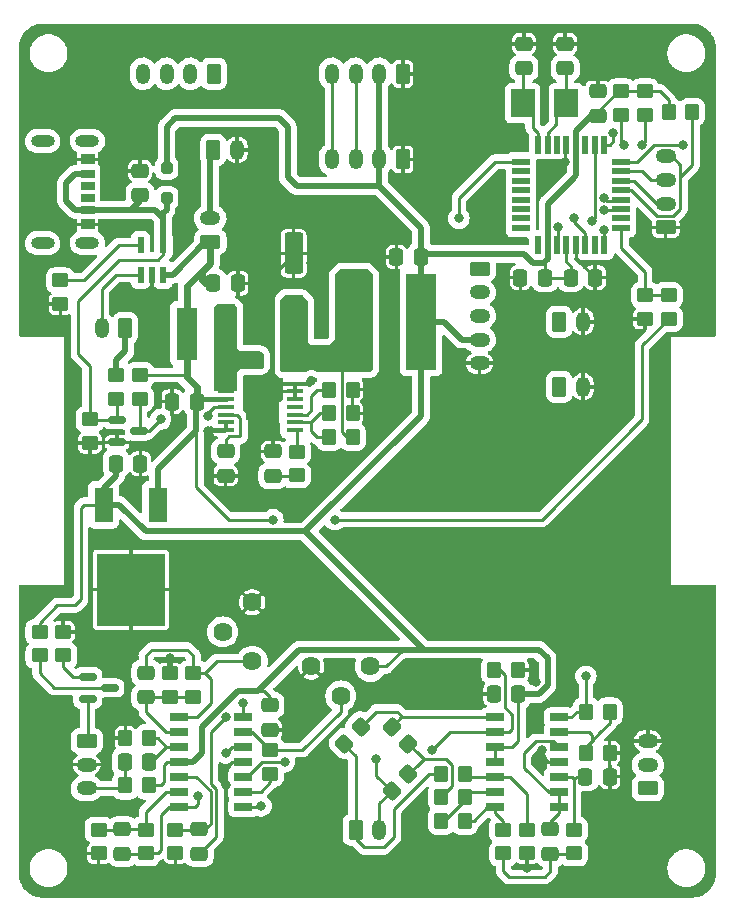
<source format=gtl>
%TF.GenerationSoftware,KiCad,Pcbnew,7.0.8*%
%TF.CreationDate,2024-05-03T09:25:26+02:00*%
%TF.ProjectId,SPROJ2 G3_1,5350524f-4a32-4204-9733-5f312e6b6963,rev?*%
%TF.SameCoordinates,Original*%
%TF.FileFunction,Copper,L1,Top*%
%TF.FilePolarity,Positive*%
%FSLAX46Y46*%
G04 Gerber Fmt 4.6, Leading zero omitted, Abs format (unit mm)*
G04 Created by KiCad (PCBNEW 7.0.8) date 2024-05-03 09:25:26*
%MOMM*%
%LPD*%
G01*
G04 APERTURE LIST*
G04 Aperture macros list*
%AMRoundRect*
0 Rectangle with rounded corners*
0 $1 Rounding radius*
0 $2 $3 $4 $5 $6 $7 $8 $9 X,Y pos of 4 corners*
0 Add a 4 corners polygon primitive as box body*
4,1,4,$2,$3,$4,$5,$6,$7,$8,$9,$2,$3,0*
0 Add four circle primitives for the rounded corners*
1,1,$1+$1,$2,$3*
1,1,$1+$1,$4,$5*
1,1,$1+$1,$6,$7*
1,1,$1+$1,$8,$9*
0 Add four rect primitives between the rounded corners*
20,1,$1+$1,$2,$3,$4,$5,0*
20,1,$1+$1,$4,$5,$6,$7,0*
20,1,$1+$1,$6,$7,$8,$9,0*
20,1,$1+$1,$8,$9,$2,$3,0*%
G04 Aperture macros list end*
%TA.AperFunction,SMDPad,CuDef*%
%ADD10RoundRect,0.250000X0.450000X-0.350000X0.450000X0.350000X-0.450000X0.350000X-0.450000X-0.350000X0*%
%TD*%
%TA.AperFunction,SMDPad,CuDef*%
%ADD11RoundRect,0.250000X0.350000X0.450000X-0.350000X0.450000X-0.350000X-0.450000X0.350000X-0.450000X0*%
%TD*%
%TA.AperFunction,SMDPad,CuDef*%
%ADD12R,1.528000X0.700000*%
%TD*%
%TA.AperFunction,SMDPad,CuDef*%
%ADD13RoundRect,0.250000X-0.070711X0.565685X-0.565685X0.070711X0.070711X-0.565685X0.565685X-0.070711X0*%
%TD*%
%TA.AperFunction,SMDPad,CuDef*%
%ADD14RoundRect,0.250000X-0.475000X0.337500X-0.475000X-0.337500X0.475000X-0.337500X0.475000X0.337500X0*%
%TD*%
%TA.AperFunction,SMDPad,CuDef*%
%ADD15RoundRect,0.250000X0.475000X-0.337500X0.475000X0.337500X-0.475000X0.337500X-0.475000X-0.337500X0*%
%TD*%
%TA.AperFunction,SMDPad,CuDef*%
%ADD16RoundRect,0.250000X0.337500X0.475000X-0.337500X0.475000X-0.337500X-0.475000X0.337500X-0.475000X0*%
%TD*%
%TA.AperFunction,ComponentPad*%
%ADD17C,1.620000*%
%TD*%
%TA.AperFunction,ComponentPad*%
%ADD18RoundRect,0.250000X0.350000X0.625000X-0.350000X0.625000X-0.350000X-0.625000X0.350000X-0.625000X0*%
%TD*%
%TA.AperFunction,ComponentPad*%
%ADD19O,1.200000X1.750000*%
%TD*%
%TA.AperFunction,SMDPad,CuDef*%
%ADD20RoundRect,0.250000X-0.350000X-0.450000X0.350000X-0.450000X0.350000X0.450000X-0.350000X0.450000X0*%
%TD*%
%TA.AperFunction,SMDPad,CuDef*%
%ADD21R,1.800000X4.500000*%
%TD*%
%TA.AperFunction,SMDPad,CuDef*%
%ADD22RoundRect,0.250000X-0.337500X-0.475000X0.337500X-0.475000X0.337500X0.475000X-0.337500X0.475000X0*%
%TD*%
%TA.AperFunction,SMDPad,CuDef*%
%ADD23RoundRect,0.150000X-0.587500X-0.150000X0.587500X-0.150000X0.587500X0.150000X-0.587500X0.150000X0*%
%TD*%
%TA.AperFunction,SMDPad,CuDef*%
%ADD24RoundRect,0.250000X-0.250000X0.250000X-0.250000X-0.250000X0.250000X-0.250000X0.250000X0.250000X0*%
%TD*%
%TA.AperFunction,ComponentPad*%
%ADD25RoundRect,0.250000X0.625000X-0.350000X0.625000X0.350000X-0.625000X0.350000X-0.625000X-0.350000X0*%
%TD*%
%TA.AperFunction,ComponentPad*%
%ADD26O,1.750000X1.200000*%
%TD*%
%TA.AperFunction,SMDPad,CuDef*%
%ADD27RoundRect,0.250000X-0.450000X0.350000X-0.450000X-0.350000X0.450000X-0.350000X0.450000X0.350000X0*%
%TD*%
%TA.AperFunction,SMDPad,CuDef*%
%ADD28R,0.600000X1.500000*%
%TD*%
%TA.AperFunction,SMDPad,CuDef*%
%ADD29R,1.500000X0.600000*%
%TD*%
%TA.AperFunction,SMDPad,CuDef*%
%ADD30R,2.600000X8.200000*%
%TD*%
%TA.AperFunction,SMDPad,CuDef*%
%ADD31R,2.000000X2.400000*%
%TD*%
%TA.AperFunction,SMDPad,CuDef*%
%ADD32R,1.600000X3.000000*%
%TD*%
%TA.AperFunction,SMDPad,CuDef*%
%ADD33R,5.800000X6.200000*%
%TD*%
%TA.AperFunction,ComponentPad*%
%ADD34RoundRect,0.250000X-0.350000X-0.625000X0.350000X-0.625000X0.350000X0.625000X-0.350000X0.625000X0*%
%TD*%
%TA.AperFunction,SMDPad,CuDef*%
%ADD35R,0.600000X1.400000*%
%TD*%
%TA.AperFunction,SMDPad,CuDef*%
%ADD36R,1.475000X0.450000*%
%TD*%
%TA.AperFunction,SMDPad,CuDef*%
%ADD37R,2.460000X2.310000*%
%TD*%
%TA.AperFunction,SMDPad,CuDef*%
%ADD38RoundRect,0.250000X0.250000X0.250000X-0.250000X0.250000X-0.250000X-0.250000X0.250000X-0.250000X0*%
%TD*%
%TA.AperFunction,SMDPad,CuDef*%
%ADD39RoundRect,0.250000X-0.565685X-0.070711X-0.070711X-0.565685X0.565685X0.070711X0.070711X0.565685X0*%
%TD*%
%TA.AperFunction,ComponentPad*%
%ADD40RoundRect,0.250000X-0.625000X0.350000X-0.625000X-0.350000X0.625000X-0.350000X0.625000X0.350000X0*%
%TD*%
%TA.AperFunction,SMDPad,CuDef*%
%ADD41R,1.150000X0.700000*%
%TD*%
%TA.AperFunction,SMDPad,CuDef*%
%ADD42R,1.150000X0.800000*%
%TD*%
%TA.AperFunction,SMDPad,CuDef*%
%ADD43R,1.150000X0.900000*%
%TD*%
%TA.AperFunction,ComponentPad*%
%ADD44O,2.000000X1.000000*%
%TD*%
%TA.AperFunction,SMDPad,CuDef*%
%ADD45RoundRect,0.250000X0.550000X-1.500000X0.550000X1.500000X-0.550000X1.500000X-0.550000X-1.500000X0*%
%TD*%
%TA.AperFunction,ViaPad*%
%ADD46C,0.800000*%
%TD*%
%TA.AperFunction,Conductor*%
%ADD47C,0.250000*%
%TD*%
%TA.AperFunction,Conductor*%
%ADD48C,0.500000*%
%TD*%
%TA.AperFunction,Conductor*%
%ADD49C,0.600000*%
%TD*%
%TA.AperFunction,Conductor*%
%ADD50C,0.400000*%
%TD*%
G04 APERTURE END LIST*
D10*
%TO.P,R22,1*%
%TO.N,GND*%
X164750000Y-92500000D03*
%TO.P,R22,2*%
%TO.N,Net-(U1-PC2_(ADC2{slash}PTCY))*%
X164750000Y-90500000D03*
%TD*%
D11*
%TO.P,R17,1*%
%TO.N,GND*%
X140000000Y-98500000D03*
%TO.P,R17,2*%
%TO.N,Net-(U3-FREQ)*%
X138000000Y-98500000D03*
%TD*%
D12*
%TO.P,U2,1,OUTA*%
%TO.N,Out_A*%
X152078000Y-126250000D03*
%TO.P,U2,2,INA-*%
%TO.N,INV_A*%
X152078000Y-127520000D03*
%TO.P,U2,3,INA+*%
%TO.N,+5V*%
X152078000Y-128790000D03*
%TO.P,U2,4,V+*%
X152078000Y-130060000D03*
%TO.P,U2,5,INB+*%
%TO.N,Non_INV_B*%
X152078000Y-131330000D03*
%TO.P,U2,6,INB-*%
%TO.N,INV_B*%
X152078000Y-132600000D03*
%TO.P,U2,7,OUTB*%
%TO.N,Out_B*%
X152078000Y-133870000D03*
%TO.P,U2,8,OUTC*%
%TO.N,INV_C*%
X157500000Y-133870000D03*
%TO.P,U2,9,INC-*%
X157500000Y-132600000D03*
%TO.P,U2,10,INC+*%
%TO.N,Non_INV_C*%
X157500000Y-131330000D03*
%TO.P,U2,11,V-*%
%TO.N,GND*%
X157500000Y-130060000D03*
%TO.P,U2,12,IND+*%
%TO.N,INV_C*%
X157500000Y-128790000D03*
%TO.P,U2,13,IND-*%
%TO.N,INV_D*%
X157500000Y-127520000D03*
%TO.P,U2,14,OUTD*%
%TO.N,A1*%
X157500000Y-126250000D03*
%TD*%
D13*
%TO.P,R4,1*%
%TO.N,Net-(R3-Pad2)*%
X144707107Y-131042893D03*
%TO.P,R4,2*%
%TO.N,INV_A*%
X143292893Y-132457107D03*
%TD*%
D14*
%TO.P,C20,1*%
%TO.N,+5V*%
X133000000Y-125212500D03*
%TO.P,C20,2*%
%TO.N,GND*%
X133000000Y-127287500D03*
%TD*%
D15*
%TO.P,C9,1*%
%TO.N,Net-(C9-Pad1)*%
X133250000Y-105787500D03*
%TO.P,C9,2*%
%TO.N,GND*%
X133250000Y-103712500D03*
%TD*%
D10*
%TO.P,R14,1*%
%TO.N,Net-(Q1-D)*%
X122000000Y-99250000D03*
%TO.P,R14,2*%
%TO.N,+BATT*%
X122000000Y-97250000D03*
%TD*%
D16*
%TO.P,C21,1*%
%TO.N,+5V*%
X154037500Y-124250000D03*
%TO.P,C21,2*%
%TO.N,GND*%
X151962500Y-124250000D03*
%TD*%
D17*
%TO.P,P2,1,1*%
%TO.N,+5V*%
X141499999Y-121925000D03*
%TO.P,P2,2,2*%
%TO.N,INV_D_1*%
X138999999Y-124425000D03*
%TO.P,P2,3,3*%
%TO.N,GND*%
X136499999Y-121925000D03*
%TD*%
D18*
%TO.P,J8,1,Pin_1*%
%TO.N,unconnected-(J8-Pin_1-Pad1)*%
X128250000Y-71750000D03*
D19*
%TO.P,J8,2,Pin_2*%
%TO.N,unconnected-(J8-Pin_2-Pad2)*%
X126250000Y-71750000D03*
%TO.P,J8,3,Pin_3*%
%TO.N,unconnected-(J8-Pin_3-Pad3)*%
X124250000Y-71750000D03*
%TO.P,J8,4,Pin_4*%
%TO.N,unconnected-(J8-Pin_4-Pad4)*%
X122250000Y-71750000D03*
%TD*%
D20*
%TO.P,R5,1*%
%TO.N,INV_A*%
X152000000Y-122250000D03*
%TO.P,R5,2*%
%TO.N,GND*%
X154000000Y-122250000D03*
%TD*%
D21*
%TO.P,L1,1,1*%
%TO.N,/SW_1*%
X129250000Y-93750000D03*
%TO.P,L1,2,2*%
%TO.N,+BATT*%
X125950000Y-93750000D03*
%TD*%
D10*
%TO.P,R29,1*%
%TO.N,GND*%
X125000000Y-137750000D03*
%TO.P,R29,2*%
%TO.N,Non_INV_B_1*%
X125000000Y-135750000D03*
%TD*%
D22*
%TO.P,C18,1*%
%TO.N,+5V*%
X119962500Y-104750000D03*
%TO.P,C18,2*%
%TO.N,GND*%
X122037500Y-104750000D03*
%TD*%
D23*
%TO.P,Q1,1,G*%
%TO.N,VBUS*%
X120062500Y-101050000D03*
%TO.P,Q1,2,S*%
%TO.N,GND*%
X120062500Y-102950000D03*
%TO.P,Q1,3,D*%
%TO.N,Net-(Q1-D)*%
X121937500Y-102000000D03*
%TD*%
D22*
%TO.P,C7,1*%
%TO.N,Non_INV_C*%
X159712500Y-131250000D03*
%TO.P,C7,2*%
%TO.N,GND*%
X161787500Y-131250000D03*
%TD*%
D16*
%TO.P,C19,1*%
%TO.N,+BATT*%
X126787500Y-99500000D03*
%TO.P,C19,2*%
%TO.N,GND*%
X124712500Y-99500000D03*
%TD*%
D24*
%TO.P,D2,1,K*%
%TO.N,+5V*%
X124250000Y-79750000D03*
%TO.P,D2,2,A*%
%TO.N,VBUS*%
X124250000Y-82250000D03*
%TD*%
D13*
%TO.P,R2,1*%
%TO.N,Out_A*%
X140707107Y-127042893D03*
%TO.P,R2,2*%
%TO.N,Net-(J5-Pin_1)*%
X139292893Y-128457107D03*
%TD*%
D10*
%TO.P,R31,1*%
%TO.N,Non_INV_D_1*%
X122500000Y-137750000D03*
%TO.P,R31,2*%
%TO.N,INV_B_1*%
X122500000Y-135750000D03*
%TD*%
D20*
%TO.P,R7,1*%
%TO.N,Net-(J5-Pin_1)*%
X147500000Y-131000000D03*
%TO.P,R7,2*%
%TO.N,Non_INV_B*%
X149500000Y-131000000D03*
%TD*%
D25*
%TO.P,J13,1,Pin_1*%
%TO.N,+BATT*%
X127950000Y-86000000D03*
D26*
%TO.P,J13,2,Pin_2*%
%TO.N,Net-(J13-Pin_2)*%
X127950000Y-84000000D03*
%TD*%
D15*
%TO.P,C2,1*%
%TO.N,/XTAL1*%
X158000000Y-71287500D03*
%TO.P,C2,2*%
%TO.N,GND*%
X158000000Y-69212500D03*
%TD*%
D27*
%TO.P,R21,1*%
%TO.N,Net-(J7-Pin_1)*%
X120000000Y-97250000D03*
%TO.P,R21,2*%
%TO.N,VBUS*%
X120000000Y-99250000D03*
%TD*%
D28*
%TO.P,U1,1,(OC2B/INT1/PTCXY)_PD3*%
%TO.N,PD3*%
X161300000Y-77750000D03*
%TO.P,U1,2,(XCK0/T0/PTCXY)_PD4*%
%TO.N,Out_C_1*%
X160500000Y-77750000D03*
%TO.P,U1,3,(SDA1/ICP4/ACO/PTCXY)_PE0*%
%TO.N,unconnected-(U1-(SDA1{slash}ICP4{slash}ACO{slash}PTCXY)_PE0-Pad3)*%
X159700000Y-77750000D03*
%TO.P,U1,4,VCC*%
%TO.N,+5V*%
X158900000Y-77750000D03*
%TO.P,U1,5,GND_1*%
%TO.N,GND*%
X158100000Y-77750000D03*
%TO.P,U1,6,(SCL1/T4/PTCXY)_PE1*%
%TO.N,unconnected-(U1-(SCL1{slash}T4{slash}PTCXY)_PE1-Pad6)*%
X157300000Y-77750000D03*
%TO.P,U1,7,(XTAL1/TOSC1)_PB6*%
%TO.N,/XTAL1*%
X156500000Y-77750000D03*
%TO.P,U1,8,(XTAL2/TOSC2)_PB7*%
%TO.N,/XTAL2*%
X155700000Y-77750000D03*
D29*
%TO.P,U1,9,(OC0B/T1/PTCXY)_PD5*%
%TO.N,PD5*%
X154250000Y-79200000D03*
%TO.P,U1,10,(OC0A/PTCXY/AIN0)_PD6*%
%TO.N,unconnected-(U1-(OC0A{slash}PTCXY{slash}AIN0)_PD6-Pad10)*%
X154250000Y-80000000D03*
%TO.P,U1,11,(PTCXY/AIN1)_PD7*%
%TO.N,unconnected-(U1-(PTCXY{slash}AIN1)_PD7-Pad11)*%
X154250000Y-80800000D03*
%TO.P,U1,12,(ICP1/CLKO/PTCXY)_PB0*%
%TO.N,unconnected-(U1-(ICP1{slash}CLKO{slash}PTCXY)_PB0-Pad12)*%
X154250000Y-81600000D03*
%TO.P,U1,13,(OC1A/PTCXY)_PB1*%
%TO.N,unconnected-(U1-(OC1A{slash}PTCXY)_PB1-Pad13)*%
X154250000Y-82400000D03*
%TO.P,U1,14,(~{SS0}/OC1B/PTCXY)_PB2*%
%TO.N,unconnected-(U1-(~{SS0}{slash}OC1B{slash}PTCXY)_PB2-Pad14)*%
X154250000Y-83200000D03*
%TO.P,U1,15,(MOSI0/TXD1/OC2A/PTCXY)_PB3*%
%TO.N,unconnected-(U1-(MOSI0{slash}TXD1{slash}OC2A{slash}PTCXY)_PB3-Pad15)*%
X154250000Y-84000000D03*
%TO.P,U1,16,(MISO0/RXD1/PTCXY)_PB4*%
%TO.N,unconnected-(U1-(MISO0{slash}RXD1{slash}PTCXY)_PB4-Pad16)*%
X154250000Y-84800000D03*
D28*
%TO.P,U1,17,PB5_(PTCXY/XCK0/SCK0)*%
%TO.N,unconnected-(U1-PB5_(PTCXY{slash}XCK0{slash}SCK0)-Pad17)*%
X155700000Y-86250000D03*
%TO.P,U1,18,AVCC*%
%TO.N,+5V*%
X156500000Y-86250000D03*
%TO.P,U1,19,PE2_(ADC6/PTCY/ICP3/~{SS1)}*%
%TO.N,ADC6*%
X157300000Y-86250000D03*
%TO.P,U1,20,AREF*%
%TO.N,+5V*%
X158100000Y-86250000D03*
%TO.P,U1,21,GND_2*%
%TO.N,GND*%
X158900000Y-86250000D03*
%TO.P,U1,22,PE3_(ADC7/PTCY/T3/MOSI1)*%
%TO.N,ADC7*%
X159700000Y-86250000D03*
%TO.P,U1,23,PC0_(ADC0/PTCY/MISO1)*%
%TO.N,A0*%
X160500000Y-86250000D03*
%TO.P,U1,24,PC1_(ADC1/PTCY/SCK1)*%
%TO.N,A1*%
X161300000Y-86250000D03*
D29*
%TO.P,U1,25,PC2_(ADC2/PTCY)*%
%TO.N,Net-(U1-PC2_(ADC2{slash}PTCY))*%
X162750000Y-84800000D03*
%TO.P,U1,26,PC3_(ADC3/PTCY)*%
%TO.N,unconnected-(U1-PC3_(ADC3{slash}PTCY)-Pad26)*%
X162750000Y-84000000D03*
%TO.P,U1,27,PC4_(ADC4/PTCY/SDA0)*%
%TO.N,SDA*%
X162750000Y-83200000D03*
%TO.P,U1,28,PC5_(ADC5/PTCY/SCL0)*%
%TO.N,SCL*%
X162750000Y-82400000D03*
%TO.P,U1,29,PC6_(~{RESET)}*%
%TO.N,~{RESET}*%
X162750000Y-81600000D03*
%TO.P,U1,30,PD0_(PTCXY/OC3A/RXD0)*%
%TO.N,RX*%
X162750000Y-80800000D03*
%TO.P,U1,31,PD1_(PTCXY/OC4A/TXD0)*%
%TO.N,TX*%
X162750000Y-80000000D03*
%TO.P,U1,32,PD2_(PTCXY/INT0/OC3B/OC4B)*%
%TO.N,PD2*%
X162750000Y-79200000D03*
%TD*%
D27*
%TO.P,R10,1*%
%TO.N,Out_B*%
X152750000Y-135750000D03*
%TO.P,R10,2*%
%TO.N,Net-(C6-Pad2)*%
X152750000Y-137750000D03*
%TD*%
D23*
%TO.P,Q2,1,G*%
%TO.N,PI_EN*%
X117562500Y-122800000D03*
%TO.P,Q2,2,S*%
%TO.N,Net-(J12-Pin_1)*%
X117562500Y-124700000D03*
%TO.P,Q2,3,D*%
%TO.N,Net-(Q2-D)*%
X119437500Y-123750000D03*
%TD*%
D15*
%TO.P,C15,1*%
%TO.N,Net-(C15-Pad1)*%
X127000000Y-137787500D03*
%TO.P,C15,2*%
%TO.N,Non_INV_B_1*%
X127000000Y-135712500D03*
%TD*%
D10*
%TO.P,R30,1*%
%TO.N,GND*%
X118500000Y-137750000D03*
%TO.P,R30,2*%
%TO.N,INV_B_1*%
X118500000Y-135750000D03*
%TD*%
D16*
%TO.P,C5,1*%
%TO.N,+5V*%
X156287500Y-89000000D03*
%TO.P,C5,2*%
%TO.N,GND*%
X154212500Y-89000000D03*
%TD*%
D15*
%TO.P,C1,1*%
%TO.N,/XTAL2*%
X154500000Y-71287500D03*
%TO.P,C1,2*%
%TO.N,GND*%
X154500000Y-69212500D03*
%TD*%
D20*
%TO.P,R15,1*%
%TO.N,/Feedback*%
X138000000Y-102500000D03*
%TO.P,R15,2*%
%TO.N,Net-(D1-K)*%
X140000000Y-102500000D03*
%TD*%
D30*
%TO.P,L2,1,1*%
%TO.N,Net-(D1-K)*%
X140200000Y-92750000D03*
%TO.P,L2,2,2*%
%TO.N,+5V*%
X145800000Y-92750000D03*
%TD*%
D22*
%TO.P,C12,1*%
%TO.N,+BATT*%
X128212500Y-89500000D03*
%TO.P,C12,2*%
%TO.N,GND*%
X130287500Y-89500000D03*
%TD*%
D20*
%TO.P,R6,1*%
%TO.N,Net-(R3-Pad2)*%
X147500000Y-133000000D03*
%TO.P,R6,2*%
%TO.N,INV_B*%
X149500000Y-133000000D03*
%TD*%
D31*
%TO.P,X1,1,1*%
%TO.N,/XTAL1*%
X158100000Y-74250000D03*
%TO.P,X1,2,2*%
%TO.N,/XTAL2*%
X154400000Y-74250000D03*
%TD*%
D11*
%TO.P,R13,1*%
%TO.N,GND*%
X161750000Y-129250000D03*
%TO.P,R13,2*%
%TO.N,INV_D*%
X159750000Y-129250000D03*
%TD*%
D18*
%TO.P,J7,1,Pin_1*%
%TO.N,Net-(J7-Pin_1)*%
X120750000Y-93300000D03*
D19*
%TO.P,J7,2,Pin_2*%
%TO.N,Net-(J7-Pin_2)*%
X118750000Y-93300000D03*
%TD*%
D15*
%TO.P,C3,1*%
%TO.N,+5V*%
X160750000Y-75287500D03*
%TO.P,C3,2*%
%TO.N,GND*%
X160750000Y-73212500D03*
%TD*%
D32*
%TO.P,U7,1,INPUT*%
%TO.N,+BATT*%
X123500000Y-108250000D03*
D33*
%TO.P,U7,2,GROUND*%
%TO.N,GND*%
X121215000Y-115429000D03*
D32*
%TO.P,U7,3,OUTPUT*%
%TO.N,+5V*%
X118930000Y-108250000D03*
%TD*%
D34*
%TO.P,J10,1,Pin_1*%
%TO.N,PD2*%
X157500000Y-98250000D03*
D19*
%TO.P,J10,2,Pin_2*%
%TO.N,GND*%
X159500000Y-98250000D03*
%TD*%
D27*
%TO.P,R32,1*%
%TO.N,GND*%
X115500000Y-119000000D03*
%TO.P,R32,2*%
%TO.N,PI_EN*%
X115500000Y-121000000D03*
%TD*%
D22*
%TO.P,C13,1*%
%TO.N,Net-(J12-Pin_3)*%
X120712500Y-130000000D03*
%TO.P,C13,2*%
%TO.N,Non_INV_A_1*%
X122787500Y-130000000D03*
%TD*%
D18*
%TO.P,J2,1,Pin_1*%
%TO.N,GND*%
X144250000Y-71750000D03*
D19*
%TO.P,J2,2,Pin_2*%
%TO.N,+5V*%
X142250000Y-71750000D03*
%TO.P,J2,3,Pin_3*%
%TO.N,SCL*%
X140250000Y-71750000D03*
%TO.P,J2,4,Pin_4*%
%TO.N,SDA*%
X138250000Y-71750000D03*
%TD*%
D35*
%TO.P,U5,1,STAT*%
%TO.N,Net-(J7-Pin_2)*%
X122050000Y-88750000D03*
%TO.P,U5,2,VSS*%
%TO.N,GND*%
X123000000Y-88750000D03*
%TO.P,U5,3,VBAT*%
%TO.N,+BATT*%
X123950000Y-88750000D03*
%TO.P,U5,4,VDD*%
%TO.N,VBUS*%
X123950000Y-86250000D03*
%TO.P,U5,5,PROG*%
%TO.N,Net-(U5-PROG)*%
X122050000Y-86250000D03*
%TD*%
D25*
%TO.P,J3,1,Pin_1*%
%TO.N,GND*%
X166500000Y-84750000D03*
D26*
%TO.P,J3,2,Pin_2*%
%TO.N,RX*%
X166500000Y-82750000D03*
%TO.P,J3,3,Pin_3*%
%TO.N,TX*%
X166500000Y-80750000D03*
%TO.P,J3,4,Pin_4*%
%TO.N,~{RESET}*%
X166500000Y-78750000D03*
%TD*%
D10*
%TO.P,R25,1*%
%TO.N,SDA*%
X164750000Y-75250000D03*
%TO.P,R25,2*%
%TO.N,+5V*%
X164750000Y-73250000D03*
%TD*%
D20*
%TO.P,R26,1*%
%TO.N,GND*%
X120750000Y-128000000D03*
%TO.P,R26,2*%
%TO.N,Non_INV_A_1*%
X122750000Y-128000000D03*
%TD*%
D11*
%TO.P,R12,1*%
%TO.N,INV_D*%
X161750000Y-125750000D03*
%TO.P,R12,2*%
%TO.N,A1*%
X159750000Y-125750000D03*
%TD*%
D34*
%TO.P,J5,1,Pin_1*%
%TO.N,Net-(J5-Pin_1)*%
X140250000Y-135750000D03*
D19*
%TO.P,J5,2,Pin_2*%
%TO.N,INV_A*%
X142250000Y-135750000D03*
%TD*%
D10*
%TO.P,R35,1*%
%TO.N,INV_C_1*%
X133000000Y-131000000D03*
%TO.P,R35,2*%
%TO.N,INV_D_1*%
X133000000Y-129000000D03*
%TD*%
D14*
%TO.P,C10,1*%
%TO.N,Net-(U3-SS)*%
X129250000Y-103712500D03*
%TO.P,C10,2*%
%TO.N,GND*%
X129250000Y-105787500D03*
%TD*%
D10*
%TO.P,R11,1*%
%TO.N,Net-(C6-Pad2)*%
X158750000Y-137750000D03*
%TO.P,R11,2*%
%TO.N,Non_INV_C*%
X158750000Y-135750000D03*
%TD*%
D25*
%TO.P,J4,1,Pin_1*%
%TO.N,Non_INV_C_1*%
X165000000Y-132251000D03*
D26*
%TO.P,J4,2,Pin_2*%
%TO.N,+5V*%
X165000000Y-130251000D03*
%TO.P,J4,3,Pin_3*%
%TO.N,GND*%
X165000000Y-128251000D03*
%TD*%
D10*
%TO.P,R20,1*%
%TO.N,GND*%
X115250000Y-91250000D03*
%TO.P,R20,2*%
%TO.N,Net-(U5-PROG)*%
X115250000Y-89250000D03*
%TD*%
D11*
%TO.P,R1,1*%
%TO.N,~{RESET}*%
X168750000Y-75000000D03*
%TO.P,R1,2*%
%TO.N,+5V*%
X166750000Y-75000000D03*
%TD*%
D14*
%TO.P,C6,1*%
%TO.N,INV_C*%
X156750000Y-135712500D03*
%TO.P,C6,2*%
%TO.N,Net-(C6-Pad2)*%
X156750000Y-137787500D03*
%TD*%
D15*
%TO.P,C11,1*%
%TO.N,VBUS*%
X122000000Y-82037500D03*
%TO.P,C11,2*%
%TO.N,GND*%
X122000000Y-79962500D03*
%TD*%
D18*
%TO.P,J1,1,Pin_1*%
%TO.N,GND*%
X144250000Y-79000000D03*
D19*
%TO.P,J1,2,Pin_2*%
%TO.N,+5V*%
X142250000Y-79000000D03*
%TO.P,J1,3,Pin_3*%
%TO.N,SCL*%
X140250000Y-79000000D03*
%TO.P,J1,4,Pin_4*%
%TO.N,SDA*%
X138250000Y-79000000D03*
%TD*%
D20*
%TO.P,R34,1*%
%TO.N,Net-(J12-Pin_3)*%
X120750000Y-132000000D03*
%TO.P,R34,2*%
%TO.N,+5V*%
X122750000Y-132000000D03*
%TD*%
D27*
%TO.P,R28,1*%
%TO.N,Out_A_1*%
X126500000Y-122500000D03*
%TO.P,R28,2*%
%TO.N,INV_A_1*%
X126500000Y-124500000D03*
%TD*%
D22*
%TO.P,C4,1*%
%TO.N,+5V*%
X158462500Y-89000000D03*
%TO.P,C4,2*%
%TO.N,GND*%
X160537500Y-89000000D03*
%TD*%
D36*
%TO.P,U3,1,SW_1*%
%TO.N,/SW_1*%
X129250000Y-98000000D03*
%TO.P,U3,2,SW_2*%
X129250000Y-98650000D03*
%TO.P,U3,3,VIN*%
%TO.N,+BATT*%
X129250000Y-99300000D03*
%TO.P,U3,4,EN*%
%TO.N,Net-(Q1-D)*%
X129250000Y-99950000D03*
%TO.P,U3,5,SS*%
%TO.N,Net-(U3-SS)*%
X129250000Y-100600000D03*
%TO.P,U3,6,SYNC*%
%TO.N,GND*%
X129250000Y-101250000D03*
%TO.P,U3,7,AGND*%
X129250000Y-101900000D03*
%TO.P,U3,8,COMP*%
%TO.N,Net-(U3-COMP)*%
X135126000Y-101900000D03*
%TO.P,U3,9,FB*%
%TO.N,/Feedback*%
X135126000Y-101250000D03*
%TO.P,U3,10,FREQ*%
%TO.N,Net-(U3-FREQ)*%
X135126000Y-100600000D03*
%TO.P,U3,11,NC*%
%TO.N,unconnected-(U3-NC-Pad11)*%
X135126000Y-99950000D03*
%TO.P,U3,12,PGND_1*%
%TO.N,GND*%
X135126000Y-99300000D03*
%TO.P,U3,13,PGND_2*%
X135126000Y-98650000D03*
%TO.P,U3,14,PGND_3*%
X135126000Y-98000000D03*
D37*
%TO.P,U3,15,EP*%
X132188000Y-99950000D03*
%TD*%
D38*
%TO.P,D1,1,K*%
%TO.N,Net-(D1-K)*%
X134500000Y-96000000D03*
%TO.P,D1,2,A*%
%TO.N,/SW_1*%
X132000000Y-96000000D03*
%TD*%
D27*
%TO.P,R24,1*%
%TO.N,+5V*%
X162750000Y-73250000D03*
%TO.P,R24,2*%
%TO.N,SCL*%
X162750000Y-75250000D03*
%TD*%
D17*
%TO.P,P1,1,1*%
%TO.N,Out_A_1*%
X131500000Y-121500000D03*
%TO.P,P1,2,2*%
%TO.N,Net-(C15-Pad1)*%
X129000000Y-119000000D03*
%TO.P,P1,3,3*%
%TO.N,GND*%
X131500000Y-116500000D03*
%TD*%
D14*
%TO.P,C16,1*%
%TO.N,INV_B_1*%
X120500000Y-135712500D03*
%TO.P,C16,2*%
%TO.N,Non_INV_D_1*%
X120500000Y-137787500D03*
%TD*%
D10*
%TO.P,R18,1*%
%TO.N,Net-(C9-Pad1)*%
X135250000Y-105750000D03*
%TO.P,R18,2*%
%TO.N,Net-(U3-COMP)*%
X135250000Y-103750000D03*
%TD*%
D34*
%TO.P,J9,1,Pin_1*%
%TO.N,PD3*%
X157500000Y-92750000D03*
D19*
%TO.P,J9,2,Pin_2*%
%TO.N,GND*%
X159500000Y-92750000D03*
%TD*%
D34*
%TO.P,J6,1,Pin_1*%
%TO.N,Net-(J13-Pin_2)*%
X128200000Y-78200000D03*
D19*
%TO.P,J6,2,Pin_2*%
%TO.N,GND*%
X130200000Y-78200000D03*
%TD*%
D39*
%TO.P,R3,1*%
%TO.N,Out_A*%
X143292893Y-127042893D03*
%TO.P,R3,2*%
%TO.N,Net-(R3-Pad2)*%
X144707107Y-128457107D03*
%TD*%
D10*
%TO.P,R19,1*%
%TO.N,GND*%
X117750000Y-103000000D03*
%TO.P,R19,2*%
%TO.N,VBUS*%
X117750000Y-101000000D03*
%TD*%
D40*
%TO.P,J11,1,Pin_1*%
%TO.N,ADC7*%
X150750000Y-88250000D03*
D26*
%TO.P,J11,2,Pin_2*%
%TO.N,ADC6*%
X150750000Y-90250000D03*
%TO.P,J11,3,Pin_3*%
%TO.N,PD5*%
X150750000Y-92250000D03*
%TO.P,J11,4,Pin_4*%
%TO.N,+5V*%
X150750000Y-94250000D03*
%TO.P,J11,5,Pin_5*%
%TO.N,GND*%
X150750000Y-96250000D03*
%TD*%
D10*
%TO.P,R33,1*%
%TO.N,Net-(Q2-D)*%
X113500000Y-121000000D03*
%TO.P,R33,2*%
%TO.N,+5V*%
X113500000Y-119000000D03*
%TD*%
D16*
%TO.P,C8,1*%
%TO.N,+5V*%
X145787500Y-87250000D03*
%TO.P,C8,2*%
%TO.N,GND*%
X143712500Y-87250000D03*
%TD*%
D11*
%TO.P,R16,1*%
%TO.N,GND*%
X140000000Y-100500000D03*
%TO.P,R16,2*%
%TO.N,/Feedback*%
X138000000Y-100500000D03*
%TD*%
D27*
%TO.P,R27,1*%
%TO.N,GND*%
X124500000Y-122500000D03*
%TO.P,R27,2*%
%TO.N,INV_A_1*%
X124500000Y-124500000D03*
%TD*%
D10*
%TO.P,R8,1*%
%TO.N,GND*%
X154750000Y-137750000D03*
%TO.P,R8,2*%
%TO.N,Non_INV_B*%
X154750000Y-135750000D03*
%TD*%
D15*
%TO.P,C14,1*%
%TO.N,INV_A_1*%
X122500000Y-124537500D03*
%TO.P,C14,2*%
%TO.N,Out_A_1*%
X122500000Y-122462500D03*
%TD*%
D41*
%TO.P,J14,A5,CC1*%
%TO.N,unconnected-(J14-CC1-PadA5)*%
X117555000Y-81250000D03*
D42*
%TO.P,J14,A9,V-BUS*%
%TO.N,VBUS*%
X117555000Y-83270000D03*
D43*
%TO.P,J14,A12,GND*%
%TO.N,GND*%
X117555000Y-84500000D03*
D41*
%TO.P,J14,B5,CC2*%
%TO.N,unconnected-(J14-CC2-PadB5)*%
X117555000Y-82250000D03*
D42*
%TO.P,J14,B9,V-BUS*%
%TO.N,VBUS*%
X117555000Y-80230000D03*
D43*
%TO.P,J14,B12,GND*%
%TO.N,GND*%
X117555000Y-79000000D03*
D44*
%TO.P,J14,S1,SHIELD*%
%TO.N,Net-(J14-SHIELD-PadS1)*%
X117550000Y-77430000D03*
%TO.P,J14,S2,SHIELD*%
X117550000Y-86070000D03*
%TO.P,J14,S3,SHIELD*%
X113750000Y-77430000D03*
%TO.P,J14,S4,SHIELD*%
X113750000Y-86070000D03*
%TD*%
D27*
%TO.P,R23,1*%
%TO.N,Net-(U1-PC2_(ADC2{slash}PTCY))*%
X166750000Y-90500000D03*
%TO.P,R23,2*%
%TO.N,+BATT*%
X166750000Y-92500000D03*
%TD*%
D20*
%TO.P,R9,1*%
%TO.N,INV_B*%
X147500000Y-135000000D03*
%TO.P,R9,2*%
%TO.N,Out_B*%
X149500000Y-135000000D03*
%TD*%
D40*
%TO.P,J12,1,Pin_1*%
%TO.N,Net-(J12-Pin_1)*%
X117500000Y-128250000D03*
D26*
%TO.P,J12,2,Pin_2*%
%TO.N,GND*%
X117500000Y-130250000D03*
%TO.P,J12,3,Pin_3*%
%TO.N,Net-(J12-Pin_3)*%
X117500000Y-132250000D03*
%TD*%
D12*
%TO.P,U4,1,OUTA*%
%TO.N,Out_A_1*%
X125328000Y-126190000D03*
%TO.P,U4,2,INA-*%
%TO.N,INV_A_1*%
X125328000Y-127460000D03*
%TO.P,U4,3,INA+*%
%TO.N,Non_INV_A_1*%
X125328000Y-128730000D03*
%TO.P,U4,4,V+*%
%TO.N,+5V*%
X125328000Y-130000000D03*
%TO.P,U4,5,INB+*%
%TO.N,Non_INV_B_1*%
X125328000Y-131270000D03*
%TO.P,U4,6,INB-*%
%TO.N,INV_B_1*%
X125328000Y-132540000D03*
%TO.P,U4,7,OUTB*%
%TO.N,Non_INV_D_1*%
X125328000Y-133810000D03*
%TO.P,U4,8,OUTC*%
%TO.N,Out_C_1*%
X130750000Y-133810000D03*
%TO.P,U4,9,INC-*%
%TO.N,INV_C_1*%
X130750000Y-132540000D03*
%TO.P,U4,10,INC+*%
%TO.N,Non_INV_C_1*%
X130750000Y-131270000D03*
%TO.P,U4,11,V-*%
%TO.N,GND*%
X130750000Y-130000000D03*
%TO.P,U4,12,IND+*%
%TO.N,Non_INV_D_1*%
X130750000Y-128730000D03*
%TO.P,U4,13,IND-*%
%TO.N,INV_D_1*%
X130750000Y-127460000D03*
%TO.P,U4,14,OUTD*%
%TO.N,Out_C_1*%
X130750000Y-126190000D03*
%TD*%
D45*
%TO.P,C17,1*%
%TO.N,Net-(D1-K)*%
X135000000Y-92550000D03*
%TO.P,C17,2*%
%TO.N,GND*%
X135000000Y-86950000D03*
%TD*%
D46*
%TO.N,GND*%
X160500000Y-70500000D03*
X154000000Y-111000000D03*
X122250000Y-117000000D03*
X120250000Y-118000000D03*
X156000000Y-129000000D03*
X115250000Y-92750000D03*
X124000000Y-102500000D03*
X150500000Y-107750000D03*
X147250000Y-85000000D03*
X122250000Y-118000000D03*
X122250000Y-115000000D03*
X121250000Y-116000000D03*
X116000000Y-79000000D03*
X154750000Y-139025500D03*
X132250000Y-102000000D03*
X120250000Y-115000000D03*
X123250000Y-113000000D03*
X117750000Y-104500000D03*
X147250000Y-80750000D03*
X123250000Y-117000000D03*
X136500000Y-87750000D03*
X120250000Y-113000000D03*
X122250000Y-116000000D03*
X142250000Y-87250000D03*
X119250000Y-117000000D03*
X154000000Y-107750000D03*
X120250000Y-116000000D03*
X120250000Y-117000000D03*
X119250000Y-116000000D03*
X123250000Y-114000000D03*
X130750000Y-105750000D03*
X123250000Y-116000000D03*
X120250000Y-114000000D03*
X121250000Y-114000000D03*
X122250000Y-114000000D03*
X123750000Y-90500000D03*
X132250000Y-98000000D03*
X124500000Y-121250000D03*
X123250000Y-118000000D03*
X143250000Y-85500000D03*
X135000000Y-127250000D03*
X116000000Y-84500000D03*
X121250000Y-118000000D03*
X127750000Y-102000000D03*
X158000000Y-79250000D03*
X141250000Y-99750000D03*
X155500000Y-123250000D03*
X121250000Y-117000000D03*
X155500000Y-127000000D03*
X150500000Y-111000000D03*
X136500000Y-97750000D03*
X119250000Y-115000000D03*
X150250000Y-124250000D03*
X119250000Y-118000000D03*
X123750000Y-96000000D03*
X123250000Y-115000000D03*
X133250000Y-87750000D03*
X121250000Y-113000000D03*
X119250000Y-114000000D03*
X129250000Y-132000000D03*
X122250000Y-113000000D03*
X119250000Y-113000000D03*
X121250000Y-115000000D03*
%TO.N,+BATT*%
X133250000Y-109500000D03*
X138500000Y-109500000D03*
%TO.N,SCL*%
X161250000Y-82250000D03*
X163000000Y-77750000D03*
%TO.N,SDA*%
X164500000Y-77750000D03*
X161250000Y-83250000D03*
%TO.N,INV_A*%
X146750000Y-129000000D03*
X142000000Y-129750000D03*
%TO.N,ADC7*%
X158750000Y-84000000D03*
%TO.N,ADC6*%
X157349500Y-84750000D03*
%TO.N,PD2*%
X168000000Y-77750000D03*
%TO.N,Net-(Q1-D)*%
X127750000Y-100750000D03*
X123750000Y-101000000D03*
%TO.N,A1*%
X159750000Y-122750000D03*
X161250000Y-85000000D03*
%TO.N,Net-(C15-Pad1)*%
X129250000Y-126250000D03*
%TO.N,Non_INV_C_1*%
X134250000Y-130000000D03*
%TO.N,PD3*%
X162025500Y-76750000D03*
%TO.N,Non_INV_D_1*%
X126914437Y-132914437D03*
X129250000Y-129250000D03*
%TO.N,Out_C_1*%
X132250000Y-133750000D03*
X130750000Y-125000000D03*
X160250000Y-84250000D03*
%TO.N,PD5*%
X149000000Y-84000000D03*
%TD*%
D47*
%TO.N,GND*%
X129750000Y-130000000D02*
X130750000Y-130000000D01*
X156000000Y-129000000D02*
X156000000Y-129500000D01*
X132188000Y-99950000D02*
X133250000Y-98888000D01*
X133250000Y-98888000D02*
X133250000Y-88750000D01*
X156560000Y-130060000D02*
X157500000Y-130060000D01*
X135126000Y-98000000D02*
X136250000Y-98000000D01*
X150250000Y-124250000D02*
X151962500Y-124250000D01*
X140000000Y-100500000D02*
X140250000Y-100500000D01*
X155000000Y-122250000D02*
X155500000Y-122750000D01*
X156000000Y-129500000D02*
X156560000Y-130060000D01*
X129150000Y-102000000D02*
X129250000Y-101900000D01*
D48*
X124500000Y-121250000D02*
X124500000Y-122500000D01*
D47*
X158000000Y-77850000D02*
X158100000Y-77750000D01*
X135000000Y-127250000D02*
X133037500Y-127250000D01*
X135126000Y-99300000D02*
X135126000Y-98650000D01*
X158900000Y-87362500D02*
X158900000Y-86250000D01*
X160750000Y-70750000D02*
X160500000Y-70500000D01*
X136250000Y-98000000D02*
X136500000Y-97750000D01*
X129250000Y-101250000D02*
X129250000Y-101900000D01*
X127750000Y-102000000D02*
X129150000Y-102000000D01*
X140250000Y-98500000D02*
X140000000Y-98500000D01*
X154000000Y-122250000D02*
X155000000Y-122250000D01*
X133037500Y-127250000D02*
X133000000Y-127287500D01*
X154750000Y-139025500D02*
X154750000Y-137750000D01*
X135000000Y-87000000D02*
X135000000Y-86950000D01*
X160537500Y-89000000D02*
X158900000Y-87362500D01*
X158000000Y-79250000D02*
X158000000Y-77850000D01*
X135126000Y-98650000D02*
X135126000Y-98000000D01*
X160750000Y-73212500D02*
X160750000Y-70750000D01*
X129250000Y-130500000D02*
X129750000Y-130000000D01*
X135126000Y-98000000D02*
X132250000Y-98000000D01*
X129250000Y-132000000D02*
X129250000Y-130500000D01*
X133250000Y-88750000D02*
X135000000Y-87000000D01*
X155500000Y-122750000D02*
X155500000Y-123250000D01*
D48*
%TO.N,+5V*%
X124250000Y-76250000D02*
X124250000Y-79750000D01*
D47*
X152078000Y-130060000D02*
X152078000Y-128790000D01*
D48*
X155750000Y-120500000D02*
X156500000Y-121250000D01*
X136000000Y-110500000D02*
X145800000Y-100700000D01*
D47*
X158462500Y-88037500D02*
X158462500Y-89000000D01*
D48*
X154514949Y-87000000D02*
X155264949Y-87750000D01*
X145787500Y-84787500D02*
X142250000Y-81250000D01*
X119962500Y-105787500D02*
X119962500Y-104750000D01*
D47*
X154037500Y-128212500D02*
X153460000Y-128790000D01*
X162750000Y-73250000D02*
X164750000Y-73250000D01*
D48*
X127250000Y-127047918D02*
X127250000Y-129250000D01*
X135250000Y-81250000D02*
X134500000Y-80500000D01*
D47*
X158100000Y-87675000D02*
X158462500Y-88037500D01*
D48*
X160212500Y-75287500D02*
X158900000Y-76600000D01*
X156150000Y-87750000D02*
X156500000Y-87400000D01*
X156500000Y-123500000D02*
X155750000Y-124250000D01*
D47*
X166000000Y-73250000D02*
X166750000Y-74000000D01*
D48*
X134500000Y-80500000D02*
X134500000Y-76250000D01*
D47*
X124250000Y-130000000D02*
X125328000Y-130000000D01*
X156287500Y-89000000D02*
X158462500Y-89000000D01*
X117000000Y-108500000D02*
X117250000Y-108250000D01*
X166750000Y-74000000D02*
X166750000Y-75000000D01*
X116500000Y-116750000D02*
X117000000Y-116250000D01*
D48*
X146037500Y-87000000D02*
X154514949Y-87000000D01*
X118930000Y-108250000D02*
X120250000Y-108250000D01*
D47*
X160750000Y-75000000D02*
X160750000Y-75287500D01*
D48*
X158900000Y-76600000D02*
X158900000Y-77750000D01*
X145800000Y-100700000D02*
X145800000Y-92750000D01*
X122500000Y-110500000D02*
X136000000Y-110500000D01*
X118930000Y-106820000D02*
X119962500Y-105787500D01*
X147750000Y-92750000D02*
X149250000Y-94250000D01*
X144750000Y-120500000D02*
X135500000Y-120500000D01*
D47*
X158100000Y-86250000D02*
X158100000Y-87675000D01*
D48*
X142250000Y-81250000D02*
X135250000Y-81250000D01*
D47*
X162750000Y-73250000D02*
X162500000Y-73250000D01*
X115000000Y-116750000D02*
X116500000Y-116750000D01*
X142825000Y-121925000D02*
X141499999Y-121925000D01*
X164750000Y-73250000D02*
X166000000Y-73250000D01*
X153460000Y-128790000D02*
X152078000Y-128790000D01*
D48*
X145787500Y-87250000D02*
X146037500Y-87000000D01*
X156500000Y-86250000D02*
X156500000Y-82750000D01*
D47*
X133000000Y-125212500D02*
X133000000Y-124500000D01*
D48*
X145800000Y-92750000D02*
X147750000Y-92750000D01*
X132000000Y-124000000D02*
X130297918Y-124000000D01*
D47*
X117000000Y-116250000D02*
X117000000Y-108500000D01*
D48*
X130297918Y-124000000D02*
X127250000Y-127047918D01*
X135500000Y-120500000D02*
X132000000Y-124000000D01*
X133750000Y-75500000D02*
X125000000Y-75500000D01*
D47*
X156287500Y-89000000D02*
X156287500Y-87887500D01*
D48*
X142250000Y-81250000D02*
X142250000Y-79000000D01*
X125000000Y-75500000D02*
X124250000Y-76250000D01*
X158625000Y-80625000D02*
X158900000Y-80350000D01*
X127250000Y-129250000D02*
X126500000Y-130000000D01*
D47*
X144250000Y-120500000D02*
X142825000Y-121925000D01*
D48*
X155264949Y-87750000D02*
X156150000Y-87750000D01*
X146000000Y-120500000D02*
X155750000Y-120500000D01*
X156500000Y-82750000D02*
X158625000Y-80625000D01*
D47*
X133000000Y-124500000D02*
X132500000Y-124000000D01*
D48*
X118930000Y-108250000D02*
X118930000Y-106820000D01*
D47*
X162500000Y-73250000D02*
X160750000Y-75000000D01*
X123750000Y-132000000D02*
X124000000Y-131750000D01*
D48*
X145800000Y-92750000D02*
X145800000Y-87262500D01*
X149250000Y-94250000D02*
X150750000Y-94250000D01*
X156500000Y-87400000D02*
X156500000Y-86250000D01*
X142250000Y-79000000D02*
X142250000Y-71750000D01*
D47*
X122750000Y-132000000D02*
X123750000Y-132000000D01*
X113500000Y-119000000D02*
X113500000Y-118250000D01*
D48*
X126500000Y-130000000D02*
X125328000Y-130000000D01*
X134500000Y-76250000D02*
X133750000Y-75500000D01*
D47*
X154037500Y-124250000D02*
X154037500Y-128212500D01*
D48*
X145787500Y-87250000D02*
X145787500Y-84787500D01*
D47*
X113500000Y-118250000D02*
X115000000Y-116750000D01*
D48*
X120250000Y-108250000D02*
X122500000Y-110500000D01*
X136000000Y-110500000D02*
X146000000Y-120500000D01*
X155750000Y-124250000D02*
X154037500Y-124250000D01*
X156500000Y-121250000D02*
X156500000Y-123500000D01*
D47*
X124000000Y-131750000D02*
X124000000Y-130250000D01*
D48*
X146000000Y-120500000D02*
X144750000Y-120500000D01*
X160750000Y-75287500D02*
X160212500Y-75287500D01*
X145800000Y-87262500D02*
X145787500Y-87250000D01*
D47*
X117250000Y-108250000D02*
X118930000Y-108250000D01*
X124000000Y-130250000D02*
X124250000Y-130000000D01*
D48*
X158900000Y-80350000D02*
X158900000Y-77750000D01*
D47*
X132500000Y-124000000D02*
X132000000Y-124000000D01*
X156287500Y-87887500D02*
X156150000Y-87750000D01*
X144750000Y-120500000D02*
X144250000Y-120500000D01*
%TO.N,INV_C*%
X155500000Y-128250000D02*
X156960000Y-128250000D01*
X157500000Y-132600000D02*
X156600000Y-132600000D01*
X156750000Y-135125000D02*
X157500000Y-134375000D01*
X157500000Y-134375000D02*
X157500000Y-133870000D01*
X156750000Y-135712500D02*
X156750000Y-135125000D01*
X156960000Y-128250000D02*
X157500000Y-128790000D01*
X156600000Y-132600000D02*
X154500000Y-130500000D01*
X157500000Y-133870000D02*
X157500000Y-132600000D01*
X154500000Y-129250000D02*
X155500000Y-128250000D01*
X154500000Y-130500000D02*
X154500000Y-129250000D01*
%TO.N,Net-(C6-Pad2)*%
X156250000Y-139750000D02*
X156750000Y-139250000D01*
X156750000Y-137787500D02*
X158712500Y-137787500D01*
X152750000Y-137750000D02*
X152750000Y-139250000D01*
X156750000Y-139250000D02*
X156750000Y-137787500D01*
X153250000Y-139750000D02*
X156250000Y-139750000D01*
X152750000Y-139250000D02*
X153250000Y-139750000D01*
X158712500Y-137787500D02*
X158750000Y-137750000D01*
%TO.N,Non_INV_C*%
X159000000Y-131250000D02*
X158750000Y-131500000D01*
X158750000Y-135750000D02*
X158750000Y-131500000D01*
X159712500Y-131250000D02*
X159000000Y-131250000D01*
X158580000Y-131330000D02*
X157500000Y-131330000D01*
X158750000Y-131500000D02*
X158580000Y-131330000D01*
%TO.N,Net-(C9-Pad1)*%
X135212500Y-105787500D02*
X135250000Y-105750000D01*
X133250000Y-105787500D02*
X135212500Y-105787500D01*
%TO.N,Net-(U3-SS)*%
X129250000Y-100600000D02*
X130237500Y-100600000D01*
X130500000Y-102450000D02*
X129550000Y-102450000D01*
X129250000Y-102750000D02*
X129250000Y-103712500D01*
X129550000Y-102450000D02*
X129250000Y-102750000D01*
X130500000Y-100862500D02*
X130500000Y-102450000D01*
X130237500Y-100600000D02*
X130500000Y-100862500D01*
%TO.N,VBUS*%
X117750000Y-96500000D02*
X116750000Y-95500000D01*
X120062500Y-99312500D02*
X120000000Y-99250000D01*
D48*
X123950000Y-83550000D02*
X124250000Y-83250000D01*
D47*
X117800000Y-101050000D02*
X117750000Y-101000000D01*
D48*
X123950000Y-83950000D02*
X123950000Y-83550000D01*
X123950000Y-86250000D02*
X123950000Y-83950000D01*
D47*
X123500000Y-87500000D02*
X123950000Y-87050000D01*
D48*
X116480000Y-80230000D02*
X115750000Y-80960000D01*
D47*
X120250000Y-87500000D02*
X123500000Y-87500000D01*
X116750000Y-91000000D02*
X120250000Y-87500000D01*
D48*
X121230000Y-83270000D02*
X122000000Y-82500000D01*
X122000000Y-82500000D02*
X122000000Y-82037500D01*
X123270000Y-83270000D02*
X123950000Y-83950000D01*
D47*
X117750000Y-101000000D02*
X117750000Y-96500000D01*
D48*
X115750000Y-80960000D02*
X115750000Y-82500000D01*
X117555000Y-83270000D02*
X123270000Y-83270000D01*
X116520000Y-83270000D02*
X117555000Y-83270000D01*
D47*
X116750000Y-95500000D02*
X116750000Y-91000000D01*
D48*
X117555000Y-80230000D02*
X116480000Y-80230000D01*
D47*
X123950000Y-87050000D02*
X123950000Y-86250000D01*
D48*
X115750000Y-82500000D02*
X116520000Y-83270000D01*
D47*
X120062500Y-101050000D02*
X120062500Y-99312500D01*
D48*
X124250000Y-83250000D02*
X124250000Y-82250000D01*
D47*
X120062500Y-101050000D02*
X117800000Y-101050000D01*
%TO.N,+BATT*%
X126987500Y-99300000D02*
X126787500Y-99500000D01*
D48*
X127500000Y-86000000D02*
X127950000Y-86000000D01*
D49*
X126000000Y-89750000D02*
X127950000Y-87800000D01*
X125950000Y-97450000D02*
X126787500Y-98287500D01*
D47*
X126750000Y-106750000D02*
X126750000Y-102000000D01*
D49*
X127950000Y-87800000D02*
X127250000Y-88500000D01*
D47*
X164500000Y-101000000D02*
X164500000Y-94750000D01*
D49*
X126000000Y-93700000D02*
X126000000Y-89750000D01*
D48*
X126750000Y-102000000D02*
X123500000Y-105250000D01*
X126750000Y-99537500D02*
X126750000Y-102000000D01*
D49*
X127500000Y-89500000D02*
X128212500Y-89500000D01*
X127950000Y-87800000D02*
X127950000Y-86000000D01*
D48*
X124750000Y-88750000D02*
X127500000Y-86000000D01*
D49*
X125950000Y-93750000D02*
X125950000Y-97450000D01*
X127250000Y-89250000D02*
X127500000Y-89500000D01*
D47*
X156000000Y-109500000D02*
X164500000Y-101000000D01*
X133250000Y-109500000D02*
X129500000Y-109500000D01*
D49*
X126787500Y-98287500D02*
X126787500Y-99500000D01*
D47*
X122000000Y-97250000D02*
X125750000Y-97250000D01*
D48*
X126000000Y-93700000D02*
X125950000Y-93750000D01*
D47*
X164500000Y-94750000D02*
X166750000Y-92500000D01*
X138500000Y-109500000D02*
X156000000Y-109500000D01*
D49*
X127250000Y-88500000D02*
X127250000Y-89250000D01*
D48*
X123950000Y-88750000D02*
X124750000Y-88750000D01*
D47*
X125750000Y-97250000D02*
X125950000Y-97450000D01*
X129500000Y-109500000D02*
X126750000Y-106750000D01*
D48*
X126787500Y-99500000D02*
X126750000Y-99537500D01*
X123500000Y-105250000D02*
X123500000Y-108250000D01*
D50*
X129250000Y-99300000D02*
X126987500Y-99300000D01*
D47*
%TO.N,SCL*%
X161250000Y-82250000D02*
X161500000Y-82500000D01*
X140250000Y-71750000D02*
X140250000Y-79000000D01*
X161500000Y-82500000D02*
X162650000Y-82500000D01*
X162750000Y-77500000D02*
X163000000Y-77750000D01*
X162750000Y-75250000D02*
X162750000Y-77500000D01*
X162650000Y-82500000D02*
X162750000Y-82400000D01*
%TO.N,SDA*%
X161250000Y-83250000D02*
X162700000Y-83250000D01*
X138250000Y-71750000D02*
X138250000Y-79000000D01*
X164750000Y-77500000D02*
X164750000Y-75250000D01*
X162700000Y-83250000D02*
X162750000Y-83200000D01*
X164500000Y-77750000D02*
X164750000Y-77500000D01*
%TO.N,~{RESET}*%
X163600000Y-81600000D02*
X165750000Y-83750000D01*
X168750000Y-79500000D02*
X168750000Y-75000000D01*
X167000000Y-78750000D02*
X166500000Y-78750000D01*
X167750000Y-83166574D02*
X167750000Y-80500000D01*
X167750000Y-79500000D02*
X167000000Y-78750000D01*
X167750000Y-80500000D02*
X168750000Y-79500000D01*
X162750000Y-81600000D02*
X163600000Y-81600000D01*
X167750000Y-80500000D02*
X167750000Y-79500000D01*
X165750000Y-83750000D02*
X167166574Y-83750000D01*
X167166574Y-83750000D02*
X167750000Y-83166574D01*
%TO.N,TX*%
X165250000Y-80750000D02*
X164500000Y-80000000D01*
X166500000Y-80750000D02*
X165250000Y-80750000D01*
X164500000Y-80000000D02*
X162750000Y-80000000D01*
%TO.N,RX*%
X166500000Y-82750000D02*
X165750000Y-82750000D01*
X162800000Y-80750000D02*
X162750000Y-80800000D01*
X163800000Y-80800000D02*
X162750000Y-80800000D01*
X165750000Y-82750000D02*
X163800000Y-80800000D01*
%TO.N,Net-(J5-Pin_1)*%
X140250000Y-136500000D02*
X140250000Y-135750000D01*
X140250000Y-129500000D02*
X140250000Y-135750000D01*
X146500000Y-131000000D02*
X143500000Y-134000000D01*
X139292893Y-128457107D02*
X139292893Y-128542893D01*
X139292893Y-128542893D02*
X140250000Y-129500000D01*
X143500000Y-134000000D02*
X143500000Y-136375000D01*
X143500000Y-136375000D02*
X142625000Y-137250000D01*
X147500000Y-131000000D02*
X146500000Y-131000000D01*
X141000000Y-137250000D02*
X140250000Y-136500000D01*
X142625000Y-137250000D02*
X141000000Y-137250000D01*
%TO.N,INV_A*%
X146750000Y-129000000D02*
X148230000Y-127520000D01*
X152500000Y-122250000D02*
X152875000Y-122625000D01*
X142000000Y-131164214D02*
X143292893Y-132457107D01*
X152875000Y-122625000D02*
X152875000Y-125375000D01*
X143292893Y-132457107D02*
X142250000Y-133500000D01*
X148230000Y-127520000D02*
X152078000Y-127520000D01*
X152000000Y-122250000D02*
X152500000Y-122250000D01*
X153230000Y-127520000D02*
X152078000Y-127520000D01*
X152875000Y-125375000D02*
X153500000Y-126000000D01*
X153500000Y-127250000D02*
X153230000Y-127520000D01*
X153500000Y-126000000D02*
X153500000Y-127250000D01*
X142250000Y-133500000D02*
X142250000Y-135750000D01*
X142000000Y-129750000D02*
X142000000Y-131164214D01*
D48*
%TO.N,Net-(J7-Pin_1)*%
X120750000Y-95250000D02*
X120750000Y-93300000D01*
X120000000Y-96000000D02*
X120750000Y-95250000D01*
X120000000Y-97250000D02*
X120000000Y-96000000D01*
D47*
%TO.N,ADC7*%
X158750000Y-84300000D02*
X159700000Y-85250000D01*
X158750000Y-84000000D02*
X158750000Y-84300000D01*
X159700000Y-85250000D02*
X159700000Y-86250000D01*
%TO.N,ADC6*%
X157349500Y-84750000D02*
X157349500Y-86200500D01*
X157349500Y-86200500D02*
X157300000Y-86250000D01*
%TO.N,PD2*%
X165225000Y-78025000D02*
X165225000Y-78050305D01*
X165500000Y-77750000D02*
X165225000Y-78025000D01*
X165225000Y-78050305D02*
X164075305Y-79200000D01*
X168000000Y-77750000D02*
X165500000Y-77750000D01*
X164075305Y-79200000D02*
X162750000Y-79200000D01*
%TO.N,Net-(Q1-D)*%
X122000000Y-99250000D02*
X122000000Y-101937500D01*
X128262500Y-99950000D02*
X129250000Y-99950000D01*
X121937500Y-102000000D02*
X122750000Y-102000000D01*
X122000000Y-101937500D02*
X121937500Y-102000000D01*
X127750000Y-100462500D02*
X128262500Y-99950000D01*
X122750000Y-102000000D02*
X123750000Y-101000000D01*
X127750000Y-100750000D02*
X127750000Y-100462500D01*
%TO.N,Out_A*%
X142000000Y-125750000D02*
X143750000Y-125750000D01*
X143750000Y-125750000D02*
X144250000Y-126250000D01*
X143292893Y-127042893D02*
X144085786Y-126250000D01*
X140707107Y-127042893D02*
X142000000Y-125750000D01*
X145000000Y-126250000D02*
X152078000Y-126250000D01*
X144085786Y-126250000D02*
X145000000Y-126250000D01*
X144250000Y-126250000D02*
X145000000Y-126250000D01*
%TO.N,Net-(R3-Pad2)*%
X144707107Y-128457107D02*
X145500000Y-129250000D01*
X148425000Y-132075000D02*
X148425000Y-130311827D01*
X147863173Y-129750000D02*
X146000000Y-129750000D01*
X146000000Y-129750000D02*
X145500000Y-129250000D01*
X148425000Y-130311827D02*
X147863173Y-129750000D01*
X145500000Y-130250000D02*
X146000000Y-129750000D01*
X147500000Y-133000000D02*
X148425000Y-132075000D01*
X145500000Y-130250000D02*
X144707107Y-131042893D01*
%TO.N,INV_B*%
X149500000Y-133000000D02*
X149900000Y-132600000D01*
X147750000Y-135000000D02*
X149500000Y-133250000D01*
X149900000Y-132600000D02*
X152078000Y-132600000D01*
X149500000Y-133250000D02*
X149500000Y-133000000D01*
X147500000Y-135000000D02*
X147750000Y-135000000D01*
%TO.N,Non_INV_B*%
X154750000Y-132750000D02*
X154750000Y-135750000D01*
X152078000Y-131330000D02*
X153330000Y-131330000D01*
X153330000Y-131330000D02*
X154750000Y-132750000D01*
X149500000Y-131000000D02*
X149830000Y-131330000D01*
X149830000Y-131330000D02*
X152078000Y-131330000D01*
%TO.N,Out_B*%
X152750000Y-135000000D02*
X152750000Y-135750000D01*
X151380000Y-133870000D02*
X152078000Y-133870000D01*
X150250000Y-135000000D02*
X151380000Y-133870000D01*
X149500000Y-135000000D02*
X150250000Y-135000000D01*
X152078000Y-134328000D02*
X152750000Y-135000000D01*
X152078000Y-133870000D02*
X152078000Y-134328000D01*
%TO.N,INV_D*%
X160250000Y-128250000D02*
X160980000Y-127520000D01*
X159750000Y-129250000D02*
X159750000Y-128750000D01*
X160020000Y-127520000D02*
X160250000Y-127750000D01*
X159750000Y-128750000D02*
X160250000Y-128250000D01*
X161750000Y-125750000D02*
X161750000Y-126750000D01*
X160250000Y-127750000D02*
X160250000Y-128250000D01*
X157500000Y-127520000D02*
X160020000Y-127520000D01*
X161750000Y-126750000D02*
X160980000Y-127520000D01*
%TO.N,A1*%
X161250000Y-85000000D02*
X161250000Y-86200000D01*
X157500000Y-126250000D02*
X158500000Y-126250000D01*
X161250000Y-86200000D02*
X161300000Y-86250000D01*
X159750000Y-125750000D02*
X159750000Y-122750000D01*
X158500000Y-126250000D02*
X159000000Y-125750000D01*
X159000000Y-125750000D02*
X159750000Y-125750000D01*
%TO.N,Net-(U3-FREQ)*%
X137000000Y-98500000D02*
X136500000Y-99000000D01*
X138000000Y-98500000D02*
X137000000Y-98500000D01*
X136500000Y-99000000D02*
X136500000Y-100250000D01*
X136150000Y-100600000D02*
X135126000Y-100600000D01*
X136500000Y-100250000D02*
X136150000Y-100600000D01*
%TO.N,Net-(U1-PC2_(ADC2{slash}PTCY))*%
X164750000Y-90500000D02*
X164750000Y-88500000D01*
X166750000Y-90500000D02*
X164750000Y-90500000D01*
X162750000Y-86500000D02*
X162750000Y-84800000D01*
X164750000Y-88500000D02*
X162750000Y-86500000D01*
%TO.N,Net-(J12-Pin_3)*%
X120750000Y-130037500D02*
X120712500Y-130000000D01*
X120750000Y-132000000D02*
X120750000Y-130037500D01*
X117500000Y-132250000D02*
X120500000Y-132250000D01*
X120500000Y-132250000D02*
X120750000Y-132000000D01*
%TO.N,Non_INV_A_1*%
X122750000Y-128000000D02*
X123500000Y-128000000D01*
X124230000Y-128730000D02*
X124500000Y-128730000D01*
X124500000Y-128730000D02*
X125328000Y-128730000D01*
X122787500Y-130000000D02*
X122893750Y-130000000D01*
X122893750Y-130000000D02*
X124163750Y-128730000D01*
X123500000Y-128000000D02*
X124230000Y-128730000D01*
X124163750Y-128730000D02*
X124500000Y-128730000D01*
%TO.N,INV_A_1*%
X122500000Y-124537500D02*
X122500000Y-125750000D01*
X124210000Y-127460000D02*
X125328000Y-127460000D01*
X124462500Y-124537500D02*
X124500000Y-124500000D01*
X122500000Y-124537500D02*
X124462500Y-124537500D01*
X122500000Y-125750000D02*
X124210000Y-127460000D01*
X124500000Y-124500000D02*
X126500000Y-124500000D01*
%TO.N,Out_A_1*%
X131500000Y-121500000D02*
X128500000Y-121500000D01*
X126500000Y-121000000D02*
X126000000Y-120500000D01*
X126500000Y-122500000D02*
X126500000Y-121000000D01*
X127500000Y-122500000D02*
X126500000Y-122500000D01*
X126810000Y-126190000D02*
X128000000Y-125000000D01*
X125328000Y-126190000D02*
X126810000Y-126190000D01*
X128500000Y-121500000D02*
X127500000Y-122500000D01*
X123000000Y-120500000D02*
X122500000Y-121000000D01*
X122500000Y-121000000D02*
X122500000Y-122462500D01*
X126000000Y-120500000D02*
X123000000Y-120500000D01*
X128000000Y-125000000D02*
X128000000Y-123000000D01*
X128000000Y-123000000D02*
X127500000Y-122500000D01*
%TO.N,Net-(C15-Pad1)*%
X128450000Y-136337500D02*
X127000000Y-137787500D01*
X129250000Y-126250000D02*
X128000000Y-127500000D01*
X128000000Y-127500000D02*
X128000000Y-131863604D01*
X128000000Y-131863604D02*
X128450000Y-132313604D01*
X128450000Y-132313604D02*
X128450000Y-136337500D01*
%TO.N,Non_INV_B_1*%
X127000000Y-135712500D02*
X127537500Y-135712500D01*
X125000000Y-135750000D02*
X126962500Y-135750000D01*
X126770000Y-131270000D02*
X125328000Y-131270000D01*
X126962500Y-135750000D02*
X127000000Y-135712500D01*
X128000000Y-135250000D02*
X128000000Y-132500000D01*
X127537500Y-135712500D02*
X128000000Y-135250000D01*
X128000000Y-132500000D02*
X126770000Y-131270000D01*
%TO.N,INV_B_1*%
X122462500Y-135712500D02*
X122500000Y-135750000D01*
X118500000Y-135750000D02*
X120462500Y-135750000D01*
X124210000Y-132540000D02*
X125328000Y-132540000D01*
X122500000Y-134250000D02*
X124210000Y-132540000D01*
X120462500Y-135750000D02*
X120500000Y-135712500D01*
X122500000Y-135750000D02*
X122500000Y-134250000D01*
X120500000Y-135712500D02*
X122462500Y-135712500D01*
%TO.N,Non_INV_C_1*%
X134250000Y-130000000D02*
X132339000Y-130000000D01*
X131069000Y-131270000D02*
X130750000Y-131270000D01*
X132339000Y-130000000D02*
X131069000Y-131270000D01*
%TO.N,Net-(J12-Pin_1)*%
X117562500Y-124700000D02*
X117562500Y-128187500D01*
X117562500Y-128187500D02*
X117500000Y-128250000D01*
%TO.N,INV_D_1*%
X138999999Y-125750001D02*
X138999999Y-124425000D01*
X131460000Y-127460000D02*
X130750000Y-127460000D01*
X133000000Y-129000000D02*
X135750000Y-129000000D01*
X133000000Y-129000000D02*
X131460000Y-127460000D01*
X135750000Y-129000000D02*
X138999999Y-125750001D01*
%TO.N,Net-(Q2-D)*%
X113500000Y-122500000D02*
X114750000Y-123750000D01*
X113500000Y-121000000D02*
X113500000Y-122500000D01*
X114750000Y-123750000D02*
X119437500Y-123750000D01*
%TO.N,INV_C_1*%
X133000000Y-131750000D02*
X133000000Y-131000000D01*
X132210000Y-132540000D02*
X133000000Y-131750000D01*
X130750000Y-132540000D02*
X132210000Y-132540000D01*
%TO.N,/XTAL2*%
X155700000Y-76750000D02*
X155700000Y-77750000D01*
X155250000Y-76300000D02*
X155700000Y-76750000D01*
X155250000Y-75100000D02*
X155250000Y-76300000D01*
X154500000Y-71287500D02*
X154400000Y-71387500D01*
X154400000Y-74250000D02*
X155250000Y-75100000D01*
X154400000Y-71387500D02*
X154400000Y-74250000D01*
%TO.N,/XTAL1*%
X158100000Y-71387500D02*
X158100000Y-74250000D01*
X156500000Y-76750000D02*
X156500000Y-77750000D01*
X157250000Y-76000000D02*
X156500000Y-76750000D01*
X157250000Y-75100000D02*
X157250000Y-76000000D01*
X158000000Y-71287500D02*
X158100000Y-71387500D01*
X158100000Y-74250000D02*
X157250000Y-75100000D01*
%TO.N,/Feedback*%
X137250000Y-100500000D02*
X136500000Y-101250000D01*
X137000000Y-102500000D02*
X136500000Y-102000000D01*
X136500000Y-101250000D02*
X135126000Y-101250000D01*
X136500000Y-102000000D02*
X136500000Y-101250000D01*
X138000000Y-100500000D02*
X137250000Y-100500000D01*
X138000000Y-102500000D02*
X137000000Y-102500000D01*
%TO.N,Net-(U3-COMP)*%
X135250000Y-103750000D02*
X135250000Y-102024000D01*
X135250000Y-102024000D02*
X135126000Y-101900000D01*
D48*
%TO.N,Net-(J13-Pin_2)*%
X127950000Y-84000000D02*
X127950000Y-78450000D01*
D47*
%TO.N,PD3*%
X162025500Y-77474500D02*
X161750000Y-77750000D01*
X161750000Y-77750000D02*
X161300000Y-77750000D01*
X162025500Y-76750000D02*
X162025500Y-77474500D01*
%TO.N,Non_INV_D_1*%
X124440000Y-133810000D02*
X125328000Y-133810000D01*
X126914437Y-133585563D02*
X126690000Y-133810000D01*
X123750000Y-137500000D02*
X123750000Y-134500000D01*
X126690000Y-133810000D02*
X125328000Y-133810000D01*
X122462500Y-137787500D02*
X122500000Y-137750000D01*
X120500000Y-137787500D02*
X122462500Y-137787500D01*
X130750000Y-128730000D02*
X129770000Y-128730000D01*
X123750000Y-134500000D02*
X124440000Y-133810000D01*
X129770000Y-128730000D02*
X129250000Y-129250000D01*
X123500000Y-137750000D02*
X123750000Y-137500000D01*
X122500000Y-137750000D02*
X123500000Y-137750000D01*
X126914437Y-132914437D02*
X126914437Y-133585563D01*
%TO.N,PI_EN*%
X116300000Y-122800000D02*
X117562500Y-122800000D01*
X115500000Y-121000000D02*
X115500000Y-122000000D01*
X115500000Y-122000000D02*
X116300000Y-122800000D01*
%TO.N,Out_C_1*%
X130750000Y-125000000D02*
X130750000Y-126190000D01*
X160500000Y-84000000D02*
X160500000Y-77750000D01*
X132190000Y-133810000D02*
X132250000Y-133750000D01*
X130750000Y-133810000D02*
X132190000Y-133810000D01*
X160250000Y-84250000D02*
X160500000Y-84000000D01*
%TO.N,Net-(J7-Pin_2)*%
X120000000Y-88750000D02*
X122050000Y-88750000D01*
X118750000Y-93300000D02*
X118750000Y-90000000D01*
X118750000Y-90000000D02*
X120000000Y-88750000D01*
%TO.N,Net-(U5-PROG)*%
X115250000Y-89250000D02*
X117250000Y-89250000D01*
X117250000Y-89250000D02*
X120250000Y-86250000D01*
X120250000Y-86250000D02*
X122050000Y-86250000D01*
%TO.N,Net-(D1-K)*%
X140000000Y-102500000D02*
X139500000Y-102500000D01*
X139075000Y-102075000D02*
X139075000Y-93875000D01*
X139075000Y-93875000D02*
X140200000Y-92750000D01*
X139500000Y-102500000D02*
X139075000Y-102075000D01*
%TO.N,PD5*%
X152050000Y-79200000D02*
X154250000Y-79200000D01*
X149000000Y-84000000D02*
X149000000Y-82250000D01*
X149000000Y-82250000D02*
X152050000Y-79200000D01*
%TD*%
%TA.AperFunction,Conductor*%
%TO.N,Net-(D1-K)*%
G36*
X141265677Y-88269685D02*
G01*
X141286319Y-88286319D01*
X141713681Y-88713681D01*
X141747166Y-88775004D01*
X141750000Y-88801362D01*
X141750000Y-96698638D01*
X141730315Y-96765677D01*
X141713681Y-96786319D01*
X141536319Y-96963681D01*
X141474996Y-96997166D01*
X141448638Y-97000000D01*
X137040025Y-97000000D01*
X136972986Y-96980315D01*
X136967139Y-96976318D01*
X136952729Y-96965848D01*
X136779807Y-96888857D01*
X136779802Y-96888855D01*
X136634001Y-96857865D01*
X136594646Y-96849500D01*
X136405354Y-96849500D01*
X136372897Y-96856398D01*
X136220197Y-96888855D01*
X136220192Y-96888857D01*
X136047270Y-96965848D01*
X136032861Y-96976318D01*
X135967054Y-96999798D01*
X135959975Y-97000000D01*
X134051362Y-97000000D01*
X133984323Y-96980315D01*
X133963681Y-96963681D01*
X133911819Y-96911819D01*
X133878334Y-96850496D01*
X133875500Y-96824138D01*
X133875500Y-90925862D01*
X133895185Y-90858823D01*
X133911819Y-90838181D01*
X134213681Y-90536319D01*
X134275004Y-90502834D01*
X134301362Y-90500000D01*
X135698638Y-90500000D01*
X135765677Y-90519685D01*
X135786319Y-90536319D01*
X136213681Y-90963681D01*
X136247166Y-91025004D01*
X136250000Y-91051362D01*
X136250000Y-94500000D01*
X136500000Y-94750000D01*
X137375000Y-94750000D01*
X138000000Y-94750000D01*
X138500000Y-94250000D01*
X138500000Y-88801362D01*
X138519685Y-88734323D01*
X138536319Y-88713681D01*
X138963681Y-88286319D01*
X139025004Y-88252834D01*
X139051362Y-88250000D01*
X141198638Y-88250000D01*
X141265677Y-88269685D01*
G37*
%TD.AperFunction*%
%TD*%
%TA.AperFunction,Conductor*%
%TO.N,/SW_1*%
G36*
X130015677Y-91269685D02*
G01*
X130036319Y-91286319D01*
X130213681Y-91463681D01*
X130247166Y-91525004D01*
X130250000Y-91551362D01*
X130250000Y-95000000D01*
X130500000Y-95250000D01*
X132198638Y-95250000D01*
X132265677Y-95269685D01*
X132286319Y-95286319D01*
X132463681Y-95463681D01*
X132497166Y-95525004D01*
X132500000Y-95551362D01*
X132500000Y-96448638D01*
X132480315Y-96515677D01*
X132463681Y-96536319D01*
X132286319Y-96713681D01*
X132224996Y-96747166D01*
X132198638Y-96750000D01*
X130499999Y-96750000D01*
X130250000Y-96999999D01*
X130250000Y-98448636D01*
X130230315Y-98515675D01*
X130213681Y-98536317D01*
X130203823Y-98546175D01*
X130142500Y-98579660D01*
X130102952Y-98579343D01*
X130102695Y-98581738D01*
X130035383Y-98574501D01*
X130035381Y-98574500D01*
X130035373Y-98574500D01*
X130035364Y-98574500D01*
X128464629Y-98574500D01*
X128464623Y-98574501D01*
X128397304Y-98581738D01*
X128396939Y-98578350D01*
X128342558Y-98575415D01*
X128296175Y-98546175D01*
X128286319Y-98536319D01*
X128252834Y-98474996D01*
X128250000Y-98448638D01*
X128250000Y-91551362D01*
X128269685Y-91484323D01*
X128286319Y-91463681D01*
X128463681Y-91286319D01*
X128525004Y-91252834D01*
X128551362Y-91250000D01*
X129948638Y-91250000D01*
X130015677Y-91269685D01*
G37*
%TD.AperFunction*%
%TD*%
%TA.AperFunction,Conductor*%
%TO.N,GND*%
G36*
X154843039Y-137619685D02*
G01*
X154888794Y-137672489D01*
X154900000Y-137724000D01*
X154900000Y-138650000D01*
X155243054Y-138650000D01*
X155331443Y-138639386D01*
X155472097Y-138583919D01*
X155472098Y-138583918D01*
X155502422Y-138560923D01*
X155567733Y-138536098D01*
X155636097Y-138550525D01*
X155676739Y-138588833D01*
X155677807Y-138587989D01*
X155682288Y-138593656D01*
X155806344Y-138717712D01*
X155955666Y-138809814D01*
X156027672Y-138833674D01*
X156085115Y-138873445D01*
X156111939Y-138937960D01*
X156099624Y-139006736D01*
X156076349Y-139039059D01*
X156027229Y-139088180D01*
X155965906Y-139121666D01*
X155939547Y-139124500D01*
X153560453Y-139124500D01*
X153493414Y-139104815D01*
X153472771Y-139088181D01*
X153411818Y-139027227D01*
X153378334Y-138965903D01*
X153375500Y-138939546D01*
X153375500Y-138922016D01*
X153395185Y-138854977D01*
X153447989Y-138809222D01*
X153460488Y-138804313D01*
X153519334Y-138784814D01*
X153668656Y-138692712D01*
X153792712Y-138568656D01*
X153792714Y-138568652D01*
X153797195Y-138562987D01*
X153799514Y-138564821D01*
X153841446Y-138527056D01*
X153910402Y-138515788D01*
X153970036Y-138540038D01*
X154027902Y-138583919D01*
X154168556Y-138639386D01*
X154256946Y-138650000D01*
X154600000Y-138650000D01*
X154600000Y-137724000D01*
X154619685Y-137656961D01*
X154672489Y-137611206D01*
X154724000Y-137600000D01*
X154776000Y-137600000D01*
X154843039Y-137619685D01*
G37*
%TD.AperFunction*%
%TA.AperFunction,Conductor*%
G36*
X120435701Y-109497516D02*
G01*
X120442180Y-109503548D01*
X121924267Y-110985634D01*
X121936048Y-110999266D01*
X121950390Y-111018530D01*
X121990420Y-111052119D01*
X121994392Y-111055759D01*
X122000224Y-111061591D01*
X122000227Y-111061594D01*
X122025947Y-111081931D01*
X122084788Y-111131304D01*
X122090818Y-111135270D01*
X122090785Y-111135319D01*
X122097143Y-111139369D01*
X122097175Y-111139319D01*
X122103320Y-111143109D01*
X122103323Y-111143111D01*
X122172936Y-111175572D01*
X122241567Y-111210040D01*
X122241572Y-111210041D01*
X122248361Y-111212513D01*
X122248340Y-111212570D01*
X122255455Y-111215043D01*
X122255475Y-111214986D01*
X122262330Y-111217258D01*
X122337558Y-111232790D01*
X122412279Y-111250500D01*
X122412289Y-111250500D01*
X122419452Y-111251338D01*
X122419444Y-111251397D01*
X122426945Y-111252164D01*
X122426951Y-111252105D01*
X122434140Y-111252734D01*
X122434144Y-111252733D01*
X122434145Y-111252734D01*
X122510918Y-111250500D01*
X135637770Y-111250500D01*
X135704809Y-111270185D01*
X135725451Y-111286819D01*
X139866433Y-115427801D01*
X143976452Y-119537819D01*
X144009937Y-119599142D01*
X144004953Y-119668834D01*
X143963081Y-119724767D01*
X143897617Y-119749184D01*
X143888771Y-119749500D01*
X135563705Y-119749500D01*
X135545735Y-119748191D01*
X135521972Y-119744710D01*
X135476890Y-119748655D01*
X135469933Y-119749264D01*
X135464532Y-119749500D01*
X135456288Y-119749500D01*
X135423707Y-119753308D01*
X135347199Y-119760001D01*
X135340133Y-119761461D01*
X135340121Y-119761404D01*
X135332752Y-119763038D01*
X135332766Y-119763095D01*
X135325741Y-119764759D01*
X135253556Y-119791033D01*
X135180670Y-119815185D01*
X135180667Y-119815186D01*
X135180665Y-119815187D01*
X135180662Y-119815188D01*
X135174128Y-119818236D01*
X135174102Y-119818182D01*
X135167306Y-119821472D01*
X135167332Y-119821524D01*
X135160884Y-119824762D01*
X135096699Y-119866977D01*
X135031350Y-119907284D01*
X135025682Y-119911766D01*
X135025646Y-119911720D01*
X135019798Y-119916484D01*
X135019835Y-119916528D01*
X135014310Y-119921164D01*
X135014304Y-119921169D01*
X135014304Y-119921170D01*
X134989092Y-119947893D01*
X134961597Y-119977035D01*
X132970969Y-121967662D01*
X132909646Y-122001147D01*
X132839954Y-121996163D01*
X132784021Y-121954291D01*
X132759604Y-121888827D01*
X132763512Y-121847890D01*
X132795521Y-121728435D01*
X132815261Y-121502797D01*
X132815506Y-121500002D01*
X132815506Y-121499997D01*
X132805445Y-121385001D01*
X132795521Y-121271565D01*
X132736171Y-121050070D01*
X132639262Y-120842247D01*
X132507736Y-120654409D01*
X132345591Y-120492264D01*
X132157753Y-120360738D01*
X131949930Y-120263829D01*
X131949927Y-120263828D01*
X131949925Y-120263827D01*
X131728436Y-120204479D01*
X131728429Y-120204478D01*
X131500002Y-120184494D01*
X131499998Y-120184494D01*
X131271570Y-120204478D01*
X131271563Y-120204479D01*
X131050074Y-120263827D01*
X131050070Y-120263829D01*
X130842247Y-120360738D01*
X130654409Y-120492264D01*
X130654407Y-120492265D01*
X130654404Y-120492268D01*
X130492268Y-120654404D01*
X130492265Y-120654407D01*
X130492264Y-120654409D01*
X130375177Y-120821625D01*
X130320601Y-120865249D01*
X130273604Y-120874500D01*
X128582743Y-120874500D01*
X128567122Y-120872775D01*
X128567095Y-120873061D01*
X128559333Y-120872326D01*
X128490172Y-120874500D01*
X128460649Y-120874500D01*
X128453778Y-120875367D01*
X128447959Y-120875825D01*
X128401374Y-120877289D01*
X128401368Y-120877290D01*
X128382126Y-120882880D01*
X128363087Y-120886823D01*
X128343217Y-120889334D01*
X128343203Y-120889337D01*
X128299883Y-120906488D01*
X128294358Y-120908380D01*
X128249613Y-120921380D01*
X128249610Y-120921381D01*
X128232366Y-120931579D01*
X128214905Y-120940133D01*
X128196274Y-120947510D01*
X128196262Y-120947517D01*
X128158570Y-120974902D01*
X128153687Y-120978109D01*
X128113580Y-121001829D01*
X128099414Y-121015995D01*
X128084624Y-121028627D01*
X128068414Y-121040404D01*
X128068411Y-121040407D01*
X128038710Y-121076309D01*
X128034777Y-121080631D01*
X127574244Y-121541163D01*
X127512921Y-121574648D01*
X127443229Y-121569664D01*
X127421467Y-121559021D01*
X127269340Y-121465189D01*
X127269336Y-121465187D01*
X127269334Y-121465186D01*
X127210493Y-121445688D01*
X127153051Y-121405916D01*
X127126228Y-121341400D01*
X127125500Y-121327983D01*
X127125500Y-121082742D01*
X127127224Y-121067122D01*
X127126939Y-121067096D01*
X127127671Y-121059340D01*
X127127673Y-121059333D01*
X127125500Y-120990185D01*
X127125500Y-120960650D01*
X127124631Y-120953772D01*
X127124172Y-120947943D01*
X127122709Y-120901372D01*
X127117122Y-120882144D01*
X127113174Y-120863084D01*
X127110663Y-120843204D01*
X127093512Y-120799887D01*
X127091619Y-120794358D01*
X127078618Y-120749609D01*
X127078616Y-120749606D01*
X127068423Y-120732371D01*
X127059861Y-120714894D01*
X127052487Y-120696270D01*
X127052486Y-120696268D01*
X127025079Y-120658545D01*
X127021888Y-120653686D01*
X127007536Y-120629418D01*
X126998170Y-120613580D01*
X126998168Y-120613578D01*
X126998165Y-120613574D01*
X126984006Y-120599415D01*
X126971368Y-120584619D01*
X126959594Y-120568413D01*
X126955028Y-120564636D01*
X126923688Y-120538709D01*
X126919376Y-120534786D01*
X126500806Y-120116216D01*
X126490981Y-120103952D01*
X126490760Y-120104136D01*
X126485785Y-120098121D01*
X126459038Y-120073004D01*
X126435364Y-120050773D01*
X126424919Y-120040328D01*
X126414475Y-120029883D01*
X126408986Y-120025625D01*
X126404561Y-120021847D01*
X126370582Y-119989938D01*
X126370580Y-119989936D01*
X126370577Y-119989935D01*
X126353029Y-119980288D01*
X126336763Y-119969604D01*
X126320936Y-119957327D01*
X126320935Y-119957326D01*
X126320933Y-119957325D01*
X126278168Y-119938818D01*
X126272922Y-119936248D01*
X126232093Y-119913803D01*
X126232092Y-119913802D01*
X126212693Y-119908822D01*
X126194281Y-119902518D01*
X126175898Y-119894562D01*
X126175892Y-119894560D01*
X126129874Y-119887272D01*
X126124152Y-119886087D01*
X126079021Y-119874500D01*
X126079019Y-119874500D01*
X126058984Y-119874500D01*
X126039586Y-119872973D01*
X126032162Y-119871797D01*
X126019805Y-119869840D01*
X126019804Y-119869840D01*
X125973416Y-119874225D01*
X125967578Y-119874500D01*
X123082743Y-119874500D01*
X123067122Y-119872775D01*
X123067096Y-119873061D01*
X123059334Y-119872327D01*
X123059333Y-119872327D01*
X122990186Y-119874500D01*
X122960649Y-119874500D01*
X122953766Y-119875369D01*
X122947949Y-119875826D01*
X122901373Y-119877290D01*
X122882129Y-119882881D01*
X122863079Y-119886825D01*
X122843211Y-119889334D01*
X122799884Y-119906488D01*
X122794358Y-119908379D01*
X122749614Y-119921379D01*
X122749610Y-119921381D01*
X122732366Y-119931579D01*
X122714905Y-119940133D01*
X122696274Y-119947510D01*
X122696262Y-119947517D01*
X122658570Y-119974902D01*
X122653687Y-119978109D01*
X122613580Y-120001829D01*
X122599414Y-120015995D01*
X122584624Y-120028627D01*
X122568414Y-120040404D01*
X122568411Y-120040407D01*
X122538710Y-120076309D01*
X122534777Y-120080631D01*
X122116211Y-120499197D01*
X122103948Y-120509022D01*
X122104131Y-120509244D01*
X122098121Y-120514215D01*
X122050772Y-120564636D01*
X122029889Y-120585519D01*
X122029877Y-120585532D01*
X122025621Y-120591017D01*
X122021837Y-120595447D01*
X121989937Y-120629418D01*
X121989936Y-120629420D01*
X121980284Y-120646976D01*
X121969610Y-120663226D01*
X121957329Y-120679061D01*
X121957326Y-120679066D01*
X121938815Y-120721838D01*
X121936245Y-120727084D01*
X121913803Y-120767906D01*
X121908822Y-120787307D01*
X121902521Y-120805710D01*
X121894562Y-120824102D01*
X121894561Y-120824105D01*
X121887271Y-120870127D01*
X121886087Y-120875846D01*
X121874501Y-120920972D01*
X121874500Y-120920982D01*
X121874500Y-120941016D01*
X121872973Y-120960415D01*
X121869840Y-120980194D01*
X121869840Y-120980195D01*
X121874225Y-121026583D01*
X121874500Y-121032421D01*
X121874500Y-121294699D01*
X121854815Y-121361738D01*
X121802011Y-121407493D01*
X121789507Y-121412403D01*
X121756962Y-121423188D01*
X121705668Y-121440185D01*
X121705663Y-121440187D01*
X121556342Y-121532289D01*
X121432289Y-121656342D01*
X121340187Y-121805663D01*
X121340185Y-121805668D01*
X121321728Y-121861368D01*
X121285001Y-121972203D01*
X121285001Y-121972204D01*
X121285000Y-121972204D01*
X121274500Y-122074983D01*
X121274500Y-122850001D01*
X121274501Y-122850019D01*
X121285000Y-122952796D01*
X121285001Y-122952799D01*
X121329863Y-123088181D01*
X121340186Y-123119334D01*
X121429884Y-123264759D01*
X121432289Y-123268657D01*
X121556346Y-123392714D01*
X121559182Y-123394463D01*
X121560717Y-123396170D01*
X121562011Y-123397193D01*
X121561836Y-123397414D01*
X121605905Y-123446411D01*
X121617126Y-123515374D01*
X121589282Y-123579456D01*
X121559182Y-123605537D01*
X121556346Y-123607285D01*
X121432289Y-123731342D01*
X121340187Y-123880663D01*
X121340185Y-123880668D01*
X121330727Y-123909212D01*
X121285001Y-124047203D01*
X121285001Y-124047204D01*
X121285000Y-124047204D01*
X121274500Y-124149983D01*
X121274500Y-124925001D01*
X121274501Y-124925019D01*
X121285000Y-125027796D01*
X121285001Y-125027799D01*
X121340185Y-125194331D01*
X121340187Y-125194336D01*
X121359040Y-125224902D01*
X121432288Y-125343656D01*
X121556344Y-125467712D01*
X121705666Y-125559814D01*
X121787712Y-125587001D01*
X121845155Y-125626772D01*
X121871978Y-125691288D01*
X121872645Y-125700809D01*
X121874500Y-125759813D01*
X121874500Y-125789343D01*
X121874501Y-125789360D01*
X121875368Y-125796231D01*
X121875826Y-125802050D01*
X121877290Y-125848624D01*
X121877291Y-125848627D01*
X121882880Y-125867867D01*
X121886824Y-125886911D01*
X121889336Y-125906792D01*
X121891069Y-125911168D01*
X121906490Y-125950119D01*
X121908382Y-125955647D01*
X121921381Y-126000388D01*
X121931580Y-126017634D01*
X121940138Y-126035103D01*
X121947514Y-126053732D01*
X121974898Y-126091423D01*
X121978106Y-126096307D01*
X122001827Y-126136416D01*
X122001833Y-126136424D01*
X122015990Y-126150580D01*
X122028628Y-126165376D01*
X122040405Y-126181586D01*
X122040406Y-126181587D01*
X122076309Y-126211288D01*
X122080620Y-126215210D01*
X122283334Y-126417924D01*
X122453229Y-126587819D01*
X122486714Y-126649142D01*
X122481730Y-126718834D01*
X122439858Y-126774767D01*
X122374394Y-126799184D01*
X122365555Y-126799500D01*
X122350002Y-126799500D01*
X122349980Y-126799501D01*
X122247203Y-126810000D01*
X122247200Y-126810001D01*
X122080668Y-126865185D01*
X122080663Y-126865187D01*
X121931342Y-126957289D01*
X121807288Y-127081343D01*
X121807285Y-127081347D01*
X121735238Y-127198154D01*
X121683290Y-127244879D01*
X121614328Y-127256100D01*
X121550246Y-127228257D01*
X121530896Y-127207982D01*
X121492566Y-127157436D01*
X121372095Y-127066079D01*
X121231443Y-127010613D01*
X121143054Y-127000000D01*
X120900000Y-127000000D01*
X120900000Y-128026000D01*
X120880315Y-128093039D01*
X120827511Y-128138794D01*
X120776000Y-128150000D01*
X119850000Y-128150000D01*
X119850000Y-128493053D01*
X119860613Y-128581443D01*
X119916080Y-128722097D01*
X119939078Y-128752424D01*
X119963901Y-128817735D01*
X119949473Y-128886099D01*
X119911167Y-128926740D01*
X119912011Y-128927807D01*
X119906343Y-128932288D01*
X119782289Y-129056342D01*
X119690187Y-129205663D01*
X119690185Y-129205668D01*
X119671144Y-129263132D01*
X119635001Y-129372203D01*
X119635001Y-129372204D01*
X119635000Y-129372204D01*
X119624500Y-129474983D01*
X119624500Y-130525001D01*
X119624501Y-130525019D01*
X119635000Y-130627796D01*
X119635001Y-130627799D01*
X119690185Y-130794331D01*
X119690187Y-130794336D01*
X119697288Y-130805848D01*
X119782288Y-130943656D01*
X119782290Y-130943658D01*
X119786766Y-130949319D01*
X119785373Y-130950420D01*
X119814433Y-131003639D01*
X119809449Y-131073331D01*
X119798806Y-131095093D01*
X119715190Y-131230659D01*
X119715185Y-131230668D01*
X119708301Y-131251443D01*
X119660001Y-131397203D01*
X119660001Y-131397204D01*
X119660000Y-131397204D01*
X119649500Y-131499983D01*
X119649500Y-131500500D01*
X119649468Y-131500605D01*
X119649340Y-131503139D01*
X119649179Y-131503130D01*
X119649179Y-131503132D01*
X119649155Y-131503129D01*
X119648734Y-131503108D01*
X119629815Y-131567539D01*
X119577011Y-131613294D01*
X119525500Y-131624500D01*
X118744520Y-131624500D01*
X118677481Y-131604815D01*
X118643513Y-131572427D01*
X118610490Y-131526052D01*
X118610479Y-131526040D01*
X118458379Y-131381014D01*
X118281572Y-131267387D01*
X118241747Y-131251443D01*
X118186826Y-131208251D01*
X118163975Y-131142224D01*
X118180449Y-131074324D01*
X118225837Y-131028938D01*
X118306918Y-130982127D01*
X118447509Y-130855539D01*
X118447511Y-130855536D01*
X118558717Y-130702477D01*
X118635665Y-130529644D01*
X118663223Y-130400000D01*
X117843693Y-130400000D01*
X117868551Y-130343330D01*
X117878886Y-130218605D01*
X117848852Y-130100000D01*
X118663223Y-130100000D01*
X118635665Y-129970355D01*
X118558713Y-129797518D01*
X118447512Y-129644464D01*
X118313220Y-129523547D01*
X118276571Y-129464060D01*
X118277902Y-129394203D01*
X118316788Y-129336155D01*
X118357186Y-129313691D01*
X118444334Y-129284814D01*
X118593656Y-129192712D01*
X118717712Y-129068656D01*
X118809814Y-128919334D01*
X118864999Y-128752797D01*
X118875500Y-128650009D01*
X118875499Y-127850000D01*
X119850000Y-127850000D01*
X120600000Y-127850000D01*
X120600000Y-127000000D01*
X120356946Y-127000000D01*
X120268556Y-127010613D01*
X120127904Y-127066079D01*
X120007435Y-127157435D01*
X119916079Y-127277904D01*
X119860613Y-127418556D01*
X119850000Y-127506946D01*
X119850000Y-127850000D01*
X118875499Y-127850000D01*
X118875499Y-127849992D01*
X118864999Y-127747203D01*
X118809814Y-127580666D01*
X118717712Y-127431344D01*
X118593656Y-127307288D01*
X118444334Y-127215186D01*
X118354337Y-127185364D01*
X118272996Y-127158410D01*
X118215551Y-127118637D01*
X118188728Y-127054121D01*
X118188000Y-127040704D01*
X118188000Y-125609458D01*
X118207685Y-125542419D01*
X118260489Y-125496664D01*
X118277392Y-125490386D01*
X118410398Y-125451744D01*
X118551865Y-125368081D01*
X118668081Y-125251865D01*
X118751744Y-125110398D01*
X118797598Y-124952569D01*
X118800500Y-124915694D01*
X118800500Y-124674500D01*
X118820185Y-124607461D01*
X118872989Y-124561706D01*
X118924500Y-124550500D01*
X120090696Y-124550500D01*
X120109131Y-124549049D01*
X120127569Y-124547598D01*
X120127571Y-124547597D01*
X120127573Y-124547597D01*
X120169191Y-124535505D01*
X120285398Y-124501744D01*
X120426865Y-124418081D01*
X120543081Y-124301865D01*
X120626744Y-124160398D01*
X120672598Y-124002569D01*
X120675500Y-123965694D01*
X120675500Y-123534306D01*
X120672598Y-123497431D01*
X120670178Y-123489103D01*
X120626745Y-123339606D01*
X120626744Y-123339603D01*
X120626744Y-123339602D01*
X120543081Y-123198135D01*
X120543079Y-123198133D01*
X120543076Y-123198129D01*
X120426870Y-123081923D01*
X120426862Y-123081917D01*
X120285396Y-122998255D01*
X120285393Y-122998254D01*
X120127573Y-122952402D01*
X120127567Y-122952401D01*
X120090696Y-122949500D01*
X120090694Y-122949500D01*
X118924500Y-122949500D01*
X118857461Y-122929815D01*
X118811706Y-122877011D01*
X118800500Y-122825500D01*
X118800500Y-122584304D01*
X118798565Y-122559722D01*
X118797598Y-122547431D01*
X118797249Y-122546231D01*
X118751745Y-122389606D01*
X118751744Y-122389603D01*
X118751744Y-122389602D01*
X118668081Y-122248135D01*
X118668079Y-122248133D01*
X118668076Y-122248129D01*
X118551870Y-122131923D01*
X118551862Y-122131917D01*
X118429859Y-122059765D01*
X118410398Y-122048256D01*
X118410397Y-122048255D01*
X118410396Y-122048255D01*
X118410393Y-122048254D01*
X118252573Y-122002402D01*
X118252567Y-122002401D01*
X118215696Y-121999500D01*
X118215694Y-121999500D01*
X116909306Y-121999500D01*
X116909304Y-121999500D01*
X116872432Y-122002401D01*
X116872426Y-122002402D01*
X116714606Y-122048254D01*
X116714605Y-122048254D01*
X116620341Y-122104001D01*
X116552617Y-122121182D01*
X116486355Y-122099022D01*
X116469540Y-122084949D01*
X116460660Y-122076069D01*
X116427175Y-122014746D01*
X116432159Y-121945054D01*
X116460656Y-121900711D01*
X116542712Y-121818656D01*
X116634814Y-121669334D01*
X116689999Y-121502797D01*
X116700500Y-121400009D01*
X116700499Y-120599992D01*
X116699817Y-120593319D01*
X116689999Y-120497203D01*
X116689998Y-120497200D01*
X116688362Y-120492264D01*
X116634814Y-120330666D01*
X116542712Y-120181344D01*
X116418656Y-120057288D01*
X116301844Y-119985238D01*
X116255121Y-119933291D01*
X116243898Y-119864328D01*
X116271742Y-119800246D01*
X116292018Y-119780895D01*
X116342564Y-119742565D01*
X116433920Y-119622095D01*
X116489386Y-119481443D01*
X116500000Y-119393053D01*
X116500000Y-119150000D01*
X115474000Y-119150000D01*
X115406961Y-119130315D01*
X115361206Y-119077511D01*
X115350000Y-119026000D01*
X115350000Y-119000002D01*
X127684494Y-119000002D01*
X127704478Y-119228429D01*
X127704479Y-119228436D01*
X127763827Y-119449925D01*
X127763828Y-119449927D01*
X127763829Y-119449930D01*
X127860738Y-119657753D01*
X127992264Y-119845591D01*
X128154409Y-120007736D01*
X128342247Y-120139262D01*
X128550070Y-120236171D01*
X128771565Y-120295521D01*
X128934732Y-120309796D01*
X128999998Y-120315506D01*
X129000000Y-120315506D01*
X129000002Y-120315506D01*
X129057108Y-120310509D01*
X129228435Y-120295521D01*
X129449930Y-120236171D01*
X129657753Y-120139262D01*
X129845591Y-120007736D01*
X130007736Y-119845591D01*
X130139262Y-119657753D01*
X130236171Y-119449930D01*
X130295521Y-119228435D01*
X130315506Y-119000000D01*
X130295521Y-118771565D01*
X130236171Y-118550070D01*
X130139262Y-118342247D01*
X130007736Y-118154409D01*
X129845591Y-117992264D01*
X129657753Y-117860738D01*
X129449930Y-117763829D01*
X129449927Y-117763828D01*
X129449925Y-117763827D01*
X129228436Y-117704479D01*
X129228429Y-117704478D01*
X129000002Y-117684494D01*
X128999998Y-117684494D01*
X128771570Y-117704478D01*
X128771563Y-117704479D01*
X128550074Y-117763827D01*
X128550070Y-117763829D01*
X128342247Y-117860738D01*
X128154409Y-117992264D01*
X128154407Y-117992265D01*
X128154404Y-117992268D01*
X127992268Y-118154404D01*
X127992265Y-118154407D01*
X127992264Y-118154409D01*
X127973404Y-118181344D01*
X127860738Y-118342247D01*
X127763830Y-118550068D01*
X127763827Y-118550074D01*
X127704479Y-118771563D01*
X127704478Y-118771570D01*
X127684494Y-118999997D01*
X127684494Y-119000002D01*
X115350000Y-119000002D01*
X115350000Y-118100000D01*
X115650000Y-118100000D01*
X115650000Y-118850000D01*
X116500000Y-118850000D01*
X116500000Y-118606946D01*
X116489386Y-118518556D01*
X116433920Y-118377904D01*
X116342564Y-118257435D01*
X116222095Y-118166079D01*
X116081443Y-118110613D01*
X115993054Y-118100000D01*
X115650000Y-118100000D01*
X115350000Y-118100000D01*
X115006946Y-118100000D01*
X114918555Y-118110614D01*
X114822174Y-118148621D01*
X114752587Y-118154902D01*
X114690651Y-118122564D01*
X114656030Y-118061875D01*
X114659717Y-117992103D01*
X114689001Y-117945588D01*
X115222772Y-117411819D01*
X115284095Y-117378334D01*
X115310453Y-117375500D01*
X116417257Y-117375500D01*
X116432877Y-117377224D01*
X116432904Y-117376939D01*
X116440660Y-117377671D01*
X116440667Y-117377673D01*
X116509814Y-117375500D01*
X116539350Y-117375500D01*
X116546228Y-117374630D01*
X116552041Y-117374172D01*
X116598627Y-117372709D01*
X116617869Y-117367117D01*
X116636912Y-117363174D01*
X116656792Y-117360664D01*
X116700122Y-117343507D01*
X116705646Y-117341617D01*
X116709396Y-117340527D01*
X116750390Y-117328618D01*
X116767629Y-117318422D01*
X116785103Y-117309862D01*
X116803727Y-117302488D01*
X116803727Y-117302487D01*
X116803732Y-117302486D01*
X116841449Y-117275082D01*
X116846305Y-117271892D01*
X116886420Y-117248170D01*
X116900589Y-117233999D01*
X116915379Y-117221368D01*
X116931587Y-117209594D01*
X116961299Y-117173676D01*
X116965212Y-117169376D01*
X117383786Y-116750802D01*
X117396048Y-116740980D01*
X117395865Y-116740759D01*
X117401867Y-116735792D01*
X117401877Y-116735786D01*
X117449241Y-116685348D01*
X117470120Y-116664470D01*
X117474370Y-116658989D01*
X117478151Y-116654561D01*
X117510062Y-116620582D01*
X117519713Y-116603024D01*
X117530396Y-116586761D01*
X117542673Y-116570936D01*
X117561183Y-116528158D01*
X117563743Y-116522932D01*
X117586197Y-116482092D01*
X117591178Y-116462687D01*
X117597482Y-116444279D01*
X117605438Y-116425895D01*
X117612729Y-116379853D01*
X117613908Y-116374162D01*
X117625500Y-116329019D01*
X117625500Y-116308983D01*
X117627027Y-116289582D01*
X117630160Y-116269804D01*
X117625775Y-116223415D01*
X117625500Y-116217577D01*
X117625500Y-115579000D01*
X118015001Y-115579000D01*
X118015001Y-118573785D01*
X118015002Y-118573808D01*
X118017908Y-118598869D01*
X118017909Y-118598873D01*
X118063211Y-118701474D01*
X118063214Y-118701479D01*
X118142520Y-118780785D01*
X118142525Y-118780788D01*
X118245123Y-118826089D01*
X118270206Y-118828999D01*
X121064999Y-118828999D01*
X121065000Y-118828998D01*
X121065000Y-115579000D01*
X121365000Y-115579000D01*
X121365000Y-118828999D01*
X124159786Y-118828999D01*
X124159808Y-118828997D01*
X124184869Y-118826091D01*
X124184873Y-118826090D01*
X124287474Y-118780788D01*
X124287479Y-118780785D01*
X124366785Y-118701479D01*
X124366788Y-118701474D01*
X124412089Y-118598877D01*
X124412089Y-118598875D01*
X124414999Y-118573794D01*
X124415000Y-118573791D01*
X124415000Y-116500000D01*
X130385245Y-116500000D01*
X130404225Y-116704835D01*
X130404226Y-116704838D01*
X130460519Y-116902691D01*
X130460522Y-116902697D01*
X130552217Y-117086846D01*
X130616240Y-117171626D01*
X130616241Y-117171626D01*
X131093045Y-116694822D01*
X131105887Y-116727541D01*
X131190465Y-116833599D01*
X131302290Y-116909841D01*
X130825242Y-117386888D01*
X130825242Y-117386889D01*
X130828205Y-117389590D01*
X130828209Y-117389592D01*
X131003112Y-117497888D01*
X131003113Y-117497889D01*
X131194930Y-117572198D01*
X131397145Y-117610000D01*
X131602855Y-117610000D01*
X131805069Y-117572198D01*
X131996886Y-117497889D01*
X131996887Y-117497888D01*
X132171790Y-117389593D01*
X132171794Y-117389590D01*
X132174757Y-117386889D01*
X132174757Y-117386888D01*
X131693936Y-116906067D01*
X131756357Y-116876007D01*
X131855798Y-116783740D01*
X131907068Y-116694936D01*
X132383757Y-117171626D01*
X132447783Y-117086843D01*
X132539477Y-116902697D01*
X132539480Y-116902691D01*
X132595773Y-116704838D01*
X132595774Y-116704835D01*
X132614755Y-116500000D01*
X132614755Y-116499999D01*
X132595774Y-116295164D01*
X132595773Y-116295161D01*
X132539480Y-116097308D01*
X132539477Y-116097302D01*
X132447783Y-115913156D01*
X132383757Y-115828372D01*
X131906953Y-116305176D01*
X131894113Y-116272459D01*
X131809535Y-116166401D01*
X131697709Y-116090158D01*
X132174756Y-115613110D01*
X132174756Y-115613109D01*
X132171795Y-115610411D01*
X132171790Y-115610406D01*
X131996887Y-115502111D01*
X131996886Y-115502110D01*
X131805069Y-115427801D01*
X131602855Y-115390000D01*
X131397145Y-115390000D01*
X131194930Y-115427801D01*
X131003113Y-115502110D01*
X131003107Y-115502113D01*
X130828218Y-115610400D01*
X130828210Y-115610406D01*
X130825242Y-115613110D01*
X131306064Y-116093932D01*
X131243643Y-116123993D01*
X131144202Y-116216260D01*
X131092931Y-116305062D01*
X130616241Y-115828372D01*
X130552217Y-115913156D01*
X130552212Y-115913163D01*
X130460522Y-116097302D01*
X130460519Y-116097308D01*
X130404226Y-116295161D01*
X130404225Y-116295164D01*
X130385245Y-116499999D01*
X130385245Y-116500000D01*
X124415000Y-116500000D01*
X124415000Y-115579000D01*
X121365000Y-115579000D01*
X121065000Y-115579000D01*
X118015001Y-115579000D01*
X117625500Y-115579000D01*
X117625500Y-115279000D01*
X118015000Y-115279000D01*
X121065000Y-115279000D01*
X121065000Y-112029000D01*
X121365000Y-112029000D01*
X121365000Y-115279000D01*
X124414999Y-115279000D01*
X124414999Y-112284214D01*
X124414997Y-112284191D01*
X124412091Y-112259130D01*
X124412090Y-112259126D01*
X124366788Y-112156525D01*
X124366785Y-112156520D01*
X124287479Y-112077214D01*
X124287474Y-112077211D01*
X124184876Y-112031910D01*
X124159794Y-112029000D01*
X121365000Y-112029000D01*
X121065000Y-112029000D01*
X118270214Y-112029000D01*
X118270191Y-112029002D01*
X118245130Y-112031908D01*
X118245126Y-112031909D01*
X118142525Y-112077211D01*
X118142520Y-112077214D01*
X118063214Y-112156520D01*
X118063211Y-112156525D01*
X118017910Y-112259122D01*
X118017910Y-112259124D01*
X118015000Y-112284205D01*
X118015000Y-115279000D01*
X117625500Y-115279000D01*
X117625500Y-110245258D01*
X117645185Y-110178219D01*
X117697989Y-110132464D01*
X117767147Y-110122520D01*
X117823810Y-110145991D01*
X117859736Y-110172885D01*
X117887668Y-110193795D01*
X117887671Y-110193797D01*
X118022517Y-110244091D01*
X118022516Y-110244091D01*
X118029444Y-110244835D01*
X118082127Y-110250500D01*
X119777872Y-110250499D01*
X119837483Y-110244091D01*
X119972331Y-110193796D01*
X120087546Y-110107546D01*
X120173796Y-109992331D01*
X120224091Y-109857483D01*
X120230500Y-109797873D01*
X120230499Y-109591227D01*
X120250183Y-109524190D01*
X120302987Y-109478435D01*
X120372145Y-109468491D01*
X120435701Y-109497516D01*
G37*
%TD.AperFunction*%
%TA.AperFunction,Conductor*%
G36*
X156178540Y-128895185D02*
G01*
X156224295Y-128947989D01*
X156235501Y-128999500D01*
X156235501Y-129187876D01*
X156241908Y-129247483D01*
X156292202Y-129382328D01*
X156292206Y-129382335D01*
X156378452Y-129497544D01*
X156378453Y-129497544D01*
X156378454Y-129497546D01*
X156393445Y-129508768D01*
X156435315Y-129564702D01*
X156440299Y-129634393D01*
X156438922Y-129640020D01*
X156436000Y-129665205D01*
X156436000Y-129910000D01*
X157526000Y-129910000D01*
X157593039Y-129929685D01*
X157638794Y-129982489D01*
X157650000Y-130034000D01*
X157650000Y-130086000D01*
X157630315Y-130153039D01*
X157577511Y-130198794D01*
X157526000Y-130210000D01*
X156436001Y-130210000D01*
X156436001Y-130454785D01*
X156436002Y-130454808D01*
X156439984Y-130489141D01*
X156438586Y-130489303D01*
X156437388Y-130549270D01*
X156398447Y-130607282D01*
X156393445Y-130611231D01*
X156378457Y-130622450D01*
X156378451Y-130622457D01*
X156292206Y-130737664D01*
X156292202Y-130737671D01*
X156241908Y-130872517D01*
X156235501Y-130932116D01*
X156235500Y-130932135D01*
X156235500Y-131051547D01*
X156215815Y-131118586D01*
X156163011Y-131164341D01*
X156093853Y-131174285D01*
X156030297Y-131145260D01*
X156023819Y-131139228D01*
X155161819Y-130277228D01*
X155128334Y-130215905D01*
X155125500Y-130189547D01*
X155125500Y-129560452D01*
X155145185Y-129493413D01*
X155161819Y-129472771D01*
X155722771Y-128911819D01*
X155784094Y-128878334D01*
X155810452Y-128875500D01*
X156111501Y-128875500D01*
X156178540Y-128895185D01*
G37*
%TD.AperFunction*%
%TA.AperFunction,Conductor*%
G36*
X155454809Y-121270185D02*
G01*
X155475451Y-121286819D01*
X155713181Y-121524548D01*
X155746666Y-121585871D01*
X155749500Y-121612229D01*
X155749500Y-123137770D01*
X155729815Y-123204809D01*
X155713181Y-123225451D01*
X155475451Y-123463181D01*
X155414128Y-123496666D01*
X155387770Y-123499500D01*
X155156058Y-123499500D01*
X155089019Y-123479815D01*
X155050519Y-123440597D01*
X154967712Y-123306344D01*
X154843656Y-123182288D01*
X154837989Y-123177807D01*
X154838957Y-123176582D01*
X154797903Y-123130939D01*
X154786682Y-123061977D01*
X154810923Y-123002422D01*
X154833918Y-122972098D01*
X154833919Y-122972097D01*
X154889386Y-122831443D01*
X154900000Y-122743053D01*
X154900000Y-122400000D01*
X153974000Y-122400000D01*
X153906961Y-122380315D01*
X153861206Y-122327511D01*
X153850000Y-122276000D01*
X153850000Y-122224000D01*
X153869685Y-122156961D01*
X153922489Y-122111206D01*
X153974000Y-122100000D01*
X154900000Y-122100000D01*
X154900000Y-121756946D01*
X154889386Y-121668556D01*
X154833919Y-121527902D01*
X154774408Y-121449425D01*
X154749585Y-121384114D01*
X154764013Y-121315750D01*
X154813111Y-121266039D01*
X154873212Y-121250500D01*
X155387770Y-121250500D01*
X155454809Y-121270185D01*
G37*
%TD.AperFunction*%
%TA.AperFunction,Conductor*%
G36*
X125756587Y-121145185D02*
G01*
X125777229Y-121161819D01*
X125838181Y-121222771D01*
X125871666Y-121284094D01*
X125874500Y-121310452D01*
X125874500Y-121327983D01*
X125854815Y-121395022D01*
X125802011Y-121440777D01*
X125789510Y-121445686D01*
X125730666Y-121465186D01*
X125730663Y-121465187D01*
X125581342Y-121557289D01*
X125457288Y-121681343D01*
X125452807Y-121687011D01*
X125450509Y-121685194D01*
X125408399Y-121723016D01*
X125339429Y-121734190D01*
X125279963Y-121709961D01*
X125222097Y-121666080D01*
X125081443Y-121610613D01*
X124993054Y-121600000D01*
X124650000Y-121600000D01*
X124650000Y-122526000D01*
X124630315Y-122593039D01*
X124577511Y-122638794D01*
X124526000Y-122650000D01*
X124474000Y-122650000D01*
X124406961Y-122630315D01*
X124361206Y-122577511D01*
X124350000Y-122526000D01*
X124350000Y-121600000D01*
X124006946Y-121600000D01*
X123918556Y-121610613D01*
X123777902Y-121666080D01*
X123747574Y-121689079D01*
X123682262Y-121713901D01*
X123613899Y-121699472D01*
X123573256Y-121661164D01*
X123572190Y-121662008D01*
X123567710Y-121656342D01*
X123443657Y-121532289D01*
X123443656Y-121532288D01*
X123303256Y-121445689D01*
X123294336Y-121440187D01*
X123294335Y-121440186D01*
X123294334Y-121440186D01*
X123225945Y-121417524D01*
X123222327Y-121416325D01*
X123164882Y-121376551D01*
X123138060Y-121312035D01*
X123150376Y-121243259D01*
X123173649Y-121210940D01*
X123222772Y-121161818D01*
X123284095Y-121128334D01*
X123310452Y-121125500D01*
X125689548Y-121125500D01*
X125756587Y-121145185D01*
G37*
%TD.AperFunction*%
%TA.AperFunction,Conductor*%
G36*
X133454809Y-76270185D02*
G01*
X133475451Y-76286819D01*
X133713181Y-76524548D01*
X133746666Y-76585871D01*
X133749500Y-76612229D01*
X133749500Y-80436294D01*
X133748191Y-80454263D01*
X133744710Y-80478025D01*
X133749264Y-80530064D01*
X133749500Y-80535470D01*
X133749500Y-80543709D01*
X133752817Y-80572095D01*
X133753306Y-80576274D01*
X133760000Y-80652791D01*
X133761461Y-80659867D01*
X133761403Y-80659878D01*
X133763034Y-80667237D01*
X133763092Y-80667224D01*
X133764757Y-80674250D01*
X133791025Y-80746424D01*
X133815185Y-80819331D01*
X133818236Y-80825874D01*
X133818182Y-80825898D01*
X133821470Y-80832688D01*
X133821521Y-80832663D01*
X133824761Y-80839113D01*
X133824762Y-80839114D01*
X133824763Y-80839117D01*
X133856762Y-80887770D01*
X133866965Y-80903283D01*
X133907287Y-80968655D01*
X133911766Y-80974319D01*
X133911719Y-80974356D01*
X133916482Y-80980202D01*
X133916528Y-80980164D01*
X133921173Y-80985700D01*
X133977019Y-81038387D01*
X134674268Y-81735635D01*
X134686050Y-81749268D01*
X134693474Y-81759241D01*
X134700390Y-81768530D01*
X134740420Y-81802119D01*
X134744392Y-81805759D01*
X134750223Y-81811590D01*
X134750222Y-81811590D01*
X134754075Y-81814636D01*
X134775944Y-81831927D01*
X134834786Y-81881302D01*
X134834794Y-81881306D01*
X134840824Y-81885273D01*
X134840790Y-81885323D01*
X134847137Y-81889366D01*
X134847169Y-81889316D01*
X134853318Y-81893108D01*
X134853320Y-81893109D01*
X134853323Y-81893111D01*
X134922930Y-81925569D01*
X134991567Y-81960040D01*
X134991576Y-81960042D01*
X134998355Y-81962510D01*
X134998334Y-81962567D01*
X135005451Y-81965040D01*
X135005470Y-81964984D01*
X135012330Y-81967257D01*
X135087532Y-81982784D01*
X135162279Y-82000500D01*
X135162288Y-82000500D01*
X135169452Y-82001338D01*
X135169445Y-82001397D01*
X135176946Y-82002163D01*
X135176952Y-82002104D01*
X135184140Y-82002733D01*
X135184143Y-82002732D01*
X135184144Y-82002733D01*
X135260898Y-82000500D01*
X141887770Y-82000500D01*
X141954809Y-82020185D01*
X141975451Y-82036819D01*
X145000681Y-85062048D01*
X145034166Y-85123371D01*
X145037000Y-85149729D01*
X145037000Y-86078752D01*
X145017315Y-86145791D01*
X144986002Y-86176531D01*
X144987011Y-86177807D01*
X144981343Y-86182288D01*
X144857289Y-86306342D01*
X144765187Y-86455663D01*
X144765183Y-86455672D01*
X144757845Y-86477818D01*
X144718071Y-86535263D01*
X144653555Y-86562084D01*
X144584779Y-86549768D01*
X144540447Y-86508601D01*
X144539046Y-86509664D01*
X144442564Y-86382435D01*
X144322095Y-86291079D01*
X144181443Y-86235613D01*
X144093054Y-86225000D01*
X143862500Y-86225000D01*
X143862500Y-88275000D01*
X143927093Y-88275000D01*
X143994132Y-88294685D01*
X144039887Y-88347489D01*
X144049831Y-88416647D01*
X144043275Y-88442333D01*
X144005908Y-88542517D01*
X143999501Y-88602116D01*
X143999501Y-88602123D01*
X143999500Y-88602135D01*
X143999500Y-96897870D01*
X143999501Y-96897876D01*
X144005908Y-96957483D01*
X144056202Y-97092328D01*
X144056206Y-97092335D01*
X144142452Y-97207544D01*
X144142455Y-97207547D01*
X144257664Y-97293793D01*
X144257671Y-97293797D01*
X144302618Y-97310561D01*
X144392517Y-97344091D01*
X144452127Y-97350500D01*
X144925500Y-97350499D01*
X144992539Y-97370183D01*
X145038294Y-97422987D01*
X145049500Y-97474499D01*
X145049500Y-100337770D01*
X145029815Y-100404809D01*
X145013181Y-100425451D01*
X135725451Y-109713181D01*
X135664128Y-109746666D01*
X135637770Y-109749500D01*
X134266952Y-109749500D01*
X134199913Y-109729815D01*
X134154158Y-109677011D01*
X134143631Y-109612542D01*
X134155460Y-109500000D01*
X134135674Y-109311744D01*
X134077179Y-109131716D01*
X133982533Y-108967784D01*
X133855871Y-108827112D01*
X133855870Y-108827111D01*
X133702734Y-108715851D01*
X133702729Y-108715848D01*
X133529807Y-108638857D01*
X133529802Y-108638855D01*
X133384001Y-108607865D01*
X133344646Y-108599500D01*
X133155354Y-108599500D01*
X133122897Y-108606398D01*
X132970197Y-108638855D01*
X132970192Y-108638857D01*
X132797270Y-108715848D01*
X132797265Y-108715851D01*
X132644130Y-108827110D01*
X132644126Y-108827114D01*
X132638400Y-108833474D01*
X132578913Y-108870121D01*
X132546252Y-108874500D01*
X129810453Y-108874500D01*
X129743414Y-108854815D01*
X129722772Y-108838181D01*
X127411819Y-106527228D01*
X127378334Y-106465905D01*
X127375500Y-106439547D01*
X127375500Y-105937500D01*
X128225000Y-105937500D01*
X128225000Y-106168053D01*
X128235613Y-106256443D01*
X128291079Y-106397095D01*
X128382435Y-106517564D01*
X128502904Y-106608920D01*
X128643556Y-106664386D01*
X128731946Y-106675000D01*
X129100000Y-106675000D01*
X129100000Y-105937500D01*
X129400000Y-105937500D01*
X129400000Y-106675000D01*
X129768054Y-106675000D01*
X129856443Y-106664386D01*
X129997095Y-106608920D01*
X130117564Y-106517564D01*
X130208920Y-106397095D01*
X130264386Y-106256443D01*
X130275000Y-106168053D01*
X130275000Y-105937500D01*
X129400000Y-105937500D01*
X129100000Y-105937500D01*
X128225000Y-105937500D01*
X127375500Y-105937500D01*
X127375500Y-102460395D01*
X127391523Y-102403906D01*
X127390059Y-102403224D01*
X127425575Y-102327058D01*
X127446865Y-102284666D01*
X127460040Y-102258433D01*
X127460042Y-102258421D01*
X127462509Y-102251646D01*
X127462567Y-102251667D01*
X127465043Y-102244546D01*
X127464986Y-102244527D01*
X127467255Y-102237678D01*
X127467255Y-102237676D01*
X127467257Y-102237673D01*
X127482788Y-102162449D01*
X127500500Y-102087721D01*
X127500500Y-102087718D01*
X127501339Y-102080548D01*
X127501397Y-102080554D01*
X127502164Y-102073056D01*
X127502104Y-102073051D01*
X127502733Y-102065860D01*
X127500500Y-101989103D01*
X127500500Y-101770711D01*
X127520185Y-101703672D01*
X127572989Y-101657917D01*
X127642147Y-101647973D01*
X127650263Y-101649418D01*
X127655354Y-101650500D01*
X127655357Y-101650500D01*
X127844644Y-101650500D01*
X127844646Y-101650500D01*
X128029803Y-101611144D01*
X128038062Y-101607466D01*
X128107310Y-101598180D01*
X128170588Y-101627806D01*
X128207803Y-101686940D01*
X128212500Y-101720745D01*
X128212500Y-101750000D01*
X129066047Y-101750000D01*
X129100000Y-101759969D01*
X129100000Y-101449499D01*
X129119685Y-101382460D01*
X129172489Y-101336705D01*
X129223997Y-101325499D01*
X129276001Y-101325499D01*
X129343039Y-101345184D01*
X129388794Y-101397988D01*
X129400000Y-101449499D01*
X129400000Y-101749113D01*
X129380315Y-101816152D01*
X129327511Y-101861907D01*
X129310600Y-101868188D01*
X129299613Y-101871380D01*
X129299606Y-101871383D01*
X129287115Y-101878770D01*
X129219391Y-101895949D01*
X129187888Y-101885412D01*
X129188785Y-101891647D01*
X129159760Y-101955203D01*
X129153728Y-101961681D01*
X129149416Y-101965993D01*
X129134624Y-101978627D01*
X129118414Y-101990404D01*
X129118408Y-101990410D01*
X129106305Y-102005041D01*
X129048405Y-102044148D01*
X129010762Y-102050000D01*
X128212501Y-102050000D01*
X128212501Y-102169785D01*
X128212502Y-102169808D01*
X128215408Y-102194869D01*
X128215409Y-102194873D01*
X128260711Y-102297474D01*
X128260714Y-102297479D01*
X128340020Y-102376785D01*
X128340025Y-102376788D01*
X128442623Y-102422089D01*
X128467705Y-102424999D01*
X128487515Y-102424999D01*
X128554555Y-102444681D01*
X128600312Y-102497483D01*
X128610259Y-102566641D01*
X128581236Y-102630198D01*
X128526526Y-102666704D01*
X128455672Y-102690183D01*
X128455663Y-102690187D01*
X128306342Y-102782289D01*
X128182289Y-102906342D01*
X128090187Y-103055663D01*
X128090185Y-103055668D01*
X128078418Y-103091179D01*
X128035001Y-103222203D01*
X128035001Y-103222204D01*
X128035000Y-103222204D01*
X128024500Y-103324983D01*
X128024500Y-104100001D01*
X128024501Y-104100019D01*
X128035000Y-104202796D01*
X128035001Y-104202799D01*
X128090185Y-104369331D01*
X128090186Y-104369334D01*
X128182288Y-104518656D01*
X128306344Y-104642712D01*
X128455666Y-104734814D01*
X128477816Y-104742153D01*
X128535260Y-104781925D01*
X128562084Y-104846440D01*
X128549770Y-104915216D01*
X128508601Y-104959552D01*
X128509664Y-104960954D01*
X128382435Y-105057435D01*
X128291079Y-105177904D01*
X128235613Y-105318556D01*
X128225000Y-105406946D01*
X128225000Y-105637500D01*
X130275000Y-105637500D01*
X130275000Y-105406946D01*
X130264386Y-105318556D01*
X130208920Y-105177904D01*
X130117564Y-105057435D01*
X129990336Y-104960954D01*
X129991760Y-104959075D01*
X129951623Y-104917924D01*
X129937624Y-104849471D01*
X129962856Y-104784316D01*
X130019307Y-104743146D01*
X130022150Y-104742164D01*
X130044334Y-104734814D01*
X130193656Y-104642712D01*
X130317712Y-104518656D01*
X130409814Y-104369334D01*
X130464999Y-104202797D01*
X130475500Y-104100009D01*
X130475499Y-103562500D01*
X132225000Y-103562500D01*
X133100000Y-103562500D01*
X133100000Y-102825000D01*
X132731946Y-102825000D01*
X132643556Y-102835613D01*
X132502904Y-102891079D01*
X132382435Y-102982435D01*
X132291079Y-103102904D01*
X132235613Y-103243556D01*
X132225000Y-103331946D01*
X132225000Y-103562500D01*
X130475499Y-103562500D01*
X130475499Y-103324992D01*
X130464999Y-103222203D01*
X130464998Y-103222199D01*
X130464852Y-103221514D01*
X130464884Y-103221080D01*
X130464311Y-103215467D01*
X130465312Y-103215364D01*
X130470070Y-103151839D01*
X130512129Y-103096047D01*
X130577675Y-103071850D01*
X130577868Y-103071837D01*
X130618138Y-103069304D01*
X130625905Y-103066780D01*
X130648680Y-103061688D01*
X130656792Y-103060664D01*
X130710195Y-103039519D01*
X130713835Y-103038209D01*
X130768441Y-103020467D01*
X130775337Y-103016090D01*
X130796133Y-103005494D01*
X130803732Y-103002486D01*
X130850191Y-102968730D01*
X130853390Y-102966555D01*
X130901877Y-102935786D01*
X130907466Y-102929833D01*
X130924979Y-102914394D01*
X130931587Y-102909594D01*
X130968190Y-102865347D01*
X130970736Y-102862457D01*
X131010062Y-102820582D01*
X131013998Y-102813421D01*
X131027119Y-102794114D01*
X131032324Y-102787823D01*
X131049301Y-102751744D01*
X131050122Y-102750000D01*
X133500000Y-102750000D01*
X133750000Y-102500000D01*
X133750000Y-101238343D01*
X133807333Y-101242444D01*
X133863267Y-101284315D01*
X133887684Y-101349779D01*
X133888000Y-101358625D01*
X133888000Y-101522868D01*
X133888001Y-101522878D01*
X133892179Y-101561745D01*
X133892179Y-101588250D01*
X133888000Y-101627122D01*
X133888000Y-102172870D01*
X133888001Y-102172876D01*
X133894408Y-102232483D01*
X133944702Y-102367328D01*
X133944706Y-102367335D01*
X134030952Y-102482544D01*
X134030955Y-102482547D01*
X134146164Y-102568793D01*
X134146173Y-102568798D01*
X134273960Y-102616459D01*
X134329894Y-102658330D01*
X134354312Y-102723794D01*
X134339461Y-102792067D01*
X134318309Y-102820322D01*
X134215990Y-102922641D01*
X134154667Y-102956126D01*
X134084975Y-102951142D01*
X134053384Y-102933764D01*
X133997097Y-102891080D01*
X133856443Y-102835613D01*
X133768054Y-102825000D01*
X133400000Y-102825000D01*
X133400000Y-103738500D01*
X133380315Y-103805539D01*
X133327511Y-103851294D01*
X133276000Y-103862500D01*
X132225000Y-103862500D01*
X132225000Y-104093053D01*
X132235613Y-104181443D01*
X132291079Y-104322095D01*
X132382435Y-104442564D01*
X132509664Y-104539046D01*
X132508238Y-104540926D01*
X132548371Y-104582066D01*
X132562376Y-104650518D01*
X132537150Y-104715675D01*
X132480701Y-104756850D01*
X132477819Y-104757845D01*
X132455668Y-104765185D01*
X132455663Y-104765187D01*
X132306342Y-104857289D01*
X132182289Y-104981342D01*
X132090187Y-105130663D01*
X132090185Y-105130668D01*
X132074533Y-105177904D01*
X132035001Y-105297203D01*
X132035001Y-105297204D01*
X132035000Y-105297204D01*
X132024500Y-105399983D01*
X132024500Y-106175001D01*
X132024501Y-106175019D01*
X132035000Y-106277796D01*
X132035001Y-106277799D01*
X132090185Y-106444331D01*
X132090187Y-106444336D01*
X132125069Y-106500888D01*
X132182288Y-106593656D01*
X132306344Y-106717712D01*
X132455666Y-106809814D01*
X132622203Y-106864999D01*
X132724991Y-106875500D01*
X133775008Y-106875499D01*
X133775016Y-106875498D01*
X133775019Y-106875498D01*
X133849809Y-106867858D01*
X133877797Y-106864999D01*
X134044334Y-106809814D01*
X134193656Y-106717712D01*
X134193662Y-106717705D01*
X134199319Y-106713234D01*
X134200421Y-106714628D01*
X134253623Y-106685569D01*
X134323315Y-106690544D01*
X134345093Y-106701193D01*
X134480659Y-106784810D01*
X134480660Y-106784810D01*
X134480666Y-106784814D01*
X134647203Y-106839999D01*
X134749991Y-106850500D01*
X135750008Y-106850499D01*
X135750016Y-106850498D01*
X135750019Y-106850498D01*
X135806302Y-106844748D01*
X135852797Y-106839999D01*
X136019334Y-106784814D01*
X136168656Y-106692712D01*
X136292712Y-106568656D01*
X136384814Y-106419334D01*
X136439999Y-106252797D01*
X136450500Y-106150009D01*
X136450499Y-105349992D01*
X136439999Y-105247203D01*
X136384814Y-105080666D01*
X136292712Y-104931344D01*
X136199049Y-104837681D01*
X136165564Y-104776358D01*
X136170548Y-104706666D01*
X136199049Y-104662319D01*
X136218658Y-104642710D01*
X136292712Y-104568656D01*
X136384814Y-104419334D01*
X136439999Y-104252797D01*
X136450500Y-104150009D01*
X136450499Y-103349992D01*
X136439999Y-103247203D01*
X136394178Y-103108927D01*
X136391777Y-103039102D01*
X136427508Y-102979060D01*
X136490029Y-102947867D01*
X136559488Y-102955427D01*
X136587946Y-102971994D01*
X136591045Y-102974401D01*
X136595459Y-102978173D01*
X136629415Y-103010060D01*
X136629417Y-103010061D01*
X136629418Y-103010062D01*
X136646976Y-103019714D01*
X136663237Y-103030396D01*
X136679064Y-103042673D01*
X136721823Y-103061176D01*
X136727073Y-103063748D01*
X136757847Y-103080666D01*
X136767908Y-103086197D01*
X136767912Y-103086198D01*
X136787311Y-103091179D01*
X136805722Y-103097483D01*
X136824097Y-103105435D01*
X136824099Y-103105435D01*
X136824105Y-103105438D01*
X136841117Y-103108132D01*
X136904251Y-103138058D01*
X136939427Y-103191599D01*
X136965186Y-103269334D01*
X137057288Y-103418656D01*
X137181344Y-103542712D01*
X137330666Y-103634814D01*
X137497203Y-103689999D01*
X137599991Y-103700500D01*
X138400008Y-103700499D01*
X138400016Y-103700498D01*
X138400019Y-103700498D01*
X138456302Y-103694748D01*
X138502797Y-103689999D01*
X138669334Y-103634814D01*
X138818656Y-103542712D01*
X138912319Y-103449049D01*
X138973642Y-103415564D01*
X139043334Y-103420548D01*
X139087681Y-103449049D01*
X139181344Y-103542712D01*
X139330666Y-103634814D01*
X139497203Y-103689999D01*
X139599991Y-103700500D01*
X140400008Y-103700499D01*
X140400016Y-103700498D01*
X140400019Y-103700498D01*
X140456302Y-103694748D01*
X140502797Y-103689999D01*
X140669334Y-103634814D01*
X140818656Y-103542712D01*
X140942712Y-103418656D01*
X141034814Y-103269334D01*
X141089999Y-103102797D01*
X141100500Y-103000009D01*
X141100499Y-101999992D01*
X141096585Y-101961681D01*
X141089999Y-101897203D01*
X141089998Y-101897200D01*
X141078050Y-101861144D01*
X141034814Y-101730666D01*
X140942712Y-101581344D01*
X140818656Y-101457288D01*
X140812989Y-101452807D01*
X140814816Y-101450496D01*
X140777027Y-101408494D01*
X140765795Y-101339533D01*
X140790038Y-101279961D01*
X140833920Y-101222095D01*
X140889386Y-101081443D01*
X140900000Y-100993053D01*
X140900000Y-100650000D01*
X139974000Y-100650000D01*
X139906961Y-100630315D01*
X139861206Y-100577511D01*
X139850000Y-100526000D01*
X139850000Y-98650000D01*
X140150000Y-98650000D01*
X140150000Y-100350000D01*
X140900000Y-100350000D01*
X140900000Y-100006946D01*
X140889386Y-99918556D01*
X140833920Y-99777904D01*
X140742563Y-99657433D01*
X140665249Y-99598804D01*
X140623725Y-99542611D01*
X140619174Y-99472890D01*
X140653039Y-99411776D01*
X140665249Y-99401196D01*
X140742563Y-99342566D01*
X140833920Y-99222095D01*
X140889386Y-99081443D01*
X140900000Y-98993053D01*
X140900000Y-98650000D01*
X140150000Y-98650000D01*
X139850000Y-98650000D01*
X139850000Y-98474000D01*
X139869685Y-98406961D01*
X139922489Y-98361206D01*
X139974000Y-98350000D01*
X140900000Y-98350000D01*
X140900000Y-98006946D01*
X140889386Y-97918556D01*
X140833919Y-97777902D01*
X140833919Y-97777901D01*
X140778200Y-97704426D01*
X140753376Y-97639114D01*
X140767804Y-97570750D01*
X140816901Y-97521039D01*
X140877003Y-97505500D01*
X141462173Y-97505500D01*
X141462177Y-97505500D01*
X141489216Y-97504051D01*
X141489223Y-97504050D01*
X141489227Y-97504050D01*
X141489228Y-97504050D01*
X141529036Y-97499769D01*
X141530307Y-97499563D01*
X141582448Y-97491114D01*
X141717257Y-97440832D01*
X141778580Y-97407347D01*
X141893761Y-97321123D01*
X142080697Y-97134188D01*
X142080697Y-97134187D01*
X142080704Y-97134181D01*
X142080704Y-97134180D01*
X142094859Y-97118422D01*
X142098791Y-97114044D01*
X142098791Y-97114045D01*
X142123920Y-97082861D01*
X142135314Y-97067060D01*
X142155567Y-97038974D01*
X142215338Y-96908097D01*
X142232400Y-96849991D01*
X142235022Y-96841063D01*
X142235023Y-96841057D01*
X142235024Y-96841054D01*
X142255500Y-96698638D01*
X142255500Y-88787823D01*
X142254051Y-88760784D01*
X142253777Y-88758240D01*
X142249769Y-88720964D01*
X142247290Y-88705666D01*
X142241114Y-88667552D01*
X142190832Y-88532743D01*
X142157347Y-88471420D01*
X142071123Y-88356239D01*
X142071117Y-88356233D01*
X142071113Y-88356228D01*
X141634181Y-87919296D01*
X141634180Y-87919296D01*
X141633142Y-87918364D01*
X141614044Y-87901209D01*
X141614045Y-87901209D01*
X141582861Y-87876080D01*
X141538974Y-87844433D01*
X141408100Y-87784663D01*
X141341063Y-87764978D01*
X141341057Y-87764976D01*
X141253536Y-87752393D01*
X141198638Y-87744500D01*
X139037823Y-87744500D01*
X139010784Y-87745949D01*
X139010776Y-87745949D01*
X139010773Y-87745950D01*
X139010772Y-87745950D01*
X138970964Y-87750231D01*
X138917554Y-87758885D01*
X138917552Y-87758885D01*
X138782747Y-87809166D01*
X138782744Y-87809167D01*
X138782743Y-87809168D01*
X138782670Y-87809208D01*
X138721422Y-87842651D01*
X138606240Y-87928876D01*
X138606228Y-87928886D01*
X138169296Y-88365819D01*
X138151209Y-88385956D01*
X138151209Y-88385955D01*
X138126080Y-88417139D01*
X138094433Y-88461025D01*
X138034663Y-88591899D01*
X138014978Y-88658937D01*
X138014976Y-88658942D01*
X138001483Y-88752795D01*
X137994929Y-88798382D01*
X137994500Y-88801363D01*
X137994500Y-93989254D01*
X137974815Y-94056293D01*
X137958181Y-94076935D01*
X137826935Y-94208181D01*
X137765612Y-94241666D01*
X137739254Y-94244500D01*
X136879500Y-94244500D01*
X136812461Y-94224815D01*
X136766706Y-94172011D01*
X136755500Y-94120500D01*
X136755500Y-91037827D01*
X136755500Y-91037823D01*
X136754051Y-91010784D01*
X136753192Y-91002799D01*
X136749769Y-90970964D01*
X136745163Y-90942539D01*
X136741114Y-90917552D01*
X136690832Y-90782743D01*
X136657347Y-90721420D01*
X136571123Y-90606239D01*
X136571117Y-90606233D01*
X136571113Y-90606228D01*
X136134181Y-90169296D01*
X136134180Y-90169296D01*
X136114044Y-90151209D01*
X136114045Y-90151209D01*
X136082861Y-90126080D01*
X136038974Y-90094433D01*
X135908100Y-90034663D01*
X135841063Y-90014978D01*
X135841057Y-90014976D01*
X135755604Y-90002690D01*
X135698638Y-89994500D01*
X134287823Y-89994500D01*
X134260784Y-89995949D01*
X134260776Y-89995949D01*
X134260773Y-89995950D01*
X134260772Y-89995950D01*
X134220964Y-90000231D01*
X134167554Y-90008885D01*
X134167552Y-90008885D01*
X134032747Y-90059166D01*
X133971422Y-90092651D01*
X133856240Y-90178876D01*
X133856228Y-90178886D01*
X133544796Y-90490319D01*
X133526709Y-90510456D01*
X133526709Y-90510455D01*
X133501580Y-90541639D01*
X133469933Y-90585525D01*
X133410163Y-90716399D01*
X133390478Y-90783437D01*
X133390476Y-90783442D01*
X133374095Y-90897378D01*
X133370000Y-90925862D01*
X133370000Y-96837677D01*
X133370957Y-96855539D01*
X133371450Y-96864727D01*
X133371450Y-96864728D01*
X133375731Y-96904536D01*
X133384385Y-96957945D01*
X133384385Y-96957947D01*
X133434666Y-97092752D01*
X133434668Y-97092757D01*
X133468153Y-97154080D01*
X133554377Y-97269261D01*
X133606228Y-97321113D01*
X133615810Y-97330695D01*
X133615810Y-97330696D01*
X133635956Y-97348791D01*
X133635955Y-97348791D01*
X133667139Y-97373920D01*
X133672195Y-97377566D01*
X133711026Y-97405567D01*
X133841903Y-97465338D01*
X133873102Y-97474499D01*
X133908937Y-97485022D01*
X133908940Y-97485022D01*
X133908942Y-97485023D01*
X133908946Y-97485024D01*
X134010077Y-97499564D01*
X134073631Y-97528587D01*
X134111406Y-97587365D01*
X134111407Y-97657235D01*
X134105865Y-97672384D01*
X134091410Y-97705122D01*
X134091410Y-97705124D01*
X134088500Y-97730205D01*
X134088500Y-97850000D01*
X136163499Y-97850000D01*
X136163499Y-97730214D01*
X136163497Y-97730191D01*
X136160591Y-97705130D01*
X136160590Y-97705126D01*
X136123819Y-97621845D01*
X136114748Y-97552566D01*
X136144573Y-97489382D01*
X136195583Y-97454971D01*
X136202735Y-97452420D01*
X136202761Y-97452411D01*
X136230674Y-97437679D01*
X136234386Y-97435876D01*
X136252877Y-97427642D01*
X136252878Y-97427644D01*
X136365354Y-97377564D01*
X136390004Y-97369555D01*
X136426938Y-97361705D01*
X136445740Y-97357709D01*
X136471519Y-97355000D01*
X136528484Y-97355000D01*
X136554262Y-97357709D01*
X136583933Y-97364015D01*
X136609990Y-97369553D01*
X136634637Y-97377561D01*
X136747122Y-97427644D01*
X136747122Y-97427643D01*
X136783239Y-97443724D01*
X136802261Y-97452411D01*
X136830566Y-97465338D01*
X136861765Y-97474499D01*
X136897600Y-97485022D01*
X136897602Y-97485022D01*
X136897605Y-97485023D01*
X136897609Y-97485024D01*
X136911697Y-97487049D01*
X136975251Y-97516070D01*
X137013028Y-97574846D01*
X137013032Y-97644716D01*
X136999593Y-97674882D01*
X136965185Y-97730667D01*
X136965183Y-97730670D01*
X136940232Y-97805967D01*
X136900459Y-97863412D01*
X136850115Y-97884859D01*
X136850766Y-97887395D01*
X136843211Y-97889334D01*
X136799884Y-97906488D01*
X136794358Y-97908379D01*
X136749614Y-97921379D01*
X136749610Y-97921381D01*
X136732366Y-97931579D01*
X136714905Y-97940133D01*
X136696274Y-97947510D01*
X136696262Y-97947517D01*
X136658570Y-97974902D01*
X136653687Y-97978109D01*
X136613580Y-98001829D01*
X136599414Y-98015995D01*
X136584624Y-98028627D01*
X136568414Y-98040404D01*
X136568411Y-98040407D01*
X136538710Y-98076309D01*
X136534777Y-98080631D01*
X136375181Y-98240227D01*
X136313858Y-98273712D01*
X136244166Y-98268728D01*
X136188233Y-98226856D01*
X136163816Y-98161392D01*
X136163500Y-98152546D01*
X136163500Y-98150000D01*
X135276000Y-98150000D01*
X135276000Y-99100500D01*
X135256315Y-99167539D01*
X135203511Y-99213294D01*
X135152000Y-99224500D01*
X135100000Y-99224500D01*
X135032961Y-99204815D01*
X134987206Y-99152011D01*
X134976000Y-99100500D01*
X134976000Y-98800000D01*
X134088501Y-98800000D01*
X134088501Y-98919785D01*
X134088502Y-98919808D01*
X134092484Y-98954141D01*
X134090751Y-98954341D01*
X134090751Y-98995660D01*
X134092485Y-98995862D01*
X134088500Y-99030205D01*
X134088500Y-99151219D01*
X134120518Y-99209856D01*
X134115534Y-99279548D01*
X134073665Y-99335479D01*
X134030954Y-99367453D01*
X133941265Y-99487262D01*
X133885331Y-99529132D01*
X133815639Y-99534116D01*
X133754317Y-99500630D01*
X133750000Y-99492724D01*
X133750000Y-98500000D01*
X134088500Y-98500000D01*
X134976000Y-98500000D01*
X134976000Y-98150000D01*
X134088501Y-98150000D01*
X134088501Y-98269785D01*
X134088502Y-98269808D01*
X134092484Y-98304141D01*
X134090751Y-98304341D01*
X134090751Y-98345660D01*
X134092485Y-98345862D01*
X134088500Y-98380205D01*
X134088500Y-98500000D01*
X133750000Y-98500000D01*
X133750000Y-97500000D01*
X133500000Y-97250000D01*
X132276888Y-97250000D01*
X132279036Y-97249769D01*
X132332448Y-97241114D01*
X132467257Y-97190832D01*
X132528580Y-97157347D01*
X132643761Y-97071123D01*
X132830697Y-96884188D01*
X132830697Y-96884187D01*
X132830704Y-96884181D01*
X132830704Y-96884180D01*
X132848791Y-96864044D01*
X132848791Y-96864045D01*
X132873920Y-96832861D01*
X132890079Y-96810452D01*
X132905567Y-96788974D01*
X132965338Y-96658097D01*
X132979583Y-96609586D01*
X132985022Y-96591063D01*
X132985023Y-96591057D01*
X132985024Y-96591054D01*
X133005500Y-96448638D01*
X133005500Y-95537823D01*
X133004051Y-95510784D01*
X133003070Y-95501665D01*
X132999769Y-95470964D01*
X132996435Y-95450390D01*
X132991114Y-95417552D01*
X132940832Y-95282743D01*
X132907347Y-95221420D01*
X132821123Y-95106239D01*
X132821117Y-95106233D01*
X132821113Y-95106228D01*
X132634181Y-94919296D01*
X132634180Y-94919296D01*
X132614044Y-94901209D01*
X132614045Y-94901209D01*
X132582861Y-94876080D01*
X132538974Y-94844433D01*
X132408100Y-94784663D01*
X132341063Y-94764978D01*
X132341057Y-94764976D01*
X132255604Y-94752690D01*
X132198638Y-94744500D01*
X132198636Y-94744500D01*
X130879500Y-94744500D01*
X130812461Y-94724815D01*
X130766706Y-94672011D01*
X130755500Y-94620500D01*
X130755500Y-91537827D01*
X130755203Y-91532288D01*
X130754051Y-91510784D01*
X130752891Y-91500000D01*
X130749769Y-91470964D01*
X130746717Y-91452128D01*
X130741114Y-91417552D01*
X130690832Y-91282743D01*
X130657347Y-91221420D01*
X130571123Y-91106239D01*
X130571117Y-91106233D01*
X130571113Y-91106228D01*
X130384181Y-90919296D01*
X130384180Y-90919296D01*
X130382238Y-90917552D01*
X130364044Y-90901209D01*
X130364045Y-90901209D01*
X130332861Y-90876080D01*
X130288974Y-90844433D01*
X130158100Y-90784663D01*
X130158097Y-90784662D01*
X130101273Y-90767976D01*
X130042497Y-90730201D01*
X130013473Y-90666645D01*
X130023417Y-90597487D01*
X130069173Y-90544684D01*
X130136211Y-90525000D01*
X130137500Y-90525000D01*
X130137500Y-89650000D01*
X130437500Y-89650000D01*
X130437500Y-90525000D01*
X130668054Y-90525000D01*
X130756443Y-90514386D01*
X130897095Y-90458920D01*
X131017564Y-90367564D01*
X131108920Y-90247095D01*
X131164386Y-90106443D01*
X131175000Y-90018053D01*
X131175000Y-89650000D01*
X130437500Y-89650000D01*
X130137500Y-89650000D01*
X130137500Y-88475000D01*
X130437500Y-88475000D01*
X130437500Y-89350000D01*
X131175000Y-89350000D01*
X131175000Y-88981946D01*
X131164386Y-88893556D01*
X131108920Y-88752904D01*
X131017564Y-88632435D01*
X130897095Y-88541079D01*
X130756443Y-88485613D01*
X130668054Y-88475000D01*
X130437500Y-88475000D01*
X130137500Y-88475000D01*
X129906946Y-88475000D01*
X129818556Y-88485613D01*
X129677904Y-88541079D01*
X129557435Y-88632435D01*
X129460954Y-88759664D01*
X129459076Y-88758240D01*
X129417912Y-88798382D01*
X129349458Y-88812374D01*
X129284306Y-88787136D01*
X129243141Y-88730680D01*
X129242153Y-88727815D01*
X129239883Y-88720964D01*
X129234814Y-88705666D01*
X129142712Y-88556344D01*
X129018656Y-88432288D01*
X128895360Y-88356239D01*
X128869336Y-88340187D01*
X128869335Y-88340186D01*
X128869334Y-88340186D01*
X128755791Y-88302561D01*
X128698348Y-88262789D01*
X128671525Y-88198273D01*
X128677755Y-88143903D01*
X128681768Y-88132435D01*
X128689581Y-88110103D01*
X128692242Y-88103680D01*
X128701421Y-88084620D01*
X128710359Y-88066061D01*
X128719652Y-88025342D01*
X128721574Y-88018675D01*
X128735368Y-87979255D01*
X128740044Y-87937747D01*
X128741204Y-87930919D01*
X128750500Y-87890195D01*
X128750500Y-87709806D01*
X128750500Y-87172016D01*
X128770185Y-87104977D01*
X128775929Y-87100000D01*
X133900000Y-87100000D01*
X133900000Y-88493053D01*
X133910613Y-88581443D01*
X133966079Y-88722095D01*
X134057435Y-88842564D01*
X134177904Y-88933920D01*
X134318556Y-88989386D01*
X134406946Y-89000000D01*
X134850000Y-89000000D01*
X134850000Y-87100000D01*
X135150000Y-87100000D01*
X135150000Y-89000000D01*
X135593054Y-89000000D01*
X135681443Y-88989386D01*
X135822095Y-88933920D01*
X135942564Y-88842564D01*
X136033920Y-88722095D01*
X136089386Y-88581443D01*
X136100000Y-88493053D01*
X136100000Y-87400000D01*
X142825000Y-87400000D01*
X142825000Y-87768053D01*
X142835613Y-87856443D01*
X142891079Y-87997095D01*
X142982435Y-88117564D01*
X143102904Y-88208920D01*
X143243556Y-88264386D01*
X143331946Y-88275000D01*
X143562500Y-88275000D01*
X143562500Y-87400000D01*
X142825000Y-87400000D01*
X136100000Y-87400000D01*
X136100000Y-87100000D01*
X142825000Y-87100000D01*
X143562500Y-87100000D01*
X143562500Y-86225000D01*
X143331946Y-86225000D01*
X143243556Y-86235613D01*
X143102904Y-86291079D01*
X142982435Y-86382435D01*
X142891079Y-86502904D01*
X142835613Y-86643556D01*
X142825000Y-86731946D01*
X142825000Y-87100000D01*
X136100000Y-87100000D01*
X135150000Y-87100000D01*
X134850000Y-87100000D01*
X133900000Y-87100000D01*
X128775929Y-87100000D01*
X128822989Y-87059222D01*
X128835488Y-87054313D01*
X128894334Y-87034814D01*
X129043656Y-86942712D01*
X129167712Y-86818656D01*
X129179219Y-86800000D01*
X133900000Y-86800000D01*
X134850000Y-86800000D01*
X134850000Y-84900000D01*
X135150000Y-84900000D01*
X135150000Y-86800000D01*
X136100000Y-86800000D01*
X136100000Y-85406946D01*
X136089386Y-85318556D01*
X136033920Y-85177904D01*
X135942564Y-85057435D01*
X135822095Y-84966079D01*
X135681443Y-84910613D01*
X135593054Y-84900000D01*
X135150000Y-84900000D01*
X134850000Y-84900000D01*
X134406946Y-84900000D01*
X134318556Y-84910613D01*
X134177904Y-84966079D01*
X134057435Y-85057435D01*
X133966079Y-85177904D01*
X133910613Y-85318556D01*
X133900000Y-85406946D01*
X133900000Y-86800000D01*
X129179219Y-86800000D01*
X129259814Y-86669334D01*
X129314999Y-86502797D01*
X129325500Y-86400009D01*
X129325499Y-85599992D01*
X129314999Y-85497203D01*
X129259814Y-85330666D01*
X129167712Y-85181344D01*
X129043656Y-85057288D01*
X128980258Y-85018184D01*
X128933535Y-84966237D01*
X128922312Y-84897274D01*
X128950156Y-84833192D01*
X128968697Y-84815181D01*
X128987886Y-84800092D01*
X129125519Y-84641256D01*
X129133385Y-84627633D01*
X129230601Y-84459249D01*
X129230600Y-84459249D01*
X129230604Y-84459244D01*
X129299344Y-84260633D01*
X129329254Y-84052602D01*
X129319254Y-83842670D01*
X129269704Y-83638424D01*
X129269701Y-83638417D01*
X129182401Y-83447256D01*
X129182398Y-83447251D01*
X129182397Y-83447250D01*
X129182396Y-83447247D01*
X129060486Y-83276048D01*
X129060484Y-83276046D01*
X129060479Y-83276040D01*
X128908379Y-83131014D01*
X128757460Y-83034024D01*
X128711706Y-82981220D01*
X128700500Y-82929709D01*
X128700500Y-79655300D01*
X128720185Y-79588261D01*
X128772989Y-79542506D01*
X128785482Y-79537599D01*
X128869334Y-79509814D01*
X129018656Y-79417712D01*
X129142712Y-79293656D01*
X129234814Y-79144334D01*
X129263692Y-79057186D01*
X129303462Y-78999744D01*
X129367977Y-78972920D01*
X129436753Y-78985234D01*
X129473546Y-79013220D01*
X129594460Y-79147509D01*
X129594463Y-79147511D01*
X129747522Y-79258717D01*
X129920354Y-79335665D01*
X130049999Y-79363222D01*
X130050000Y-79363222D01*
X130050000Y-78544987D01*
X130137424Y-78575000D01*
X130231073Y-78575000D01*
X130323446Y-78559586D01*
X130350000Y-78545215D01*
X130350000Y-79363222D01*
X130479645Y-79335665D01*
X130652479Y-79258714D01*
X130805535Y-79147512D01*
X130932127Y-79006918D01*
X130932129Y-79006915D01*
X131026716Y-78843084D01*
X131026721Y-78843072D01*
X131085180Y-78663154D01*
X131100000Y-78522159D01*
X131100000Y-78350000D01*
X130543693Y-78350000D01*
X130568551Y-78293330D01*
X130578886Y-78168605D01*
X130548852Y-78050000D01*
X131100000Y-78050000D01*
X131100000Y-77877840D01*
X131085180Y-77736845D01*
X131026721Y-77556927D01*
X131026716Y-77556915D01*
X130932129Y-77393084D01*
X130932127Y-77393081D01*
X130805539Y-77252490D01*
X130805536Y-77252488D01*
X130652477Y-77141282D01*
X130479644Y-77064334D01*
X130350000Y-77036777D01*
X130350000Y-77855012D01*
X130262576Y-77825000D01*
X130168927Y-77825000D01*
X130076554Y-77840414D01*
X130050000Y-77854784D01*
X130050000Y-77036777D01*
X129920355Y-77064334D01*
X129747518Y-77141286D01*
X129594467Y-77252485D01*
X129473547Y-77386780D01*
X129414060Y-77423428D01*
X129344203Y-77422097D01*
X129286155Y-77383210D01*
X129263691Y-77342811D01*
X129242120Y-77277715D01*
X129234814Y-77255666D01*
X129142712Y-77106344D01*
X129018656Y-76982288D01*
X128882071Y-76898042D01*
X128869336Y-76890187D01*
X128869331Y-76890185D01*
X128793101Y-76864925D01*
X128702797Y-76835001D01*
X128702795Y-76835000D01*
X128600010Y-76824500D01*
X127799998Y-76824500D01*
X127799980Y-76824501D01*
X127697203Y-76835000D01*
X127697200Y-76835001D01*
X127530668Y-76890185D01*
X127530663Y-76890187D01*
X127381342Y-76982289D01*
X127257289Y-77106342D01*
X127165187Y-77255663D01*
X127165185Y-77255668D01*
X127137349Y-77339670D01*
X127110001Y-77422203D01*
X127110001Y-77422204D01*
X127110000Y-77422204D01*
X127099500Y-77524983D01*
X127099500Y-78875001D01*
X127099501Y-78875018D01*
X127110000Y-78977796D01*
X127110001Y-78977799D01*
X127165185Y-79144331D01*
X127165187Y-79144336D01*
X127167146Y-79147512D01*
X127181039Y-79170036D01*
X127199500Y-79235132D01*
X127199500Y-82931417D01*
X127179815Y-82998456D01*
X127132321Y-83041632D01*
X127077316Y-83069989D01*
X126912116Y-83199905D01*
X126912112Y-83199909D01*
X126774478Y-83358746D01*
X126669398Y-83540750D01*
X126600656Y-83739365D01*
X126600656Y-83739367D01*
X126571011Y-83945561D01*
X126570746Y-83947401D01*
X126580745Y-84157327D01*
X126630296Y-84361578D01*
X126630298Y-84361582D01*
X126717598Y-84552743D01*
X126717601Y-84552748D01*
X126717602Y-84552750D01*
X126717604Y-84552753D01*
X126839514Y-84723952D01*
X126839515Y-84723953D01*
X126942082Y-84821750D01*
X126977017Y-84882259D01*
X126973692Y-84952049D01*
X126933164Y-85008963D01*
X126921610Y-85017031D01*
X126856344Y-85057287D01*
X126732289Y-85181342D01*
X126640187Y-85330663D01*
X126640185Y-85330668D01*
X126614909Y-85406946D01*
X126585001Y-85497203D01*
X126585001Y-85497204D01*
X126585000Y-85497204D01*
X126574500Y-85599983D01*
X126574500Y-85812769D01*
X126554815Y-85879808D01*
X126538181Y-85900450D01*
X124762803Y-87675827D01*
X124701480Y-87709312D01*
X124631788Y-87704328D01*
X124600811Y-87687412D01*
X124485231Y-87600888D01*
X124486930Y-87598617D01*
X124447743Y-87559435D01*
X124432886Y-87491163D01*
X124457298Y-87425697D01*
X124486312Y-87400558D01*
X124485230Y-87399113D01*
X124586591Y-87323233D01*
X124607546Y-87307546D01*
X124693796Y-87192331D01*
X124744091Y-87057483D01*
X124750500Y-86997873D01*
X124750499Y-85502128D01*
X124744091Y-85442517D01*
X124725442Y-85392517D01*
X124708318Y-85346604D01*
X124700500Y-85303271D01*
X124700500Y-84013705D01*
X124701809Y-83995735D01*
X124701961Y-83994691D01*
X124705289Y-83971977D01*
X124701029Y-83923294D01*
X124714794Y-83854798D01*
X124750508Y-83813025D01*
X124768530Y-83799610D01*
X124787492Y-83777011D01*
X124802101Y-83759601D01*
X124805761Y-83755606D01*
X124811590Y-83749778D01*
X124831941Y-83724039D01*
X124837948Y-83716879D01*
X124881302Y-83665214D01*
X124881306Y-83665205D01*
X124885274Y-83659175D01*
X124885325Y-83659208D01*
X124889372Y-83652856D01*
X124889320Y-83652824D01*
X124893112Y-83646675D01*
X124925575Y-83577058D01*
X124954429Y-83519605D01*
X124960040Y-83508433D01*
X124960042Y-83508421D01*
X124962509Y-83501646D01*
X124962567Y-83501667D01*
X124965043Y-83494546D01*
X124964986Y-83494528D01*
X124967257Y-83487673D01*
X124982792Y-83412434D01*
X124990651Y-83379276D01*
X125000500Y-83337721D01*
X125000500Y-83337710D01*
X125001338Y-83330548D01*
X125001398Y-83330555D01*
X125002164Y-83323055D01*
X125002105Y-83323050D01*
X125002734Y-83315860D01*
X125000500Y-83239083D01*
X125000500Y-83112230D01*
X125020185Y-83045191D01*
X125036819Y-83024549D01*
X125062912Y-82998456D01*
X125092712Y-82968656D01*
X125184814Y-82819334D01*
X125239999Y-82652797D01*
X125250500Y-82550009D01*
X125250499Y-81949992D01*
X125250282Y-81947872D01*
X125239999Y-81847203D01*
X125239998Y-81847200D01*
X125221876Y-81792512D01*
X125184814Y-81680666D01*
X125092712Y-81531344D01*
X124968656Y-81407288D01*
X124819334Y-81315186D01*
X124652797Y-81260001D01*
X124652795Y-81260000D01*
X124550010Y-81249500D01*
X123949998Y-81249500D01*
X123949980Y-81249501D01*
X123847203Y-81260000D01*
X123847200Y-81260001D01*
X123680668Y-81315185D01*
X123680663Y-81315187D01*
X123531342Y-81407289D01*
X123402181Y-81536451D01*
X123400199Y-81534469D01*
X123353625Y-81567407D01*
X123283824Y-81570504D01*
X123223430Y-81535372D01*
X123195745Y-81489099D01*
X123190726Y-81473952D01*
X123159814Y-81380666D01*
X123067712Y-81231344D01*
X122943656Y-81107288D01*
X122794334Y-81015186D01*
X122772180Y-81007845D01*
X122714737Y-80968072D01*
X122687915Y-80903556D01*
X122700231Y-80834781D01*
X122741398Y-80790446D01*
X122740336Y-80789046D01*
X122867564Y-80692564D01*
X122958920Y-80572095D01*
X123014386Y-80431443D01*
X123025000Y-80343053D01*
X123025000Y-80212035D01*
X123044685Y-80144996D01*
X123097489Y-80099241D01*
X123166647Y-80089297D01*
X123230203Y-80118322D01*
X123266706Y-80173031D01*
X123315185Y-80319331D01*
X123315187Y-80319336D01*
X123345977Y-80369254D01*
X123407288Y-80468656D01*
X123531344Y-80592712D01*
X123680666Y-80684814D01*
X123847203Y-80739999D01*
X123949991Y-80750500D01*
X124550008Y-80750499D01*
X124550016Y-80750498D01*
X124550019Y-80750498D01*
X124606302Y-80744748D01*
X124652797Y-80739999D01*
X124819334Y-80684814D01*
X124968656Y-80592712D01*
X125092712Y-80468656D01*
X125184814Y-80319334D01*
X125239999Y-80152797D01*
X125250500Y-80050009D01*
X125250499Y-79449992D01*
X125247201Y-79417710D01*
X125239999Y-79347203D01*
X125239998Y-79347200D01*
X125184814Y-79180666D01*
X125092712Y-79031344D01*
X125036819Y-78975451D01*
X125003334Y-78914128D01*
X125000500Y-78887770D01*
X125000500Y-76612229D01*
X125020185Y-76545190D01*
X125036819Y-76524548D01*
X125274548Y-76286819D01*
X125335871Y-76253334D01*
X125362229Y-76250500D01*
X133387770Y-76250500D01*
X133454809Y-76270185D01*
G37*
%TD.AperFunction*%
%TA.AperFunction,Conductor*%
G36*
X162303537Y-86942450D02*
G01*
X162303854Y-86942712D01*
X162326313Y-86961291D01*
X162330631Y-86965221D01*
X164088181Y-88722771D01*
X164121666Y-88784094D01*
X164124500Y-88810452D01*
X164124500Y-89327983D01*
X164104815Y-89395022D01*
X164052011Y-89440777D01*
X164039510Y-89445686D01*
X163999413Y-89458974D01*
X163980666Y-89465186D01*
X163980663Y-89465187D01*
X163831342Y-89557289D01*
X163707289Y-89681342D01*
X163615187Y-89830663D01*
X163615186Y-89830666D01*
X163560001Y-89997203D01*
X163560001Y-89997204D01*
X163560000Y-89997204D01*
X163549500Y-90099983D01*
X163549500Y-90900001D01*
X163549501Y-90900019D01*
X163560000Y-91002796D01*
X163560001Y-91002799D01*
X163615185Y-91169331D01*
X163615187Y-91169336D01*
X163633079Y-91198344D01*
X163707288Y-91318656D01*
X163831344Y-91442712D01*
X163924223Y-91500000D01*
X163948153Y-91514760D01*
X163994878Y-91566708D01*
X164006101Y-91635670D01*
X163978257Y-91699753D01*
X163957983Y-91719102D01*
X163907436Y-91757432D01*
X163816079Y-91877904D01*
X163760613Y-92018556D01*
X163750000Y-92106946D01*
X163750000Y-92350000D01*
X164776000Y-92350000D01*
X164843039Y-92369685D01*
X164888794Y-92422489D01*
X164900000Y-92474000D01*
X164900000Y-93414046D01*
X164880315Y-93481085D01*
X164863681Y-93501727D01*
X164116208Y-94249199D01*
X164103951Y-94259020D01*
X164104134Y-94259241D01*
X164098123Y-94264213D01*
X164050772Y-94314636D01*
X164029889Y-94335519D01*
X164029877Y-94335532D01*
X164025621Y-94341017D01*
X164021837Y-94345447D01*
X163989937Y-94379418D01*
X163989936Y-94379420D01*
X163980284Y-94396976D01*
X163969610Y-94413226D01*
X163957329Y-94429061D01*
X163957324Y-94429068D01*
X163938815Y-94471838D01*
X163936245Y-94477084D01*
X163913803Y-94517906D01*
X163908822Y-94537307D01*
X163902521Y-94555710D01*
X163894562Y-94574102D01*
X163894561Y-94574105D01*
X163887271Y-94620127D01*
X163886087Y-94625846D01*
X163874501Y-94670972D01*
X163874500Y-94670982D01*
X163874500Y-94691016D01*
X163872973Y-94710415D01*
X163869840Y-94730194D01*
X163869840Y-94730195D01*
X163874225Y-94776583D01*
X163874500Y-94782421D01*
X163874500Y-100689547D01*
X163854815Y-100756586D01*
X163838181Y-100777228D01*
X155777228Y-108838181D01*
X155715905Y-108871666D01*
X155689547Y-108874500D01*
X139203748Y-108874500D01*
X139136709Y-108854815D01*
X139111600Y-108833474D01*
X139105873Y-108827114D01*
X139105872Y-108827113D01*
X139105871Y-108827112D01*
X139008090Y-108756070D01*
X138965425Y-108700740D01*
X138959446Y-108631126D01*
X138992052Y-108569331D01*
X138993221Y-108568145D01*
X146285642Y-101275724D01*
X146299271Y-101263947D01*
X146318530Y-101249610D01*
X146352101Y-101209601D01*
X146355761Y-101205606D01*
X146358133Y-101203235D01*
X146361591Y-101199777D01*
X146381940Y-101174040D01*
X146431302Y-101115214D01*
X146431306Y-101115205D01*
X146435274Y-101109175D01*
X146435325Y-101109208D01*
X146439372Y-101102856D01*
X146439320Y-101102824D01*
X146443112Y-101096675D01*
X146475575Y-101027058D01*
X146500651Y-100977127D01*
X146510040Y-100958433D01*
X146510042Y-100958421D01*
X146512509Y-100951646D01*
X146512567Y-100951667D01*
X146515043Y-100944546D01*
X146514986Y-100944528D01*
X146517257Y-100937673D01*
X146532792Y-100862434D01*
X146539459Y-100834306D01*
X146550500Y-100787721D01*
X146550500Y-100787710D01*
X146551338Y-100780548D01*
X146551398Y-100780555D01*
X146552164Y-100773055D01*
X146552105Y-100773050D01*
X146552734Y-100765860D01*
X146550500Y-100689082D01*
X146550500Y-98925001D01*
X156399500Y-98925001D01*
X156399501Y-98925018D01*
X156410000Y-99027796D01*
X156410001Y-99027799D01*
X156465185Y-99194331D01*
X156465187Y-99194336D01*
X156500069Y-99250888D01*
X156557288Y-99343656D01*
X156681344Y-99467712D01*
X156830666Y-99559814D01*
X156997203Y-99614999D01*
X157099991Y-99625500D01*
X157900008Y-99625499D01*
X157900016Y-99625498D01*
X157900019Y-99625498D01*
X157978147Y-99617517D01*
X158002797Y-99614999D01*
X158169334Y-99559814D01*
X158318656Y-99467712D01*
X158442712Y-99343656D01*
X158534814Y-99194334D01*
X158563692Y-99107186D01*
X158603462Y-99049744D01*
X158667977Y-99022920D01*
X158736753Y-99035234D01*
X158773546Y-99063220D01*
X158894460Y-99197509D01*
X158894463Y-99197511D01*
X159047522Y-99308717D01*
X159220354Y-99385665D01*
X159349999Y-99413222D01*
X159350000Y-99413222D01*
X159350000Y-98594987D01*
X159437424Y-98625000D01*
X159531073Y-98625000D01*
X159623446Y-98609586D01*
X159650000Y-98595215D01*
X159650000Y-99413222D01*
X159779645Y-99385665D01*
X159952479Y-99308714D01*
X160105535Y-99197512D01*
X160232127Y-99056918D01*
X160232129Y-99056915D01*
X160326716Y-98893084D01*
X160326721Y-98893072D01*
X160385180Y-98713154D01*
X160400000Y-98572159D01*
X160400000Y-98400000D01*
X159843693Y-98400000D01*
X159868551Y-98343330D01*
X159878886Y-98218605D01*
X159848852Y-98100000D01*
X160400000Y-98100000D01*
X160400000Y-97927840D01*
X160385180Y-97786845D01*
X160326721Y-97606927D01*
X160326716Y-97606915D01*
X160232129Y-97443084D01*
X160232127Y-97443081D01*
X160105539Y-97302490D01*
X160105536Y-97302488D01*
X159952477Y-97191282D01*
X159779644Y-97114334D01*
X159650000Y-97086777D01*
X159650000Y-97905012D01*
X159562576Y-97875000D01*
X159468927Y-97875000D01*
X159376554Y-97890414D01*
X159350000Y-97904784D01*
X159350000Y-97086777D01*
X159220355Y-97114334D01*
X159047518Y-97191286D01*
X158894467Y-97302485D01*
X158773547Y-97436780D01*
X158714060Y-97473428D01*
X158644203Y-97472097D01*
X158586155Y-97433210D01*
X158563691Y-97392811D01*
X158555984Y-97369552D01*
X158534814Y-97305666D01*
X158442712Y-97156344D01*
X158318656Y-97032288D01*
X158198131Y-96957948D01*
X158169336Y-96940187D01*
X158169331Y-96940185D01*
X158167862Y-96939698D01*
X158002797Y-96885001D01*
X158002795Y-96885000D01*
X157900010Y-96874500D01*
X157099998Y-96874500D01*
X157099980Y-96874501D01*
X156997203Y-96885000D01*
X156997200Y-96885001D01*
X156830668Y-96940185D01*
X156830663Y-96940187D01*
X156681342Y-97032289D01*
X156557289Y-97156342D01*
X156465187Y-97305663D01*
X156465185Y-97305668D01*
X156442569Y-97373920D01*
X156410001Y-97472203D01*
X156410001Y-97472204D01*
X156410000Y-97472204D01*
X156399500Y-97574983D01*
X156399500Y-98925001D01*
X146550500Y-98925001D01*
X146550500Y-97474499D01*
X146570185Y-97407460D01*
X146622989Y-97361705D01*
X146674500Y-97350499D01*
X147147871Y-97350499D01*
X147147872Y-97350499D01*
X147207483Y-97344091D01*
X147342331Y-97293796D01*
X147457546Y-97207546D01*
X147543796Y-97092331D01*
X147594091Y-96957483D01*
X147600500Y-96897873D01*
X147600499Y-93961227D01*
X147620184Y-93894189D01*
X147672988Y-93848434D01*
X147742146Y-93838490D01*
X147805702Y-93867515D01*
X147812168Y-93873536D01*
X148146814Y-94208181D01*
X148674267Y-94735634D01*
X148686048Y-94749266D01*
X148700390Y-94768530D01*
X148740420Y-94802119D01*
X148744392Y-94805759D01*
X148750223Y-94811590D01*
X148750222Y-94811590D01*
X148775944Y-94831927D01*
X148834786Y-94881302D01*
X148834794Y-94881306D01*
X148840824Y-94885273D01*
X148840790Y-94885323D01*
X148847137Y-94889366D01*
X148847169Y-94889316D01*
X148853318Y-94893108D01*
X148853320Y-94893109D01*
X148853323Y-94893111D01*
X148922930Y-94925569D01*
X148991567Y-94960040D01*
X148991576Y-94960042D01*
X148998355Y-94962510D01*
X148998334Y-94962567D01*
X149005451Y-94965040D01*
X149005470Y-94964984D01*
X149012330Y-94967257D01*
X149087532Y-94982784D01*
X149162279Y-95000500D01*
X149162288Y-95000500D01*
X149169452Y-95001338D01*
X149169445Y-95001397D01*
X149176946Y-95002163D01*
X149176952Y-95002104D01*
X149184140Y-95002733D01*
X149184143Y-95002732D01*
X149184144Y-95002733D01*
X149260898Y-95000500D01*
X149617715Y-95000500D01*
X149684754Y-95020185D01*
X149703285Y-95034757D01*
X149791623Y-95118987D01*
X149968428Y-95232613D01*
X150008251Y-95248556D01*
X150063172Y-95291746D01*
X150086024Y-95357773D01*
X150069551Y-95425673D01*
X150024164Y-95471060D01*
X149943081Y-95517873D01*
X149802490Y-95644460D01*
X149802488Y-95644463D01*
X149691282Y-95797522D01*
X149614334Y-95970355D01*
X149586776Y-96100000D01*
X150406307Y-96100000D01*
X150381449Y-96156670D01*
X150371114Y-96281395D01*
X150401148Y-96400000D01*
X149586777Y-96400000D01*
X149614334Y-96529644D01*
X149691286Y-96702481D01*
X149802487Y-96855535D01*
X149943081Y-96982127D01*
X149943084Y-96982129D01*
X150106915Y-97076716D01*
X150106927Y-97076721D01*
X150286845Y-97135180D01*
X150427841Y-97150000D01*
X150600000Y-97150000D01*
X150600000Y-96594987D01*
X150687424Y-96625000D01*
X150781073Y-96625000D01*
X150873446Y-96609586D01*
X150900000Y-96595215D01*
X150900000Y-97150000D01*
X151072159Y-97150000D01*
X151213154Y-97135180D01*
X151393072Y-97076721D01*
X151393084Y-97076716D01*
X151556915Y-96982129D01*
X151556918Y-96982127D01*
X151697509Y-96855539D01*
X151697511Y-96855536D01*
X151808717Y-96702477D01*
X151885665Y-96529644D01*
X151913223Y-96400000D01*
X151093693Y-96400000D01*
X151118551Y-96343330D01*
X151128886Y-96218605D01*
X151098852Y-96100000D01*
X151913223Y-96100000D01*
X151885665Y-95970355D01*
X151808713Y-95797518D01*
X151697512Y-95644464D01*
X151556918Y-95517872D01*
X151475457Y-95470841D01*
X151427241Y-95420274D01*
X151414018Y-95351667D01*
X151439986Y-95286802D01*
X151480634Y-95253241D01*
X151622682Y-95180011D01*
X151787886Y-95050092D01*
X151925519Y-94891256D01*
X151928404Y-94886260D01*
X152030601Y-94709249D01*
X152030600Y-94709249D01*
X152030604Y-94709244D01*
X152099344Y-94510633D01*
X152129254Y-94302602D01*
X152119254Y-94092670D01*
X152069704Y-93888424D01*
X152022115Y-93784218D01*
X151982401Y-93697256D01*
X151982398Y-93697251D01*
X151982397Y-93697250D01*
X151982396Y-93697247D01*
X151860486Y-93526048D01*
X151860484Y-93526046D01*
X151860479Y-93526040D01*
X151754512Y-93425001D01*
X156399500Y-93425001D01*
X156399501Y-93425018D01*
X156410000Y-93527796D01*
X156410001Y-93527799D01*
X156465185Y-93694331D01*
X156465187Y-93694336D01*
X156467146Y-93697512D01*
X156557288Y-93843656D01*
X156681344Y-93967712D01*
X156830666Y-94059814D01*
X156997203Y-94114999D01*
X157099991Y-94125500D01*
X157900008Y-94125499D01*
X157900016Y-94125498D01*
X157900019Y-94125498D01*
X157956302Y-94119748D01*
X158002797Y-94114999D01*
X158169334Y-94059814D01*
X158318656Y-93967712D01*
X158442712Y-93843656D01*
X158534814Y-93694334D01*
X158563692Y-93607186D01*
X158603462Y-93549744D01*
X158667977Y-93522920D01*
X158736753Y-93535234D01*
X158773546Y-93563220D01*
X158894460Y-93697509D01*
X158894463Y-93697511D01*
X159047522Y-93808717D01*
X159220354Y-93885665D01*
X159349999Y-93913222D01*
X159350000Y-93913222D01*
X159350000Y-93094987D01*
X159437424Y-93125000D01*
X159531073Y-93125000D01*
X159623446Y-93109586D01*
X159650000Y-93095215D01*
X159650000Y-93913222D01*
X159779645Y-93885665D01*
X159952479Y-93808714D01*
X160105535Y-93697512D01*
X160232127Y-93556918D01*
X160232129Y-93556915D01*
X160326716Y-93393084D01*
X160326721Y-93393072D01*
X160385180Y-93213154D01*
X160400000Y-93072159D01*
X160400000Y-92900000D01*
X159843693Y-92900000D01*
X159868551Y-92843330D01*
X159878886Y-92718605D01*
X159861513Y-92650000D01*
X163750000Y-92650000D01*
X163750000Y-92893053D01*
X163760613Y-92981443D01*
X163816079Y-93122095D01*
X163907435Y-93242564D01*
X164027904Y-93333920D01*
X164168556Y-93389386D01*
X164256946Y-93400000D01*
X164600000Y-93400000D01*
X164600000Y-92650000D01*
X163750000Y-92650000D01*
X159861513Y-92650000D01*
X159848852Y-92600000D01*
X160400000Y-92600000D01*
X160400000Y-92427840D01*
X160385180Y-92286845D01*
X160326721Y-92106927D01*
X160326716Y-92106915D01*
X160232129Y-91943084D01*
X160232127Y-91943081D01*
X160105539Y-91802490D01*
X160105536Y-91802488D01*
X159952477Y-91691282D01*
X159779644Y-91614334D01*
X159650000Y-91586777D01*
X159650000Y-92405012D01*
X159562576Y-92375000D01*
X159468927Y-92375000D01*
X159376554Y-92390414D01*
X159350000Y-92404784D01*
X159350000Y-91586777D01*
X159220355Y-91614334D01*
X159047518Y-91691286D01*
X158894467Y-91802485D01*
X158773547Y-91936780D01*
X158714060Y-91973428D01*
X158644203Y-91972097D01*
X158586155Y-91933210D01*
X158563691Y-91892811D01*
X158556826Y-91872095D01*
X158534814Y-91805666D01*
X158442712Y-91656344D01*
X158318656Y-91532288D01*
X158219233Y-91470964D01*
X158169336Y-91440187D01*
X158169331Y-91440185D01*
X158167862Y-91439698D01*
X158002797Y-91385001D01*
X158002795Y-91385000D01*
X157900010Y-91374500D01*
X157099998Y-91374500D01*
X157099980Y-91374501D01*
X156997203Y-91385000D01*
X156997200Y-91385001D01*
X156830668Y-91440185D01*
X156830663Y-91440187D01*
X156681342Y-91532289D01*
X156557289Y-91656342D01*
X156465187Y-91805663D01*
X156465185Y-91805668D01*
X156442045Y-91875500D01*
X156410001Y-91972203D01*
X156410001Y-91972204D01*
X156410000Y-91972204D01*
X156399500Y-92074983D01*
X156399500Y-93425001D01*
X151754512Y-93425001D01*
X151708379Y-93381014D01*
X151667057Y-93354458D01*
X151621302Y-93301654D01*
X151611359Y-93232496D01*
X151640384Y-93168940D01*
X151657445Y-93152673D01*
X151744307Y-93084363D01*
X151787886Y-93050092D01*
X151925519Y-92891256D01*
X151988948Y-92781395D01*
X152030601Y-92709249D01*
X152030600Y-92709249D01*
X152030604Y-92709244D01*
X152099344Y-92510633D01*
X152129254Y-92302602D01*
X152119254Y-92092670D01*
X152069704Y-91888424D01*
X152043327Y-91830666D01*
X151982401Y-91697256D01*
X151982398Y-91697251D01*
X151982397Y-91697250D01*
X151982396Y-91697247D01*
X151860486Y-91526048D01*
X151860484Y-91526046D01*
X151860479Y-91526040D01*
X151708379Y-91381014D01*
X151667057Y-91354458D01*
X151621302Y-91301654D01*
X151611359Y-91232496D01*
X151640384Y-91168940D01*
X151657445Y-91152673D01*
X151780114Y-91056204D01*
X151787886Y-91050092D01*
X151925519Y-90891256D01*
X151952553Y-90844433D01*
X152018504Y-90730201D01*
X152030604Y-90709244D01*
X152099344Y-90510633D01*
X152129254Y-90302602D01*
X152119254Y-90092670D01*
X152069704Y-89888424D01*
X152043327Y-89830666D01*
X151982401Y-89697256D01*
X151982398Y-89697251D01*
X151982397Y-89697250D01*
X151982396Y-89697247D01*
X151860486Y-89526048D01*
X151796657Y-89465187D01*
X151757917Y-89428249D01*
X151722982Y-89367740D01*
X151726307Y-89297950D01*
X151766835Y-89241036D01*
X151778384Y-89232971D01*
X151843656Y-89192712D01*
X151886368Y-89150000D01*
X153325000Y-89150000D01*
X153325000Y-89518053D01*
X153335613Y-89606443D01*
X153391079Y-89747095D01*
X153482435Y-89867564D01*
X153602904Y-89958920D01*
X153743556Y-90014386D01*
X153831946Y-90025000D01*
X154062500Y-90025000D01*
X154062500Y-89150000D01*
X153325000Y-89150000D01*
X151886368Y-89150000D01*
X151967712Y-89068656D01*
X152059814Y-88919334D01*
X152114999Y-88752797D01*
X152125500Y-88650009D01*
X152125499Y-87874499D01*
X152145183Y-87807461D01*
X152197987Y-87761706D01*
X152249499Y-87750500D01*
X153687312Y-87750500D01*
X153754351Y-87770185D01*
X153800106Y-87822989D01*
X153810050Y-87892147D01*
X153781025Y-87955703D01*
X153732802Y-87989855D01*
X153602904Y-88041079D01*
X153482435Y-88132435D01*
X153391079Y-88252904D01*
X153335613Y-88393556D01*
X153325000Y-88481946D01*
X153325000Y-88850000D01*
X154238500Y-88850000D01*
X154305539Y-88869685D01*
X154351294Y-88922489D01*
X154362500Y-88974000D01*
X154362500Y-90025000D01*
X154593054Y-90025000D01*
X154681443Y-90014386D01*
X154822095Y-89958920D01*
X154942564Y-89867564D01*
X155039046Y-89740336D01*
X155040927Y-89741762D01*
X155082055Y-89701634D01*
X155150505Y-89687622D01*
X155215665Y-89712841D01*
X155256845Y-89769285D01*
X155257845Y-89772182D01*
X155265183Y-89794327D01*
X155265187Y-89794336D01*
X155273335Y-89807546D01*
X155357288Y-89943656D01*
X155481344Y-90067712D01*
X155630666Y-90159814D01*
X155797203Y-90214999D01*
X155899991Y-90225500D01*
X156675008Y-90225499D01*
X156675016Y-90225498D01*
X156675019Y-90225498D01*
X156731302Y-90219748D01*
X156777797Y-90214999D01*
X156944334Y-90159814D01*
X157093656Y-90067712D01*
X157217712Y-89943656D01*
X157269461Y-89859756D01*
X157321409Y-89813032D01*
X157390371Y-89801809D01*
X157454454Y-89829653D01*
X157480539Y-89859757D01*
X157526580Y-89934403D01*
X157532288Y-89943656D01*
X157656344Y-90067712D01*
X157805666Y-90159814D01*
X157972203Y-90214999D01*
X158074991Y-90225500D01*
X158850008Y-90225499D01*
X158850016Y-90225498D01*
X158850019Y-90225498D01*
X158906302Y-90219748D01*
X158952797Y-90214999D01*
X159119334Y-90159814D01*
X159268656Y-90067712D01*
X159392712Y-89943656D01*
X159484814Y-89794334D01*
X159492154Y-89772180D01*
X159531924Y-89714740D01*
X159596439Y-89687915D01*
X159665215Y-89700229D01*
X159709552Y-89741398D01*
X159710954Y-89740336D01*
X159807435Y-89867564D01*
X159927904Y-89958920D01*
X160068556Y-90014386D01*
X160156946Y-90025000D01*
X160387500Y-90025000D01*
X160387500Y-89150000D01*
X160687500Y-89150000D01*
X160687500Y-90025000D01*
X160918054Y-90025000D01*
X161006443Y-90014386D01*
X161147095Y-89958920D01*
X161267564Y-89867564D01*
X161358920Y-89747095D01*
X161414386Y-89606443D01*
X161425000Y-89518053D01*
X161425000Y-89150000D01*
X160687500Y-89150000D01*
X160387500Y-89150000D01*
X160387500Y-87975000D01*
X160687500Y-87975000D01*
X160687500Y-88850000D01*
X161425000Y-88850000D01*
X161425000Y-88481946D01*
X161414386Y-88393556D01*
X161358920Y-88252904D01*
X161267564Y-88132435D01*
X161147095Y-88041079D01*
X161006443Y-87985613D01*
X160918054Y-87975000D01*
X160687500Y-87975000D01*
X160387500Y-87975000D01*
X160156946Y-87975000D01*
X160068556Y-87985613D01*
X159927904Y-88041079D01*
X159807435Y-88132435D01*
X159710954Y-88259664D01*
X159709076Y-88258240D01*
X159667912Y-88298382D01*
X159599458Y-88312374D01*
X159534306Y-88287136D01*
X159493141Y-88230680D01*
X159492153Y-88227815D01*
X159490878Y-88223967D01*
X159484814Y-88205666D01*
X159392712Y-88056344D01*
X159268656Y-87932288D01*
X159119334Y-87840186D01*
X159119332Y-87840185D01*
X159119330Y-87840184D01*
X159119329Y-87840183D01*
X159105177Y-87835494D01*
X159047732Y-87795721D01*
X159037450Y-87780910D01*
X159030921Y-87769870D01*
X159022363Y-87752402D01*
X159014986Y-87733768D01*
X158987583Y-87696050D01*
X158984400Y-87691205D01*
X158960670Y-87651079D01*
X158960665Y-87651073D01*
X158946505Y-87636913D01*
X158933870Y-87622120D01*
X158922093Y-87605912D01*
X158886193Y-87576213D01*
X158881881Y-87572290D01*
X158794817Y-87485226D01*
X158761332Y-87423903D01*
X158766316Y-87354211D01*
X158783230Y-87323236D01*
X158800734Y-87299853D01*
X158856669Y-87257983D01*
X158926360Y-87253000D01*
X158987683Y-87286486D01*
X158999263Y-87299850D01*
X159042454Y-87357546D01*
X159074499Y-87381535D01*
X159157664Y-87443793D01*
X159157671Y-87443797D01*
X159192213Y-87456680D01*
X159292517Y-87494091D01*
X159352127Y-87500500D01*
X160047872Y-87500499D01*
X160047873Y-87500498D01*
X160047885Y-87500498D01*
X160086744Y-87496320D01*
X160113252Y-87496320D01*
X160152127Y-87500500D01*
X160847872Y-87500499D01*
X160847873Y-87500498D01*
X160847885Y-87500498D01*
X160886744Y-87496320D01*
X160913252Y-87496320D01*
X160952127Y-87500500D01*
X161647872Y-87500499D01*
X161707483Y-87494091D01*
X161842331Y-87443796D01*
X161957546Y-87357546D01*
X162043796Y-87242331D01*
X162094091Y-87107483D01*
X162100500Y-87047873D01*
X162100499Y-87038001D01*
X162120178Y-86970964D01*
X162172979Y-86925206D01*
X162242137Y-86915257D01*
X162303537Y-86942450D01*
G37*
%TD.AperFunction*%
%TA.AperFunction,Conductor*%
G36*
X130755500Y-97494500D02*
G01*
X130755500Y-97379500D01*
X130775185Y-97312461D01*
X130827989Y-97266706D01*
X130879500Y-97255500D01*
X130994500Y-97255500D01*
X130755500Y-97494500D01*
G37*
%TD.AperFunction*%
%TA.AperFunction,Conductor*%
G36*
X123092539Y-88619685D02*
G01*
X123138294Y-88672489D01*
X123149500Y-88724000D01*
X123149500Y-89497863D01*
X123149501Y-89497880D01*
X123149644Y-89499202D01*
X123150000Y-89505835D01*
X123150000Y-89749999D01*
X123187305Y-89749999D01*
X123254344Y-89769684D01*
X123286572Y-89799689D01*
X123292454Y-89807546D01*
X123321095Y-89828987D01*
X123407664Y-89893793D01*
X123407671Y-89893797D01*
X123452618Y-89910561D01*
X123542517Y-89944091D01*
X123602127Y-89950500D01*
X124297872Y-89950499D01*
X124357483Y-89944091D01*
X124492331Y-89893796D01*
X124607546Y-89807546D01*
X124693796Y-89692331D01*
X124737391Y-89575445D01*
X124779261Y-89519512D01*
X124842767Y-89495250D01*
X124902797Y-89489999D01*
X124902805Y-89489996D01*
X124909866Y-89488539D01*
X124909878Y-89488598D01*
X124917243Y-89486965D01*
X124917229Y-89486906D01*
X124924248Y-89485241D01*
X124924255Y-89485241D01*
X124960339Y-89472107D01*
X124996422Y-89458975D01*
X125029574Y-89447989D01*
X125052259Y-89440471D01*
X125122085Y-89438069D01*
X125182128Y-89473799D01*
X125213321Y-89536319D01*
X125214483Y-89572065D01*
X125209956Y-89612234D01*
X125208791Y-89619089D01*
X125199500Y-89659806D01*
X125199500Y-90875500D01*
X125179815Y-90942539D01*
X125127011Y-90988294D01*
X125075502Y-90999500D01*
X125002130Y-90999500D01*
X125002123Y-90999501D01*
X124942516Y-91005908D01*
X124807671Y-91056202D01*
X124807664Y-91056206D01*
X124692455Y-91142452D01*
X124692452Y-91142455D01*
X124606206Y-91257664D01*
X124606202Y-91257671D01*
X124555908Y-91392517D01*
X124549738Y-91449909D01*
X124549501Y-91452123D01*
X124549500Y-91452135D01*
X124549500Y-96047870D01*
X124549501Y-96047876D01*
X124555908Y-96107483D01*
X124606202Y-96242328D01*
X124606206Y-96242335D01*
X124675358Y-96334709D01*
X124692454Y-96357546D01*
X124750813Y-96401234D01*
X124792684Y-96457167D01*
X124797668Y-96526859D01*
X124764183Y-96588182D01*
X124702859Y-96621666D01*
X124676502Y-96624500D01*
X123231058Y-96624500D01*
X123164019Y-96604815D01*
X123125519Y-96565597D01*
X123042712Y-96431344D01*
X122918656Y-96307288D01*
X122813343Y-96242331D01*
X122769336Y-96215187D01*
X122769331Y-96215185D01*
X122750500Y-96208945D01*
X122602797Y-96160001D01*
X122602795Y-96160000D01*
X122500010Y-96149500D01*
X121499998Y-96149500D01*
X121499980Y-96149501D01*
X121397203Y-96160000D01*
X121397200Y-96160001D01*
X121230668Y-96215185D01*
X121230659Y-96215189D01*
X121130224Y-96277138D01*
X121062832Y-96295578D01*
X120996168Y-96274655D01*
X120951399Y-96221013D01*
X120942738Y-96151682D01*
X120972935Y-96088675D01*
X120977428Y-96083937D01*
X121235641Y-95825724D01*
X121249260Y-95813954D01*
X121268530Y-95799610D01*
X121302123Y-95759574D01*
X121305757Y-95755608D01*
X121311590Y-95749777D01*
X121331927Y-95724055D01*
X121381302Y-95665214D01*
X121381304Y-95665209D01*
X121385272Y-95659179D01*
X121385323Y-95659212D01*
X121389369Y-95652860D01*
X121389317Y-95652828D01*
X121393109Y-95646679D01*
X121393111Y-95646677D01*
X121425569Y-95577069D01*
X121460040Y-95508433D01*
X121460043Y-95508417D01*
X121462510Y-95501644D01*
X121462568Y-95501665D01*
X121465043Y-95494546D01*
X121464985Y-95494527D01*
X121467256Y-95487672D01*
X121477915Y-95436051D01*
X121482784Y-95412467D01*
X121500500Y-95337721D01*
X121500500Y-95337720D01*
X121501339Y-95330548D01*
X121501397Y-95330554D01*
X121502164Y-95323056D01*
X121502104Y-95323051D01*
X121502733Y-95315860D01*
X121502031Y-95291746D01*
X121500500Y-95239102D01*
X121500500Y-94628957D01*
X121520185Y-94561918D01*
X121559407Y-94523416D01*
X121568656Y-94517712D01*
X121692712Y-94393656D01*
X121784814Y-94244334D01*
X121839999Y-94077797D01*
X121850500Y-93975009D01*
X121850499Y-92624992D01*
X121839999Y-92522203D01*
X121784814Y-92355666D01*
X121692712Y-92206344D01*
X121568656Y-92082288D01*
X121463142Y-92017207D01*
X121419336Y-91990187D01*
X121419331Y-91990185D01*
X121388036Y-91979815D01*
X121252797Y-91935001D01*
X121252795Y-91935000D01*
X121150010Y-91924500D01*
X120349998Y-91924500D01*
X120349980Y-91924501D01*
X120247203Y-91935000D01*
X120247200Y-91935001D01*
X120080668Y-91990185D01*
X120080663Y-91990187D01*
X119931342Y-92082289D01*
X119807288Y-92206343D01*
X119807285Y-92206347D01*
X119768184Y-92269740D01*
X119716236Y-92316465D01*
X119647274Y-92327686D01*
X119583192Y-92299843D01*
X119565175Y-92281294D01*
X119550092Y-92262114D01*
X119550090Y-92262112D01*
X119418297Y-92147912D01*
X119380523Y-92089133D01*
X119375500Y-92054199D01*
X119375500Y-90310452D01*
X119395185Y-90243413D01*
X119411819Y-90222771D01*
X120222772Y-89411819D01*
X120284095Y-89378334D01*
X120310453Y-89375500D01*
X121125501Y-89375500D01*
X121192540Y-89395185D01*
X121238295Y-89447989D01*
X121248437Y-89494611D01*
X121249099Y-89494576D01*
X121249146Y-89494571D01*
X121249146Y-89494573D01*
X121249324Y-89494564D01*
X121249501Y-89497876D01*
X121255908Y-89557483D01*
X121306202Y-89692328D01*
X121306206Y-89692335D01*
X121392452Y-89807544D01*
X121392455Y-89807547D01*
X121507664Y-89893793D01*
X121507671Y-89893797D01*
X121552618Y-89910561D01*
X121642517Y-89944091D01*
X121702127Y-89950500D01*
X122397872Y-89950499D01*
X122457483Y-89944091D01*
X122592331Y-89893796D01*
X122707546Y-89807546D01*
X122713426Y-89799690D01*
X122769358Y-89757818D01*
X122812695Y-89749999D01*
X122850000Y-89749999D01*
X122850000Y-89505845D01*
X122850356Y-89499211D01*
X122850499Y-89497880D01*
X122850500Y-89497873D01*
X122850499Y-88723998D01*
X122870183Y-88656961D01*
X122922987Y-88611206D01*
X122974499Y-88600000D01*
X123025500Y-88600000D01*
X123092539Y-88619685D01*
G37*
%TD.AperFunction*%
%TA.AperFunction,Conductor*%
G36*
X158084926Y-78852738D02*
G01*
X158134332Y-78902143D01*
X158149500Y-78961571D01*
X158149500Y-79987770D01*
X158129815Y-80054809D01*
X158113181Y-80075451D01*
X158063405Y-80125227D01*
X156014358Y-82174272D01*
X156000729Y-82186051D01*
X155981468Y-82200390D01*
X155947898Y-82240397D01*
X155944253Y-82244376D01*
X155938409Y-82250222D01*
X155918059Y-82275959D01*
X155868695Y-82334789D01*
X155864729Y-82340819D01*
X155864682Y-82340788D01*
X155860630Y-82347147D01*
X155860679Y-82347177D01*
X155856889Y-82353321D01*
X155824424Y-82422941D01*
X155789960Y-82491566D01*
X155787488Y-82498357D01*
X155787432Y-82498336D01*
X155784960Y-82505450D01*
X155785015Y-82505469D01*
X155782742Y-82512327D01*
X155777964Y-82535470D01*
X155767207Y-82587565D01*
X155754001Y-82643284D01*
X155749498Y-82662286D01*
X155748661Y-82669454D01*
X155748600Y-82669446D01*
X155746934Y-82685749D01*
X155745933Y-82690593D01*
X155743693Y-82694797D01*
X155748446Y-82724748D01*
X155749500Y-82760914D01*
X155749500Y-84875500D01*
X155729815Y-84942539D01*
X155677011Y-84988294D01*
X155625500Y-84999500D01*
X155624499Y-84999500D01*
X155557460Y-84979815D01*
X155511705Y-84927011D01*
X155500499Y-84875500D01*
X155500499Y-84452128D01*
X155500498Y-84452111D01*
X155496320Y-84413253D01*
X155496320Y-84386745D01*
X155500500Y-84347873D01*
X155500499Y-83652128D01*
X155500499Y-83652127D01*
X155500498Y-83652111D01*
X155496320Y-83613253D01*
X155496320Y-83586745D01*
X155500500Y-83547873D01*
X155500499Y-82852128D01*
X155500499Y-82852127D01*
X155500498Y-82852111D01*
X155496320Y-82813253D01*
X155496320Y-82786745D01*
X155500500Y-82747873D01*
X155500499Y-82728360D01*
X155509460Y-82697838D01*
X155500914Y-82675633D01*
X155500499Y-82665520D01*
X155500499Y-82052128D01*
X155500499Y-82052127D01*
X155500498Y-82052111D01*
X155496320Y-82013253D01*
X155496320Y-81986745D01*
X155500500Y-81947873D01*
X155500499Y-81252128D01*
X155500499Y-81252127D01*
X155500498Y-81252111D01*
X155496320Y-81213253D01*
X155496320Y-81186745D01*
X155500500Y-81147873D01*
X155500499Y-80452128D01*
X155500499Y-80452127D01*
X155500498Y-80452111D01*
X155496320Y-80413253D01*
X155496320Y-80386745D01*
X155500500Y-80347873D01*
X155500499Y-79652128D01*
X155500499Y-79652127D01*
X155500498Y-79652111D01*
X155496320Y-79613253D01*
X155496320Y-79586745D01*
X155500500Y-79547873D01*
X155500499Y-79124498D01*
X155520183Y-79057460D01*
X155572987Y-79011705D01*
X155624499Y-79000499D01*
X156047872Y-79000499D01*
X156047885Y-79000498D01*
X156086744Y-78996320D01*
X156113252Y-78996320D01*
X156152127Y-79000500D01*
X156847872Y-79000499D01*
X156847873Y-79000498D01*
X156847885Y-79000498D01*
X156886744Y-78996320D01*
X156913252Y-78996320D01*
X156952127Y-79000500D01*
X157647872Y-79000499D01*
X157707483Y-78994091D01*
X157842331Y-78943796D01*
X157917172Y-78887770D01*
X157951189Y-78862305D01*
X158016653Y-78837887D01*
X158084926Y-78852738D01*
G37*
%TD.AperFunction*%
%TA.AperFunction,Conductor*%
G36*
X168752019Y-67500633D02*
G01*
X168787198Y-67502938D01*
X168833708Y-67505986D01*
X169015459Y-67518985D01*
X169023100Y-67520015D01*
X169116738Y-67538641D01*
X169139420Y-67543153D01*
X169165023Y-67548722D01*
X169283666Y-67574531D01*
X169290383Y-67576395D01*
X169409437Y-67616809D01*
X169506671Y-67653076D01*
X169541741Y-67666157D01*
X169547499Y-67668643D01*
X169662952Y-67725578D01*
X169784906Y-67792170D01*
X169789634Y-67795032D01*
X169846571Y-67833076D01*
X169896649Y-67866537D01*
X169899358Y-67868454D01*
X170008652Y-67950271D01*
X170012345Y-67953265D01*
X170109502Y-68038469D01*
X170112448Y-68041228D01*
X170208769Y-68137549D01*
X170211526Y-68140492D01*
X170296729Y-68237648D01*
X170299732Y-68241353D01*
X170351564Y-68310592D01*
X170381543Y-68350639D01*
X170383461Y-68353349D01*
X170454962Y-68460357D01*
X170457828Y-68465091D01*
X170524421Y-68587047D01*
X170581355Y-68702499D01*
X170583841Y-68708257D01*
X170617142Y-68797535D01*
X170633196Y-68840578D01*
X170638289Y-68855581D01*
X170673597Y-68959596D01*
X170675472Y-68966352D01*
X170706846Y-69110579D01*
X170729980Y-69226880D01*
X170731015Y-69234560D01*
X170744017Y-69416350D01*
X170749367Y-69497966D01*
X170749500Y-69502023D01*
X170749500Y-93875500D01*
X170729815Y-93942539D01*
X170677011Y-93988294D01*
X170625500Y-93999500D01*
X166946333Y-93999500D01*
X166946127Y-93999459D01*
X166921573Y-93999459D01*
X166921474Y-93999500D01*
X166921190Y-93999616D01*
X166921188Y-93999618D01*
X166921032Y-93999999D01*
X166921049Y-94024616D01*
X166921044Y-94024616D01*
X166921073Y-94024759D01*
X166921073Y-114975467D01*
X166920989Y-114975889D01*
X166921032Y-115000001D01*
X166921073Y-115000099D01*
X166921189Y-115000382D01*
X166921191Y-115000384D01*
X166921381Y-115000462D01*
X166921573Y-115000541D01*
X166921575Y-115000539D01*
X166946189Y-115000524D01*
X166946189Y-115000528D01*
X166946333Y-115000500D01*
X170625500Y-115000500D01*
X170692539Y-115020185D01*
X170738294Y-115072989D01*
X170749500Y-115124500D01*
X170749500Y-139497975D01*
X170749367Y-139502026D01*
X170747830Y-139525486D01*
X170744017Y-139583648D01*
X170731015Y-139765438D01*
X170729980Y-139773118D01*
X170706846Y-139889420D01*
X170675472Y-140033646D01*
X170673597Y-140040401D01*
X170642838Y-140131017D01*
X170633208Y-140159388D01*
X170633195Y-140159425D01*
X170583841Y-140291741D01*
X170581355Y-140297499D01*
X170524421Y-140412952D01*
X170457828Y-140534907D01*
X170454961Y-140539641D01*
X170383461Y-140646649D01*
X170381543Y-140649359D01*
X170299744Y-140758631D01*
X170296723Y-140762357D01*
X170211529Y-140859502D01*
X170208755Y-140862464D01*
X170112464Y-140958755D01*
X170109502Y-140961529D01*
X170012357Y-141046723D01*
X170008631Y-141049744D01*
X169899359Y-141131543D01*
X169896649Y-141133461D01*
X169789641Y-141204961D01*
X169784907Y-141207828D01*
X169662952Y-141274421D01*
X169547499Y-141331355D01*
X169541741Y-141333841D01*
X169420956Y-141378893D01*
X169409418Y-141383197D01*
X169290401Y-141423597D01*
X169283646Y-141425472D01*
X169139420Y-141456846D01*
X169023118Y-141479980D01*
X169015438Y-141481015D01*
X168833648Y-141494017D01*
X168782582Y-141497364D01*
X168752025Y-141499367D01*
X168747976Y-141499500D01*
X113752024Y-141499500D01*
X113747974Y-141499367D01*
X113709954Y-141496875D01*
X113666350Y-141494017D01*
X113484560Y-141481015D01*
X113476880Y-141479980D01*
X113360579Y-141456846D01*
X113216352Y-141425472D01*
X113209596Y-141423597D01*
X113177881Y-141412831D01*
X113090578Y-141383196D01*
X113055768Y-141370212D01*
X112958257Y-141333841D01*
X112952499Y-141331355D01*
X112837047Y-141274421D01*
X112715091Y-141207828D01*
X112710357Y-141204962D01*
X112603349Y-141133461D01*
X112600639Y-141131543D01*
X112560592Y-141101564D01*
X112491353Y-141049732D01*
X112487648Y-141046729D01*
X112390492Y-140961526D01*
X112387549Y-140958769D01*
X112291228Y-140862448D01*
X112288469Y-140859502D01*
X112255450Y-140821851D01*
X112203265Y-140762345D01*
X112200271Y-140758652D01*
X112118454Y-140649358D01*
X112116537Y-140646649D01*
X112083719Y-140597534D01*
X112045032Y-140539634D01*
X112042170Y-140534906D01*
X111975578Y-140412952D01*
X111918643Y-140297499D01*
X111916157Y-140291741D01*
X111894625Y-140234013D01*
X111866805Y-140159425D01*
X111826395Y-140040383D01*
X111824531Y-140033666D01*
X111793153Y-139889420D01*
X111778751Y-139817018D01*
X111770015Y-139773100D01*
X111768985Y-139765459D01*
X111755986Y-139583708D01*
X111752206Y-139526032D01*
X111750633Y-139502019D01*
X111750500Y-139497964D01*
X111750500Y-138999999D01*
X112644551Y-138999999D01*
X112652275Y-139098142D01*
X112652466Y-139103008D01*
X112652466Y-139125734D01*
X112656019Y-139148167D01*
X112656592Y-139153002D01*
X112659557Y-139190665D01*
X112664317Y-139251148D01*
X112664317Y-139251151D01*
X112664318Y-139251153D01*
X112687296Y-139346867D01*
X112688246Y-139351642D01*
X112691801Y-139374090D01*
X112698824Y-139395705D01*
X112700146Y-139400390D01*
X112723127Y-139496114D01*
X112760797Y-139587057D01*
X112762482Y-139591623D01*
X112768170Y-139609126D01*
X112769507Y-139613240D01*
X112769508Y-139613243D01*
X112769509Y-139613244D01*
X112779821Y-139633484D01*
X112781858Y-139637904D01*
X112819532Y-139728857D01*
X112870973Y-139812803D01*
X112873351Y-139817048D01*
X112880514Y-139831104D01*
X112883666Y-139837290D01*
X112883667Y-139837292D01*
X112897017Y-139855667D01*
X112899722Y-139859714D01*
X112949021Y-139940163D01*
X112951164Y-139943659D01*
X112951171Y-139943667D01*
X113015094Y-140018511D01*
X113018107Y-140022332D01*
X113031469Y-140040724D01*
X113047547Y-140056802D01*
X113050832Y-140060355D01*
X113114776Y-140135224D01*
X113189639Y-140199163D01*
X113193202Y-140202457D01*
X113209276Y-140218531D01*
X113227654Y-140231883D01*
X113227665Y-140231891D01*
X113231471Y-140234891D01*
X113306341Y-140298836D01*
X113306343Y-140298837D01*
X113306344Y-140298838D01*
X113306345Y-140298839D01*
X113367305Y-140336195D01*
X113385725Y-140347483D01*
X113390277Y-140350272D01*
X113394325Y-140352977D01*
X113401293Y-140358039D01*
X113412710Y-140366334D01*
X113432961Y-140376652D01*
X113437179Y-140379014D01*
X113521141Y-140430466D01*
X113521143Y-140430466D01*
X113521145Y-140430468D01*
X113562908Y-140447766D01*
X113612101Y-140468142D01*
X113616515Y-140470178D01*
X113624608Y-140474301D01*
X113636760Y-140480493D01*
X113658380Y-140487517D01*
X113662923Y-140489194D01*
X113753889Y-140526873D01*
X113849627Y-140549857D01*
X113854289Y-140551172D01*
X113875910Y-140558198D01*
X113875911Y-140558198D01*
X113875914Y-140558199D01*
X113884646Y-140559581D01*
X113898367Y-140561754D01*
X113903107Y-140562696D01*
X113998852Y-140585683D01*
X114097024Y-140593409D01*
X114101795Y-140593974D01*
X114124271Y-140597534D01*
X114124275Y-140597534D01*
X114146992Y-140597534D01*
X114151858Y-140597725D01*
X114250000Y-140605449D01*
X114348142Y-140597725D01*
X114353008Y-140597534D01*
X114375725Y-140597534D01*
X114375729Y-140597534D01*
X114398204Y-140593974D01*
X114402975Y-140593409D01*
X114501148Y-140585683D01*
X114596897Y-140562695D01*
X114601627Y-140561755D01*
X114624090Y-140558198D01*
X114645737Y-140551164D01*
X114650351Y-140549862D01*
X114746111Y-140526873D01*
X114837090Y-140489188D01*
X114841599Y-140487524D01*
X114863240Y-140480493D01*
X114883508Y-140470165D01*
X114887863Y-140468157D01*
X114978859Y-140430466D01*
X115062833Y-140379006D01*
X115067018Y-140376662D01*
X115087290Y-140366334D01*
X115105684Y-140352969D01*
X115109707Y-140350281D01*
X115193659Y-140298836D01*
X115268547Y-140234875D01*
X115272314Y-140231906D01*
X115290724Y-140218531D01*
X115306819Y-140202435D01*
X115310347Y-140199174D01*
X115385224Y-140135224D01*
X115449174Y-140060347D01*
X115452435Y-140056819D01*
X115468531Y-140040724D01*
X115481906Y-140022314D01*
X115484875Y-140018547D01*
X115548836Y-139943659D01*
X115600281Y-139859707D01*
X115602969Y-139855684D01*
X115616334Y-139837290D01*
X115626662Y-139817018D01*
X115629006Y-139812833D01*
X115680466Y-139728859D01*
X115718157Y-139637863D01*
X115720165Y-139633508D01*
X115730493Y-139613240D01*
X115737524Y-139591599D01*
X115739188Y-139587090D01*
X115776873Y-139496111D01*
X115799862Y-139400351D01*
X115801164Y-139395737D01*
X115808198Y-139374090D01*
X115811755Y-139351627D01*
X115812695Y-139346897D01*
X115835683Y-139251148D01*
X115843409Y-139152978D01*
X115843974Y-139148201D01*
X115847534Y-139125729D01*
X115848155Y-139094043D01*
X115848334Y-139090401D01*
X115848509Y-139088180D01*
X115855449Y-139000000D01*
X115848333Y-138909593D01*
X115848155Y-138905946D01*
X115847979Y-138896990D01*
X115847534Y-138874271D01*
X115843974Y-138851798D01*
X115843409Y-138847021D01*
X115835683Y-138748852D01*
X115812696Y-138653107D01*
X115811753Y-138648357D01*
X115808198Y-138625913D01*
X115808198Y-138625911D01*
X115808195Y-138625903D01*
X115801172Y-138604289D01*
X115799857Y-138599627D01*
X115776873Y-138503889D01*
X115739194Y-138412923D01*
X115737517Y-138408380D01*
X115730493Y-138386760D01*
X115720178Y-138366515D01*
X115718139Y-138362093D01*
X115717685Y-138360998D01*
X115693450Y-138302488D01*
X115680468Y-138271145D01*
X115680466Y-138271141D01*
X115629014Y-138187179D01*
X115626649Y-138182955D01*
X115616337Y-138162716D01*
X115616334Y-138162710D01*
X115608039Y-138151293D01*
X115602977Y-138144325D01*
X115600272Y-138140277D01*
X115548839Y-138056345D01*
X115548838Y-138056344D01*
X115548837Y-138056343D01*
X115548836Y-138056341D01*
X115484891Y-137981471D01*
X115481891Y-137977665D01*
X115468531Y-137959276D01*
X115452453Y-137943198D01*
X115449163Y-137939639D01*
X115415308Y-137900000D01*
X117500000Y-137900000D01*
X117500000Y-138143053D01*
X117510613Y-138231443D01*
X117566079Y-138372095D01*
X117657435Y-138492564D01*
X117777904Y-138583920D01*
X117918556Y-138639386D01*
X118006946Y-138650000D01*
X118350000Y-138650000D01*
X118350000Y-137900000D01*
X117500000Y-137900000D01*
X115415308Y-137900000D01*
X115385224Y-137864776D01*
X115380409Y-137860664D01*
X115330955Y-137818426D01*
X115310355Y-137800832D01*
X115306799Y-137797544D01*
X115290724Y-137781469D01*
X115272332Y-137768107D01*
X115268511Y-137765094D01*
X115262619Y-137760062D01*
X115193659Y-137701164D01*
X115193654Y-137701161D01*
X115193653Y-137701160D01*
X115109714Y-137649722D01*
X115105667Y-137647017D01*
X115087292Y-137633667D01*
X115087290Y-137633666D01*
X115081104Y-137630514D01*
X115067048Y-137623351D01*
X115062803Y-137620973D01*
X114978857Y-137569532D01*
X114887904Y-137531858D01*
X114883484Y-137529821D01*
X114863244Y-137519509D01*
X114863243Y-137519508D01*
X114863240Y-137519507D01*
X114859126Y-137518170D01*
X114841623Y-137512482D01*
X114837057Y-137510797D01*
X114746114Y-137473127D01*
X114650390Y-137450146D01*
X114645705Y-137448824D01*
X114624090Y-137441801D01*
X114601642Y-137438246D01*
X114596867Y-137437296D01*
X114501152Y-137414318D01*
X114501153Y-137414318D01*
X114501151Y-137414317D01*
X114501148Y-137414317D01*
X114449727Y-137410270D01*
X114403002Y-137406592D01*
X114398167Y-137406019D01*
X114375734Y-137402466D01*
X114375729Y-137402466D01*
X114353008Y-137402466D01*
X114348142Y-137402275D01*
X114250000Y-137394551D01*
X114151858Y-137402275D01*
X114146992Y-137402466D01*
X114124271Y-137402466D01*
X114101833Y-137406019D01*
X114096998Y-137406592D01*
X113998851Y-137414317D01*
X113998844Y-137414318D01*
X113903132Y-137437296D01*
X113898357Y-137438246D01*
X113875913Y-137441801D01*
X113875903Y-137441803D01*
X113854299Y-137448823D01*
X113849612Y-137450145D01*
X113753891Y-137473125D01*
X113662938Y-137510799D01*
X113658373Y-137512483D01*
X113636757Y-137519507D01*
X113616515Y-137529820D01*
X113612098Y-137531856D01*
X113521141Y-137569534D01*
X113437201Y-137620970D01*
X113432958Y-137623347D01*
X113412716Y-137633662D01*
X113412708Y-137633667D01*
X113394330Y-137647018D01*
X113390286Y-137649720D01*
X113306339Y-137701165D01*
X113231482Y-137765098D01*
X113227660Y-137768111D01*
X113209276Y-137781469D01*
X113193198Y-137797544D01*
X113189626Y-137800846D01*
X113114775Y-137864775D01*
X113050846Y-137939626D01*
X113047544Y-137943198D01*
X113031469Y-137959276D01*
X113018111Y-137977660D01*
X113015098Y-137981482D01*
X112951165Y-138056339D01*
X112899720Y-138140286D01*
X112897018Y-138144330D01*
X112883667Y-138162708D01*
X112883662Y-138162716D01*
X112873347Y-138182958D01*
X112870970Y-138187201D01*
X112819534Y-138271141D01*
X112781856Y-138362098D01*
X112779820Y-138366515D01*
X112769507Y-138386757D01*
X112762483Y-138408373D01*
X112760799Y-138412938D01*
X112723125Y-138503891D01*
X112700145Y-138599612D01*
X112698823Y-138604299D01*
X112691803Y-138625903D01*
X112691801Y-138625913D01*
X112688246Y-138648357D01*
X112687296Y-138653132D01*
X112664318Y-138748844D01*
X112664317Y-138748851D01*
X112656592Y-138846998D01*
X112656019Y-138851833D01*
X112652466Y-138874270D01*
X112652466Y-138896990D01*
X112652275Y-138901856D01*
X112644551Y-138999999D01*
X111750500Y-138999999D01*
X111750500Y-121400001D01*
X112299500Y-121400001D01*
X112299501Y-121400019D01*
X112310000Y-121502796D01*
X112310001Y-121502799D01*
X112365185Y-121669331D01*
X112365187Y-121669336D01*
X112383775Y-121699472D01*
X112457288Y-121818656D01*
X112581344Y-121942712D01*
X112716806Y-122026265D01*
X112730668Y-122034815D01*
X112751110Y-122041588D01*
X112789502Y-122054310D01*
X112846947Y-122094081D01*
X112873772Y-122158596D01*
X112874500Y-122172016D01*
X112874500Y-122417255D01*
X112872775Y-122432872D01*
X112873061Y-122432899D01*
X112872327Y-122440665D01*
X112874500Y-122509807D01*
X112874500Y-122539343D01*
X112874501Y-122539360D01*
X112875368Y-122546231D01*
X112875826Y-122552050D01*
X112877290Y-122598624D01*
X112877291Y-122598627D01*
X112882880Y-122617867D01*
X112886824Y-122636911D01*
X112889336Y-122656792D01*
X112900240Y-122684333D01*
X112906490Y-122700119D01*
X112908382Y-122705647D01*
X112921381Y-122750388D01*
X112931580Y-122767634D01*
X112940136Y-122785100D01*
X112944263Y-122795521D01*
X112947514Y-122803732D01*
X112974898Y-122841423D01*
X112978106Y-122846307D01*
X113001827Y-122886416D01*
X113001833Y-122886424D01*
X113015990Y-122900580D01*
X113028628Y-122915376D01*
X113039118Y-122929815D01*
X113040406Y-122931587D01*
X113075542Y-122960654D01*
X113076309Y-122961288D01*
X113080620Y-122965210D01*
X113980155Y-123864746D01*
X114249197Y-124133788D01*
X114259022Y-124146051D01*
X114259243Y-124145869D01*
X114264214Y-124151878D01*
X114286163Y-124172489D01*
X114314635Y-124199226D01*
X114335529Y-124220120D01*
X114341011Y-124224373D01*
X114345443Y-124228157D01*
X114379418Y-124260062D01*
X114396976Y-124269714D01*
X114413233Y-124280393D01*
X114429064Y-124292673D01*
X114448737Y-124301186D01*
X114471833Y-124311182D01*
X114477077Y-124313750D01*
X114517908Y-124336197D01*
X114530523Y-124339435D01*
X114537305Y-124341177D01*
X114555719Y-124347481D01*
X114574104Y-124355438D01*
X114620157Y-124362732D01*
X114625826Y-124363906D01*
X114670981Y-124375500D01*
X114691016Y-124375500D01*
X114710413Y-124377026D01*
X114730196Y-124380160D01*
X114776584Y-124375775D01*
X114782422Y-124375500D01*
X116200500Y-124375500D01*
X116267539Y-124395185D01*
X116313294Y-124447989D01*
X116324500Y-124499500D01*
X116324500Y-124915696D01*
X116327401Y-124952567D01*
X116327402Y-124952573D01*
X116373254Y-125110393D01*
X116373255Y-125110396D01*
X116373256Y-125110398D01*
X116407854Y-125168900D01*
X116456917Y-125251862D01*
X116456923Y-125251870D01*
X116573129Y-125368076D01*
X116573133Y-125368079D01*
X116573135Y-125368081D01*
X116714602Y-125451744D01*
X116847597Y-125490383D01*
X116906480Y-125527988D01*
X116935687Y-125591460D01*
X116937000Y-125609458D01*
X116937000Y-127026080D01*
X116917315Y-127093119D01*
X116864511Y-127138874D01*
X116825602Y-127149438D01*
X116722202Y-127160001D01*
X116722200Y-127160001D01*
X116555668Y-127215185D01*
X116555663Y-127215187D01*
X116406342Y-127307289D01*
X116282289Y-127431342D01*
X116190187Y-127580663D01*
X116190185Y-127580668D01*
X116174736Y-127627290D01*
X116135001Y-127747203D01*
X116135001Y-127747204D01*
X116135000Y-127747204D01*
X116124500Y-127849983D01*
X116124500Y-128650001D01*
X116124501Y-128650019D01*
X116135000Y-128752796D01*
X116135001Y-128752799D01*
X116190185Y-128919331D01*
X116190187Y-128919336D01*
X116218878Y-128965851D01*
X116282288Y-129068656D01*
X116406344Y-129192712D01*
X116555666Y-129284814D01*
X116642811Y-129313691D01*
X116700255Y-129353462D01*
X116727079Y-129417978D01*
X116714764Y-129486754D01*
X116686780Y-129523546D01*
X116552487Y-129644464D01*
X116441282Y-129797522D01*
X116364334Y-129970355D01*
X116336776Y-130100000D01*
X117156307Y-130100000D01*
X117131449Y-130156670D01*
X117121114Y-130281395D01*
X117151148Y-130400000D01*
X116336777Y-130400000D01*
X116364334Y-130529644D01*
X116441286Y-130702481D01*
X116552487Y-130855535D01*
X116693081Y-130982126D01*
X116774542Y-131029158D01*
X116822757Y-131079724D01*
X116835981Y-131148331D01*
X116810013Y-131213196D01*
X116769362Y-131246760D01*
X116729352Y-131267387D01*
X116627313Y-131319991D01*
X116462116Y-131449905D01*
X116462112Y-131449909D01*
X116324478Y-131608746D01*
X116219398Y-131790750D01*
X116150656Y-131989365D01*
X116150656Y-131989367D01*
X116120984Y-132195748D01*
X116120746Y-132197401D01*
X116130745Y-132407327D01*
X116180296Y-132611578D01*
X116180298Y-132611582D01*
X116267598Y-132802743D01*
X116267601Y-132802748D01*
X116267602Y-132802750D01*
X116267604Y-132802753D01*
X116371781Y-132949049D01*
X116389515Y-132973953D01*
X116389520Y-132973959D01*
X116541620Y-133118985D01*
X116636578Y-133180011D01*
X116718428Y-133232613D01*
X116913543Y-133310725D01*
X116982960Y-133324104D01*
X117119914Y-133350500D01*
X117119915Y-133350500D01*
X117827419Y-133350500D01*
X117827425Y-133350500D01*
X117984218Y-133335528D01*
X118185875Y-133276316D01*
X118372682Y-133180011D01*
X118537886Y-133050092D01*
X118635126Y-132937872D01*
X118652088Y-132918297D01*
X118710867Y-132880523D01*
X118745801Y-132875500D01*
X119713132Y-132875500D01*
X119780171Y-132895185D01*
X119801346Y-132914383D01*
X119802181Y-132913549D01*
X119807288Y-132918656D01*
X119931344Y-133042712D01*
X120080666Y-133134814D01*
X120247203Y-133189999D01*
X120349991Y-133200500D01*
X121150008Y-133200499D01*
X121150016Y-133200498D01*
X121150019Y-133200498D01*
X121229968Y-133192331D01*
X121252797Y-133189999D01*
X121419334Y-133134814D01*
X121568656Y-133042712D01*
X121662319Y-132949049D01*
X121723642Y-132915564D01*
X121793334Y-132920548D01*
X121837681Y-132949049D01*
X121931344Y-133042712D01*
X122080666Y-133134814D01*
X122247203Y-133189999D01*
X122349991Y-133200500D01*
X122365542Y-133200499D01*
X122432580Y-133220180D01*
X122478338Y-133272982D01*
X122488285Y-133342139D01*
X122459263Y-133405697D01*
X122453227Y-133412180D01*
X122116208Y-133749199D01*
X122103951Y-133759020D01*
X122104134Y-133759241D01*
X122098123Y-133764213D01*
X122050772Y-133814636D01*
X122029889Y-133835519D01*
X122029877Y-133835532D01*
X122025621Y-133841017D01*
X122021837Y-133845447D01*
X121989937Y-133879418D01*
X121989936Y-133879420D01*
X121980284Y-133896976D01*
X121969610Y-133913226D01*
X121957329Y-133929061D01*
X121957324Y-133929068D01*
X121938815Y-133971838D01*
X121936245Y-133977084D01*
X121913803Y-134017906D01*
X121908822Y-134037307D01*
X121902521Y-134055710D01*
X121894562Y-134074102D01*
X121894561Y-134074105D01*
X121887271Y-134120127D01*
X121886087Y-134125846D01*
X121874501Y-134170972D01*
X121874500Y-134170982D01*
X121874500Y-134191016D01*
X121872973Y-134210415D01*
X121869972Y-134229365D01*
X121869840Y-134230196D01*
X121869885Y-134230668D01*
X121874225Y-134276583D01*
X121874500Y-134282421D01*
X121874500Y-134577983D01*
X121854815Y-134645022D01*
X121802011Y-134690777D01*
X121789510Y-134695686D01*
X121730669Y-134715185D01*
X121730666Y-134715186D01*
X121730659Y-134715190D01*
X121595093Y-134798806D01*
X121527700Y-134817246D01*
X121461037Y-134796323D01*
X121449350Y-134786725D01*
X121449319Y-134786766D01*
X121443658Y-134782290D01*
X121443656Y-134782288D01*
X121303256Y-134695689D01*
X121294336Y-134690187D01*
X121294331Y-134690185D01*
X121292862Y-134689698D01*
X121127797Y-134635001D01*
X121127795Y-134635000D01*
X121025010Y-134624500D01*
X119974998Y-134624500D01*
X119974980Y-134624501D01*
X119872203Y-134635000D01*
X119872200Y-134635001D01*
X119705668Y-134690185D01*
X119705663Y-134690187D01*
X119593148Y-134759587D01*
X119570281Y-134773692D01*
X119556341Y-134782290D01*
X119550681Y-134786766D01*
X119549581Y-134785376D01*
X119496344Y-134814437D01*
X119426653Y-134809443D01*
X119404906Y-134798806D01*
X119269340Y-134715189D01*
X119269335Y-134715187D01*
X119269334Y-134715186D01*
X119102797Y-134660001D01*
X119102795Y-134660000D01*
X119000010Y-134649500D01*
X117999998Y-134649500D01*
X117999980Y-134649501D01*
X117897203Y-134660000D01*
X117897200Y-134660001D01*
X117730668Y-134715185D01*
X117730663Y-134715187D01*
X117581342Y-134807289D01*
X117457289Y-134931342D01*
X117365187Y-135080663D01*
X117365186Y-135080666D01*
X117310001Y-135247203D01*
X117310001Y-135247204D01*
X117310000Y-135247204D01*
X117299500Y-135349983D01*
X117299500Y-136150001D01*
X117299501Y-136150019D01*
X117310000Y-136252796D01*
X117310001Y-136252799D01*
X117365185Y-136419331D01*
X117365187Y-136419336D01*
X117386578Y-136454016D01*
X117457288Y-136568656D01*
X117581344Y-136692712D01*
X117667062Y-136745583D01*
X117698153Y-136764760D01*
X117744878Y-136816708D01*
X117756101Y-136885670D01*
X117728257Y-136949753D01*
X117707983Y-136969102D01*
X117657436Y-137007432D01*
X117566079Y-137127904D01*
X117510613Y-137268556D01*
X117500000Y-137356946D01*
X117500000Y-137600000D01*
X118526000Y-137600000D01*
X118593039Y-137619685D01*
X118638794Y-137672489D01*
X118650000Y-137724000D01*
X118650000Y-138650000D01*
X118993054Y-138650000D01*
X119081443Y-138639386D01*
X119222097Y-138583919D01*
X119222098Y-138583918D01*
X119252422Y-138560923D01*
X119317733Y-138536098D01*
X119386097Y-138550525D01*
X119426739Y-138588833D01*
X119427807Y-138587989D01*
X119432288Y-138593656D01*
X119556344Y-138717712D01*
X119705666Y-138809814D01*
X119872203Y-138864999D01*
X119974991Y-138875500D01*
X121025008Y-138875499D01*
X121025016Y-138875498D01*
X121025019Y-138875498D01*
X121081302Y-138869748D01*
X121127797Y-138864999D01*
X121294334Y-138809814D01*
X121443656Y-138717712D01*
X121443662Y-138717705D01*
X121449319Y-138713234D01*
X121450421Y-138714628D01*
X121503623Y-138685569D01*
X121573315Y-138690544D01*
X121595093Y-138701193D01*
X121730659Y-138784810D01*
X121730660Y-138784810D01*
X121730666Y-138784814D01*
X121897203Y-138839999D01*
X121999991Y-138850500D01*
X123000008Y-138850499D01*
X123000016Y-138850498D01*
X123000019Y-138850498D01*
X123056302Y-138844748D01*
X123102797Y-138839999D01*
X123269334Y-138784814D01*
X123418656Y-138692712D01*
X123542712Y-138568656D01*
X123634814Y-138419334D01*
X123635256Y-138417999D01*
X123635807Y-138417202D01*
X123637867Y-138412787D01*
X123638621Y-138413138D01*
X123675025Y-138360553D01*
X123718368Y-138337920D01*
X123750390Y-138328618D01*
X123767629Y-138318422D01*
X123785103Y-138309862D01*
X123803727Y-138302488D01*
X123803727Y-138302487D01*
X123803732Y-138302486D01*
X123841449Y-138275082D01*
X123846305Y-138271892D01*
X123867340Y-138259453D01*
X123935062Y-138242274D01*
X124001324Y-138264435D01*
X124045086Y-138318902D01*
X124045810Y-138320698D01*
X124066077Y-138372091D01*
X124066078Y-138372093D01*
X124157435Y-138492564D01*
X124277904Y-138583920D01*
X124418556Y-138639386D01*
X124506946Y-138650000D01*
X124850000Y-138650000D01*
X124850000Y-137724000D01*
X124869685Y-137656961D01*
X124922489Y-137611206D01*
X124974000Y-137600000D01*
X125026000Y-137600000D01*
X125093039Y-137619685D01*
X125138794Y-137672489D01*
X125150000Y-137724000D01*
X125150000Y-138650000D01*
X125493054Y-138650000D01*
X125581443Y-138639386D01*
X125722097Y-138583919D01*
X125722098Y-138583918D01*
X125752422Y-138560923D01*
X125817733Y-138536098D01*
X125886097Y-138550525D01*
X125926739Y-138588833D01*
X125927807Y-138587989D01*
X125932288Y-138593656D01*
X126056344Y-138717712D01*
X126205666Y-138809814D01*
X126372203Y-138864999D01*
X126474991Y-138875500D01*
X127525008Y-138875499D01*
X127525016Y-138875498D01*
X127525019Y-138875498D01*
X127581302Y-138869748D01*
X127627797Y-138864999D01*
X127794334Y-138809814D01*
X127943656Y-138717712D01*
X128067712Y-138593656D01*
X128159814Y-138444334D01*
X128214999Y-138277797D01*
X128225500Y-138175009D01*
X128225499Y-137497950D01*
X128245183Y-137430912D01*
X128261813Y-137410275D01*
X128833786Y-136838302D01*
X128846048Y-136828480D01*
X128845865Y-136828259D01*
X128851867Y-136823292D01*
X128851877Y-136823286D01*
X128899241Y-136772848D01*
X128920120Y-136751970D01*
X128924373Y-136746486D01*
X128928150Y-136742063D01*
X128960062Y-136708082D01*
X128969714Y-136690523D01*
X128980389Y-136674272D01*
X128992674Y-136658436D01*
X129011186Y-136615652D01*
X129013742Y-136610435D01*
X129036197Y-136569592D01*
X129041180Y-136550180D01*
X129047477Y-136531791D01*
X129055438Y-136513395D01*
X129062729Y-136467353D01*
X129063908Y-136461662D01*
X129075500Y-136416519D01*
X129075500Y-136396483D01*
X129077027Y-136377082D01*
X129080160Y-136357304D01*
X129075775Y-136310915D01*
X129075500Y-136305077D01*
X129075500Y-132396342D01*
X129077224Y-132380728D01*
X129076938Y-132380701D01*
X129077672Y-132372938D01*
X129075500Y-132303807D01*
X129075500Y-132274255D01*
X129075500Y-132274254D01*
X129074629Y-132267363D01*
X129074172Y-132261549D01*
X129072709Y-132214976D01*
X129067122Y-132195748D01*
X129063174Y-132176688D01*
X129060664Y-132156812D01*
X129060663Y-132156810D01*
X129060663Y-132156808D01*
X129043512Y-132113491D01*
X129041619Y-132107962D01*
X129028618Y-132063213D01*
X129028616Y-132063210D01*
X129018423Y-132045975D01*
X129009861Y-132028498D01*
X129002487Y-132009874D01*
X129002486Y-132009872D01*
X128975079Y-131972149D01*
X128971888Y-131967290D01*
X128948172Y-131927187D01*
X128948165Y-131927178D01*
X128934006Y-131913019D01*
X128921368Y-131898223D01*
X128919412Y-131895531D01*
X128909594Y-131882017D01*
X128887075Y-131863388D01*
X128873688Y-131852313D01*
X128869376Y-131848390D01*
X128661819Y-131640832D01*
X128628334Y-131579509D01*
X128625500Y-131553151D01*
X128625500Y-130148616D01*
X128645185Y-130081577D01*
X128697989Y-130035822D01*
X128767147Y-130025878D01*
X128799927Y-130035334D01*
X128970197Y-130111144D01*
X129155354Y-130150500D01*
X129155355Y-130150500D01*
X129344644Y-130150500D01*
X129344646Y-130150500D01*
X129520968Y-130113022D01*
X129536160Y-130109793D01*
X129536846Y-130113022D01*
X129592001Y-130110747D01*
X129652286Y-130146067D01*
X129683906Y-130208372D01*
X129686000Y-130231062D01*
X129686000Y-130394785D01*
X129686002Y-130394808D01*
X129689984Y-130429141D01*
X129688586Y-130429303D01*
X129687388Y-130489270D01*
X129648447Y-130547282D01*
X129643445Y-130551231D01*
X129628457Y-130562450D01*
X129628451Y-130562457D01*
X129542206Y-130677664D01*
X129542202Y-130677671D01*
X129491908Y-130812517D01*
X129485501Y-130872116D01*
X129485500Y-130872135D01*
X129485500Y-131667870D01*
X129485501Y-131667876D01*
X129491909Y-131727484D01*
X129541955Y-131861668D01*
X129546939Y-131931360D01*
X129541955Y-131948332D01*
X129491909Y-132082514D01*
X129491908Y-132082516D01*
X129485501Y-132142116D01*
X129485500Y-132142135D01*
X129485500Y-132937870D01*
X129485501Y-132937876D01*
X129491909Y-132997484D01*
X129541955Y-133131668D01*
X129546939Y-133201360D01*
X129541955Y-133218332D01*
X129491909Y-133352514D01*
X129491908Y-133352516D01*
X129485501Y-133412116D01*
X129485500Y-133412135D01*
X129485500Y-134207870D01*
X129485501Y-134207876D01*
X129491908Y-134267483D01*
X129542202Y-134402328D01*
X129542206Y-134402335D01*
X129628452Y-134517544D01*
X129628455Y-134517547D01*
X129743664Y-134603793D01*
X129743671Y-134603797D01*
X129878517Y-134654091D01*
X129878516Y-134654091D01*
X129885444Y-134654835D01*
X129938127Y-134660500D01*
X131561872Y-134660499D01*
X131621483Y-134654091D01*
X131756331Y-134603796D01*
X131771672Y-134592311D01*
X131837134Y-134567892D01*
X131896421Y-134578297D01*
X131970192Y-134611142D01*
X131970197Y-134611144D01*
X132155354Y-134650500D01*
X132155355Y-134650500D01*
X132344644Y-134650500D01*
X132344646Y-134650500D01*
X132529803Y-134611144D01*
X132702730Y-134534151D01*
X132855871Y-134422888D01*
X132982533Y-134282216D01*
X133077179Y-134118284D01*
X133135674Y-133938256D01*
X133155460Y-133750000D01*
X133135674Y-133561744D01*
X133077179Y-133381716D01*
X132982533Y-133217784D01*
X132868391Y-133091017D01*
X132855873Y-133077114D01*
X132855872Y-133077113D01*
X132855871Y-133077112D01*
X132800497Y-133036881D01*
X132757834Y-132981554D01*
X132751855Y-132911940D01*
X132784460Y-132850145D01*
X132785630Y-132848958D01*
X133383786Y-132250802D01*
X133396048Y-132240980D01*
X133395865Y-132240759D01*
X133401867Y-132235792D01*
X133401877Y-132235786D01*
X133449241Y-132185348D01*
X133470120Y-132164470D01*
X133474373Y-132158986D01*
X133478150Y-132154563D01*
X133500283Y-132130994D01*
X133560525Y-132095602D01*
X133578069Y-132092524D01*
X133602797Y-132089999D01*
X133769334Y-132034814D01*
X133918656Y-131942712D01*
X134042712Y-131818656D01*
X134134814Y-131669334D01*
X134189999Y-131502797D01*
X134200500Y-131400009D01*
X134200499Y-131024499D01*
X134220183Y-130957461D01*
X134272987Y-130911706D01*
X134324499Y-130900500D01*
X134344644Y-130900500D01*
X134344646Y-130900500D01*
X134529803Y-130861144D01*
X134702730Y-130784151D01*
X134855871Y-130672888D01*
X134982533Y-130532216D01*
X135077179Y-130368284D01*
X135135674Y-130188256D01*
X135155460Y-130000000D01*
X135135674Y-129811744D01*
X135127900Y-129787818D01*
X135125905Y-129717977D01*
X135161985Y-129658144D01*
X135224686Y-129627316D01*
X135245831Y-129625500D01*
X135667257Y-129625500D01*
X135682877Y-129627224D01*
X135682904Y-129626939D01*
X135690660Y-129627671D01*
X135690667Y-129627673D01*
X135759814Y-129625500D01*
X135789350Y-129625500D01*
X135796228Y-129624630D01*
X135802041Y-129624172D01*
X135848627Y-129622709D01*
X135867869Y-129617117D01*
X135886912Y-129613174D01*
X135906792Y-129610664D01*
X135950122Y-129593507D01*
X135955646Y-129591617D01*
X135965246Y-129588828D01*
X136000390Y-129578618D01*
X136017629Y-129568422D01*
X136035103Y-129559862D01*
X136053727Y-129552488D01*
X136053727Y-129552487D01*
X136053732Y-129552486D01*
X136091449Y-129525082D01*
X136096305Y-129521892D01*
X136136420Y-129498170D01*
X136150589Y-129483999D01*
X136165379Y-129471368D01*
X136181587Y-129459594D01*
X136211299Y-129423676D01*
X136215212Y-129419376D01*
X139383785Y-126250803D01*
X139396047Y-126240981D01*
X139395864Y-126240760D01*
X139401866Y-126235793D01*
X139401876Y-126235787D01*
X139449240Y-126185349D01*
X139470119Y-126164471D01*
X139474372Y-126158987D01*
X139478149Y-126154564D01*
X139510061Y-126120583D01*
X139519713Y-126103024D01*
X139530388Y-126086773D01*
X139542673Y-126070937D01*
X139561185Y-126028153D01*
X139563741Y-126022936D01*
X139586196Y-125982093D01*
X139591179Y-125962681D01*
X139597476Y-125944292D01*
X139605437Y-125925896D01*
X139612728Y-125879854D01*
X139613907Y-125874163D01*
X139625499Y-125829020D01*
X139625499Y-125808984D01*
X139627026Y-125789583D01*
X139630159Y-125769805D01*
X139625774Y-125723416D01*
X139625499Y-125717578D01*
X139625499Y-125651395D01*
X139645184Y-125584356D01*
X139678370Y-125549824D01*
X139845590Y-125432736D01*
X140007735Y-125270591D01*
X140139261Y-125082753D01*
X140236170Y-124874930D01*
X140295520Y-124653435D01*
X140315505Y-124425000D01*
X140312337Y-124388794D01*
X140307736Y-124336194D01*
X140295520Y-124196565D01*
X140236170Y-123975070D01*
X140139261Y-123767247D01*
X140007735Y-123579409D01*
X139845590Y-123417264D01*
X139657752Y-123285738D01*
X139449929Y-123188829D01*
X139449926Y-123188828D01*
X139449924Y-123188827D01*
X139228435Y-123129479D01*
X139228428Y-123129478D01*
X139000001Y-123109494D01*
X138999997Y-123109494D01*
X138771569Y-123129478D01*
X138771562Y-123129479D01*
X138550073Y-123188827D01*
X138550069Y-123188829D01*
X138342246Y-123285738D01*
X138154408Y-123417264D01*
X138154406Y-123417265D01*
X138154403Y-123417268D01*
X137992267Y-123579404D01*
X137992264Y-123579407D01*
X137992263Y-123579409D01*
X137860737Y-123767247D01*
X137807851Y-123880663D01*
X137763829Y-123975068D01*
X137763826Y-123975074D01*
X137704478Y-124196563D01*
X137704477Y-124196570D01*
X137684493Y-124424997D01*
X137684493Y-124425002D01*
X137704477Y-124653429D01*
X137704478Y-124653436D01*
X137763826Y-124874925D01*
X137763827Y-124874927D01*
X137763828Y-124874930D01*
X137860737Y-125082753D01*
X137992263Y-125270591D01*
X138154408Y-125432736D01*
X138197022Y-125462575D01*
X138240646Y-125517149D01*
X138247840Y-125586648D01*
X138216317Y-125649003D01*
X138213579Y-125651829D01*
X135527228Y-128338181D01*
X135465905Y-128371666D01*
X135439547Y-128374500D01*
X134231058Y-128374500D01*
X134164019Y-128354815D01*
X134125519Y-128315597D01*
X134123813Y-128312831D01*
X134042712Y-128181344D01*
X133948922Y-128087554D01*
X133915437Y-128026231D01*
X133920421Y-127956539D01*
X133937800Y-127924947D01*
X133958919Y-127897097D01*
X134014386Y-127756443D01*
X134025000Y-127668053D01*
X134025000Y-127437500D01*
X132974000Y-127437500D01*
X132906961Y-127417815D01*
X132861206Y-127365011D01*
X132850000Y-127313500D01*
X132850000Y-127261500D01*
X132869685Y-127194461D01*
X132922489Y-127148706D01*
X132974000Y-127137500D01*
X134025000Y-127137500D01*
X134025000Y-126906946D01*
X134014386Y-126818556D01*
X133958920Y-126677904D01*
X133867564Y-126557435D01*
X133740336Y-126460954D01*
X133741760Y-126459075D01*
X133701623Y-126417924D01*
X133687624Y-126349471D01*
X133712856Y-126284316D01*
X133769307Y-126243146D01*
X133772150Y-126242164D01*
X133794334Y-126234814D01*
X133943656Y-126142712D01*
X134067712Y-126018656D01*
X134159814Y-125869334D01*
X134214999Y-125702797D01*
X134225500Y-125600009D01*
X134225499Y-124824992D01*
X134214999Y-124722203D01*
X134159814Y-124555666D01*
X134067712Y-124406344D01*
X133943656Y-124282288D01*
X133842857Y-124220115D01*
X133794336Y-124190187D01*
X133794331Y-124190185D01*
X133792862Y-124189698D01*
X133627797Y-124135001D01*
X133627795Y-124135000D01*
X133553502Y-124127410D01*
X133488811Y-124101013D01*
X133465788Y-124076937D01*
X133459596Y-124068415D01*
X133459594Y-124068412D01*
X133423688Y-124038709D01*
X133419376Y-124034786D01*
X133310658Y-123926067D01*
X133277174Y-123864746D01*
X133282158Y-123795054D01*
X133310657Y-123750709D01*
X135177362Y-121884004D01*
X135238681Y-121850522D01*
X135308373Y-121855506D01*
X135364306Y-121897378D01*
X135388510Y-121960247D01*
X135404224Y-122129835D01*
X135404225Y-122129838D01*
X135460518Y-122327691D01*
X135460521Y-122327697D01*
X135552216Y-122511846D01*
X135616239Y-122596626D01*
X135616240Y-122596626D01*
X136093044Y-122119821D01*
X136105886Y-122152541D01*
X136190464Y-122258599D01*
X136302289Y-122334841D01*
X135825241Y-122811888D01*
X135825241Y-122811889D01*
X135828204Y-122814590D01*
X135828208Y-122814592D01*
X136003111Y-122922888D01*
X136003112Y-122922889D01*
X136194929Y-122997198D01*
X136397144Y-123035000D01*
X136602854Y-123035000D01*
X136805068Y-122997198D01*
X136996885Y-122922889D01*
X136996886Y-122922888D01*
X137171789Y-122814593D01*
X137171793Y-122814590D01*
X137174756Y-122811889D01*
X137174756Y-122811888D01*
X136693935Y-122331067D01*
X136756356Y-122301007D01*
X136855797Y-122208740D01*
X136907067Y-122119937D01*
X137383756Y-122596626D01*
X137447782Y-122511843D01*
X137539476Y-122327697D01*
X137539479Y-122327691D01*
X137595772Y-122129838D01*
X137595773Y-122129835D01*
X137614754Y-121925000D01*
X137614754Y-121924999D01*
X137595773Y-121720164D01*
X137595772Y-121720161D01*
X137539479Y-121522308D01*
X137539476Y-121522302D01*
X137493402Y-121429772D01*
X137481141Y-121360986D01*
X137508014Y-121296491D01*
X137565490Y-121256764D01*
X137604402Y-121250500D01*
X140173906Y-121250500D01*
X140240945Y-121270185D01*
X140286700Y-121322989D01*
X140296644Y-121392147D01*
X140286288Y-121426902D01*
X140268436Y-121465189D01*
X140263829Y-121475068D01*
X140263826Y-121475074D01*
X140204478Y-121696563D01*
X140204477Y-121696570D01*
X140184493Y-121924997D01*
X140184493Y-121925002D01*
X140204477Y-122153429D01*
X140204478Y-122153436D01*
X140263826Y-122374925D01*
X140263827Y-122374927D01*
X140263828Y-122374930D01*
X140360737Y-122582753D01*
X140492263Y-122770591D01*
X140654408Y-122932736D01*
X140842246Y-123064262D01*
X141050069Y-123161171D01*
X141271564Y-123220521D01*
X141434731Y-123234796D01*
X141499997Y-123240506D01*
X141499999Y-123240506D01*
X141500001Y-123240506D01*
X141557107Y-123235509D01*
X141728434Y-123220521D01*
X141949929Y-123161171D01*
X142157752Y-123064262D01*
X142345590Y-122932736D01*
X142507735Y-122770591D01*
X142624821Y-122603374D01*
X142679398Y-122559751D01*
X142726395Y-122550500D01*
X142742257Y-122550500D01*
X142757877Y-122552224D01*
X142757904Y-122551939D01*
X142765660Y-122552671D01*
X142765667Y-122552673D01*
X142834814Y-122550500D01*
X142864350Y-122550500D01*
X142871228Y-122549630D01*
X142877041Y-122549172D01*
X142923627Y-122547709D01*
X142942869Y-122542117D01*
X142961912Y-122538174D01*
X142981792Y-122535664D01*
X143025122Y-122518507D01*
X143030646Y-122516617D01*
X143034396Y-122515527D01*
X143075390Y-122503618D01*
X143092629Y-122493422D01*
X143110103Y-122484862D01*
X143128727Y-122477488D01*
X143128727Y-122477487D01*
X143128732Y-122477486D01*
X143166449Y-122450082D01*
X143171305Y-122446892D01*
X143211420Y-122423170D01*
X143225589Y-122408999D01*
X143240379Y-122396368D01*
X143256587Y-122384594D01*
X143286299Y-122348676D01*
X143290212Y-122344376D01*
X144347772Y-121286819D01*
X144409095Y-121253334D01*
X144435453Y-121250500D01*
X144662279Y-121250500D01*
X145910656Y-121250500D01*
X145926945Y-121252164D01*
X145926951Y-121252105D01*
X145934140Y-121252734D01*
X145934144Y-121252733D01*
X145934145Y-121252734D01*
X146010918Y-121250500D01*
X150884979Y-121250500D01*
X150952018Y-121270185D01*
X150997773Y-121322989D01*
X151007717Y-121392147D01*
X150990518Y-121439594D01*
X150980158Y-121456391D01*
X150965187Y-121480663D01*
X150965185Y-121480668D01*
X150948080Y-121532288D01*
X150910001Y-121647203D01*
X150910001Y-121647204D01*
X150910000Y-121647204D01*
X150899500Y-121749983D01*
X150899500Y-122750001D01*
X150899501Y-122750019D01*
X150910000Y-122852796D01*
X150910001Y-122852799D01*
X150965185Y-123019331D01*
X150965187Y-123019336D01*
X150984394Y-123050476D01*
X151052671Y-123161171D01*
X151057289Y-123168657D01*
X151172641Y-123284009D01*
X151206126Y-123345332D01*
X151201142Y-123415024D01*
X151183764Y-123446615D01*
X151141080Y-123502902D01*
X151085613Y-123643556D01*
X151075000Y-123731946D01*
X151075000Y-124100000D01*
X151988500Y-124100000D01*
X152055539Y-124119685D01*
X152101294Y-124172489D01*
X152112500Y-124224000D01*
X152112500Y-124276000D01*
X152092815Y-124343039D01*
X152040011Y-124388794D01*
X151988500Y-124400000D01*
X151075000Y-124400000D01*
X151075000Y-124768053D01*
X151085613Y-124856443D01*
X151141079Y-124997095D01*
X151232436Y-125117566D01*
X151313389Y-125178955D01*
X151354913Y-125235148D01*
X151359464Y-125304869D01*
X151325599Y-125365983D01*
X151264069Y-125399087D01*
X151251720Y-125401048D01*
X151206519Y-125405907D01*
X151071671Y-125456202D01*
X151071664Y-125456206D01*
X150956457Y-125542451D01*
X150956449Y-125542458D01*
X150932232Y-125574810D01*
X150876299Y-125616682D01*
X150832965Y-125624500D01*
X144560452Y-125624500D01*
X144493413Y-125604815D01*
X144472771Y-125588181D01*
X144250806Y-125366216D01*
X144240981Y-125353952D01*
X144240760Y-125354136D01*
X144235785Y-125348121D01*
X144201224Y-125315667D01*
X144185364Y-125300773D01*
X144174919Y-125290328D01*
X144164475Y-125279883D01*
X144158986Y-125275625D01*
X144154561Y-125271847D01*
X144120582Y-125239938D01*
X144120580Y-125239936D01*
X144120577Y-125239935D01*
X144103029Y-125230288D01*
X144086763Y-125219604D01*
X144070933Y-125207325D01*
X144028168Y-125188818D01*
X144022922Y-125186248D01*
X143982093Y-125163803D01*
X143982092Y-125163802D01*
X143962693Y-125158822D01*
X143944281Y-125152518D01*
X143925898Y-125144562D01*
X143925892Y-125144560D01*
X143879874Y-125137272D01*
X143874152Y-125136087D01*
X143829021Y-125124500D01*
X143829019Y-125124500D01*
X143808984Y-125124500D01*
X143789586Y-125122973D01*
X143782162Y-125121797D01*
X143769805Y-125119840D01*
X143769804Y-125119840D01*
X143723416Y-125124225D01*
X143717578Y-125124500D01*
X142082743Y-125124500D01*
X142067122Y-125122775D01*
X142067096Y-125123061D01*
X142059334Y-125122327D01*
X142059333Y-125122327D01*
X141990186Y-125124500D01*
X141960649Y-125124500D01*
X141953766Y-125125369D01*
X141947949Y-125125826D01*
X141901373Y-125127290D01*
X141882129Y-125132881D01*
X141863079Y-125136825D01*
X141843211Y-125139334D01*
X141799884Y-125156488D01*
X141794358Y-125158379D01*
X141749614Y-125171379D01*
X141749610Y-125171381D01*
X141732366Y-125181579D01*
X141714905Y-125190133D01*
X141696274Y-125197510D01*
X141696262Y-125197517D01*
X141658570Y-125224902D01*
X141653687Y-125228109D01*
X141613580Y-125251829D01*
X141599414Y-125265995D01*
X141584624Y-125278627D01*
X141568414Y-125290404D01*
X141568411Y-125290407D01*
X141538710Y-125326309D01*
X141534777Y-125330631D01*
X141093552Y-125771856D01*
X141032229Y-125805341D01*
X140962537Y-125800357D01*
X140950230Y-125794990D01*
X140904165Y-125771856D01*
X140894827Y-125767166D01*
X140724124Y-125726708D01*
X140724119Y-125726707D01*
X140724117Y-125726707D01*
X140548675Y-125726707D01*
X140548673Y-125726707D01*
X140548667Y-125726708D01*
X140377965Y-125767166D01*
X140294699Y-125808984D01*
X140221182Y-125845905D01*
X140221180Y-125845906D01*
X140221175Y-125845909D01*
X140141085Y-125911152D01*
X140141067Y-125911168D01*
X139575385Y-126476852D01*
X139575374Y-126476864D01*
X139510121Y-126556965D01*
X139510120Y-126556966D01*
X139431380Y-126713751D01*
X139390922Y-126884453D01*
X139390921Y-126884464D01*
X139390921Y-127016921D01*
X139371236Y-127083960D01*
X139318432Y-127129715D01*
X139266921Y-127140921D01*
X139134461Y-127140921D01*
X139134459Y-127140921D01*
X139134453Y-127140922D01*
X138963751Y-127181380D01*
X138865615Y-127230666D01*
X138806968Y-127260119D01*
X138806966Y-127260120D01*
X138806961Y-127260123D01*
X138726871Y-127325366D01*
X138726853Y-127325382D01*
X138161171Y-127891066D01*
X138161160Y-127891078D01*
X138095907Y-127971179D01*
X138095906Y-127971180D01*
X138017166Y-128127965D01*
X137976708Y-128298667D01*
X137976707Y-128298678D01*
X137976707Y-128474113D01*
X137976708Y-128474124D01*
X138017166Y-128644827D01*
X138019768Y-128650008D01*
X138095905Y-128801611D01*
X138161162Y-128881718D01*
X138161168Y-128881724D01*
X138161169Y-128881725D01*
X138868278Y-129588832D01*
X138868288Y-129588841D01*
X138871696Y-129591617D01*
X138948389Y-129654095D01*
X139062624Y-129711465D01*
X139105172Y-129732833D01*
X139247715Y-129766617D01*
X139275883Y-129773293D01*
X139275886Y-129773293D01*
X139451322Y-129773293D01*
X139451325Y-129773293D01*
X139471902Y-129768416D01*
X139541674Y-129772108D01*
X139598373Y-129812936D01*
X139623999Y-129877937D01*
X139624500Y-129889073D01*
X139624500Y-134343942D01*
X139604815Y-134410981D01*
X139565598Y-134449479D01*
X139489131Y-134496645D01*
X139431342Y-134532289D01*
X139307289Y-134656342D01*
X139215187Y-134805663D01*
X139215185Y-134805668D01*
X139209146Y-134823892D01*
X139160001Y-134972203D01*
X139160001Y-134972204D01*
X139160000Y-134972204D01*
X139149500Y-135074983D01*
X139149500Y-136425001D01*
X139149501Y-136425018D01*
X139160000Y-136527796D01*
X139160001Y-136527799D01*
X139204577Y-136662319D01*
X139215186Y-136694334D01*
X139307288Y-136843656D01*
X139431344Y-136967712D01*
X139580666Y-137059814D01*
X139747203Y-137114999D01*
X139849991Y-137125500D01*
X139939547Y-137125499D01*
X140006585Y-137145183D01*
X140027227Y-137161817D01*
X140265400Y-137399991D01*
X140499197Y-137633788D01*
X140509022Y-137646051D01*
X140509243Y-137645869D01*
X140514214Y-137651878D01*
X140535043Y-137671437D01*
X140564635Y-137699226D01*
X140585529Y-137720120D01*
X140591011Y-137724373D01*
X140595443Y-137728157D01*
X140629418Y-137760062D01*
X140646976Y-137769714D01*
X140663235Y-137780395D01*
X140679064Y-137792673D01*
X140721838Y-137811182D01*
X140727056Y-137813738D01*
X140767908Y-137836197D01*
X140787316Y-137841180D01*
X140805717Y-137847480D01*
X140824104Y-137855437D01*
X140867488Y-137862308D01*
X140870119Y-137862725D01*
X140875839Y-137863909D01*
X140920981Y-137875500D01*
X140941016Y-137875500D01*
X140960414Y-137877026D01*
X140980194Y-137880159D01*
X140980195Y-137880160D01*
X140980195Y-137880159D01*
X140980196Y-137880160D01*
X141026584Y-137875775D01*
X141032422Y-137875500D01*
X142542257Y-137875500D01*
X142557877Y-137877224D01*
X142557904Y-137876939D01*
X142565660Y-137877671D01*
X142565667Y-137877673D01*
X142634814Y-137875500D01*
X142664350Y-137875500D01*
X142671228Y-137874630D01*
X142677041Y-137874172D01*
X142723627Y-137872709D01*
X142742869Y-137867117D01*
X142761912Y-137863174D01*
X142781792Y-137860664D01*
X142825122Y-137843507D01*
X142830646Y-137841617D01*
X142834396Y-137840527D01*
X142875390Y-137828618D01*
X142892629Y-137818422D01*
X142910103Y-137809862D01*
X142928727Y-137802488D01*
X142928727Y-137802487D01*
X142928732Y-137802486D01*
X142966449Y-137775082D01*
X142971305Y-137771892D01*
X143011420Y-137748170D01*
X143025589Y-137733999D01*
X143040379Y-137721368D01*
X143056587Y-137709594D01*
X143086299Y-137673676D01*
X143090212Y-137669376D01*
X143883787Y-136875802D01*
X143896042Y-136865986D01*
X143895859Y-136865764D01*
X143901866Y-136860792D01*
X143901877Y-136860786D01*
X143943269Y-136816708D01*
X143949227Y-136810364D01*
X143959671Y-136799918D01*
X143970120Y-136789471D01*
X143974379Y-136783978D01*
X143978152Y-136779561D01*
X144010062Y-136745582D01*
X144019715Y-136728020D01*
X144030389Y-136711770D01*
X144042673Y-136695936D01*
X144061180Y-136653167D01*
X144063749Y-136647924D01*
X144066614Y-136642712D01*
X144086197Y-136607092D01*
X144091177Y-136587691D01*
X144097478Y-136569288D01*
X144105438Y-136550896D01*
X144112730Y-136504849D01*
X144113911Y-136499152D01*
X144125500Y-136454019D01*
X144125500Y-136433983D01*
X144127027Y-136414582D01*
X144130160Y-136394804D01*
X144125775Y-136348415D01*
X144125500Y-136342577D01*
X144125500Y-134310451D01*
X144145185Y-134243412D01*
X144161814Y-134222775D01*
X146249488Y-132135100D01*
X146310809Y-132101617D01*
X146380501Y-132106601D01*
X146436434Y-132148473D01*
X146460851Y-132213937D01*
X146454873Y-132261786D01*
X146410001Y-132397200D01*
X146410000Y-132397204D01*
X146399500Y-132499983D01*
X146399500Y-133500001D01*
X146399501Y-133500019D01*
X146410000Y-133602796D01*
X146410001Y-133602799D01*
X146463489Y-133764213D01*
X146465186Y-133769334D01*
X146529138Y-133873018D01*
X146557289Y-133918657D01*
X146560795Y-133923091D01*
X146586934Y-133987887D01*
X146573892Y-134056529D01*
X146560795Y-134076909D01*
X146557289Y-134081342D01*
X146465187Y-134230663D01*
X146465185Y-134230668D01*
X146448386Y-134281365D01*
X146410001Y-134397203D01*
X146410001Y-134397204D01*
X146410000Y-134397204D01*
X146399500Y-134499983D01*
X146399500Y-135500001D01*
X146399501Y-135500019D01*
X146410000Y-135602796D01*
X146410001Y-135602799D01*
X146465185Y-135769331D01*
X146465186Y-135769334D01*
X146557288Y-135918656D01*
X146681344Y-136042712D01*
X146830666Y-136134814D01*
X146997203Y-136189999D01*
X147099991Y-136200500D01*
X147900008Y-136200499D01*
X147900016Y-136200498D01*
X147900019Y-136200498D01*
X147956302Y-136194748D01*
X148002797Y-136189999D01*
X14
... [126940 chars truncated]
</source>
